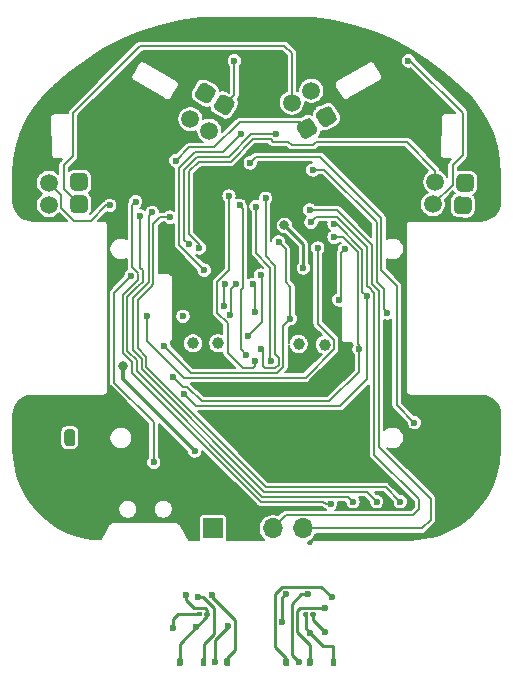
<source format=gbl>
G04 #@! TF.GenerationSoftware,KiCad,Pcbnew,(5.1.7)-1*
G04 #@! TF.CreationDate,2021-06-03T00:57:12+09:00*
G04 #@! TF.ProjectId,lapis,6c617069-732e-46b6-9963-61645f706362,rev?*
G04 #@! TF.SameCoordinates,Original*
G04 #@! TF.FileFunction,Copper,L2,Bot*
G04 #@! TF.FilePolarity,Positive*
%FSLAX46Y46*%
G04 Gerber Fmt 4.6, Leading zero omitted, Abs format (unit mm)*
G04 Created by KiCad (PCBNEW (5.1.7)-1) date 2021-06-03 00:57:12*
%MOMM*%
%LPD*%
G01*
G04 APERTURE LIST*
G04 #@! TA.AperFunction,ComponentPad*
%ADD10C,1.500000*%
G04 #@! TD*
G04 #@! TA.AperFunction,ComponentPad*
%ADD11C,1.000000*%
G04 #@! TD*
G04 #@! TA.AperFunction,ComponentPad*
%ADD12O,1.700000X1.700000*%
G04 #@! TD*
G04 #@! TA.AperFunction,ComponentPad*
%ADD13R,1.700000X1.700000*%
G04 #@! TD*
G04 #@! TA.AperFunction,ComponentPad*
%ADD14O,0.900000X1.400000*%
G04 #@! TD*
G04 #@! TA.AperFunction,ViaPad*
%ADD15C,0.600000*%
G04 #@! TD*
G04 #@! TA.AperFunction,ViaPad*
%ADD16C,0.800000*%
G04 #@! TD*
G04 #@! TA.AperFunction,Conductor*
%ADD17C,0.200000*%
G04 #@! TD*
G04 #@! TA.AperFunction,Conductor*
%ADD18C,0.300000*%
G04 #@! TD*
G04 #@! TA.AperFunction,Conductor*
%ADD19C,0.250000*%
G04 #@! TD*
G04 #@! TA.AperFunction,Conductor*
%ADD20C,0.100000*%
G04 #@! TD*
G04 APERTURE END LIST*
G04 #@! TA.AperFunction,SMDPad,CuDef*
G36*
G01*
X140810000Y-129710000D02*
X140810000Y-129510000D01*
G75*
G02*
X140910000Y-129410000I100000J0D01*
G01*
X141170000Y-129410000D01*
G75*
G02*
X141270000Y-129510000I0J-100000D01*
G01*
X141270000Y-129710000D01*
G75*
G02*
X141170000Y-129810000I-100000J0D01*
G01*
X140910000Y-129810000D01*
G75*
G02*
X140810000Y-129710000I0J100000D01*
G01*
G37*
G04 #@! TD.AperFunction*
G04 #@! TA.AperFunction,SMDPad,CuDef*
G36*
G01*
X140170000Y-129710000D02*
X140170000Y-129510000D01*
G75*
G02*
X140270000Y-129410000I100000J0D01*
G01*
X140530000Y-129410000D01*
G75*
G02*
X140630000Y-129510000I0J-100000D01*
G01*
X140630000Y-129710000D01*
G75*
G02*
X140530000Y-129810000I-100000J0D01*
G01*
X140270000Y-129810000D01*
G75*
G02*
X140170000Y-129710000I0J100000D01*
G01*
G37*
G04 #@! TD.AperFunction*
G04 #@! TA.AperFunction,SMDPad,CuDef*
G36*
G01*
X149800000Y-129730000D02*
X149800000Y-129530000D01*
G75*
G02*
X149900000Y-129430000I100000J0D01*
G01*
X150160000Y-129430000D01*
G75*
G02*
X150260000Y-129530000I0J-100000D01*
G01*
X150260000Y-129730000D01*
G75*
G02*
X150160000Y-129830000I-100000J0D01*
G01*
X149900000Y-129830000D01*
G75*
G02*
X149800000Y-129730000I0J100000D01*
G01*
G37*
G04 #@! TD.AperFunction*
G04 #@! TA.AperFunction,SMDPad,CuDef*
G36*
G01*
X149160000Y-129730000D02*
X149160000Y-129530000D01*
G75*
G02*
X149260000Y-129430000I100000J0D01*
G01*
X149520000Y-129430000D01*
G75*
G02*
X149620000Y-129530000I0J-100000D01*
G01*
X149620000Y-129730000D01*
G75*
G02*
X149520000Y-129830000I-100000J0D01*
G01*
X149260000Y-129830000D01*
G75*
G02*
X149160000Y-129730000I0J100000D01*
G01*
G37*
G04 #@! TD.AperFunction*
D10*
X160161547Y-94911355D03*
G04 #@! TA.AperFunction,ComponentPad*
G36*
G01*
X163462631Y-94651403D02*
X163436456Y-95400946D01*
G75*
G02*
X163048597Y-95762631I-374772J13087D01*
G01*
X162299054Y-95736456D01*
G75*
G02*
X161937369Y-95348597I13087J374772D01*
G01*
X161963544Y-94599054D01*
G75*
G02*
X162351403Y-94237369I374772J-13087D01*
G01*
X163100946Y-94263544D01*
G75*
G02*
X163462631Y-94651403I-13087J-374772D01*
G01*
G37*
G04 #@! TD.AperFunction*
G04 #@! TA.AperFunction,ComponentPad*
G36*
G01*
X150199760Y-88962020D02*
X149550240Y-89337020D01*
G75*
G02*
X149037980Y-89199760I-187500J324760D01*
G01*
X148662980Y-88550240D01*
G75*
G02*
X148800240Y-88037980I324760J187500D01*
G01*
X149449760Y-87662980D01*
G75*
G02*
X149962020Y-87800240I187500J-324760D01*
G01*
X150337020Y-88449760D01*
G75*
G02*
X150199760Y-88962020I-324760J-187500D01*
G01*
G37*
G04 #@! TD.AperFunction*
X148230000Y-86300295D03*
X141230000Y-88699705D03*
G04 #@! TA.AperFunction,ComponentPad*
G36*
G01*
X142550240Y-85662980D02*
X143199760Y-86037980D01*
G75*
G02*
X143337020Y-86550240I-187500J-324760D01*
G01*
X142962020Y-87199760D01*
G75*
G02*
X142449760Y-87337020I-324760J187500D01*
G01*
X141800240Y-86962020D01*
G75*
G02*
X141662980Y-86449760I187500J324760D01*
G01*
X142037980Y-85800240D01*
G75*
G02*
X142550240Y-85662980I324760J-187500D01*
G01*
G37*
G04 #@! TD.AperFunction*
X127661547Y-94988645D03*
G04 #@! TA.AperFunction,ComponentPad*
G36*
G01*
X130936456Y-94499054D02*
X130962631Y-95248597D01*
G75*
G02*
X130600946Y-95636456I-374772J-13087D01*
G01*
X129851403Y-95662631D01*
G75*
G02*
X129463544Y-95300946I-13087J374772D01*
G01*
X129437369Y-94551403D01*
G75*
G02*
X129799054Y-94163544I374772J13087D01*
G01*
X130548597Y-94137369D01*
G75*
G02*
X130936456Y-94499054I13087J-374772D01*
G01*
G37*
G04 #@! TD.AperFunction*
G04 #@! TA.AperFunction,ComponentPad*
G36*
G01*
X130936456Y-92599054D02*
X130962631Y-93348597D01*
G75*
G02*
X130600946Y-93736456I-374772J-13087D01*
G01*
X129851403Y-93762631D01*
G75*
G02*
X129463544Y-93400946I-13087J374772D01*
G01*
X129437369Y-92651403D01*
G75*
G02*
X129799054Y-92263544I374772J13087D01*
G01*
X130548597Y-92237369D01*
G75*
G02*
X130936456Y-92599054I13087J-374772D01*
G01*
G37*
G04 #@! TD.AperFunction*
X127661547Y-93088645D03*
G04 #@! TA.AperFunction,ComponentPad*
G36*
G01*
X151844760Y-87957020D02*
X151195240Y-88332020D01*
G75*
G02*
X150682980Y-88194760I-187500J324760D01*
G01*
X150307980Y-87545240D01*
G75*
G02*
X150445240Y-87032980I324760J187500D01*
G01*
X151094760Y-86657980D01*
G75*
G02*
X151607020Y-86795240I187500J-324760D01*
G01*
X151982020Y-87444760D01*
G75*
G02*
X151844760Y-87957020I-324760J-187500D01*
G01*
G37*
G04 #@! TD.AperFunction*
X149875000Y-85295295D03*
X139630000Y-87699705D03*
G04 #@! TA.AperFunction,ComponentPad*
G36*
G01*
X140950240Y-84662980D02*
X141599760Y-85037980D01*
G75*
G02*
X141737020Y-85550240I-187500J-324760D01*
G01*
X141362020Y-86199760D01*
G75*
G02*
X140849760Y-86337020I-324760J187500D01*
G01*
X140200240Y-85962020D01*
G75*
G02*
X140062980Y-85449760I187500J324760D01*
G01*
X140437980Y-84800240D01*
G75*
G02*
X140950240Y-84662980I324760J-187500D01*
G01*
G37*
G04 #@! TD.AperFunction*
X160361547Y-93011355D03*
G04 #@! TA.AperFunction,ComponentPad*
G36*
G01*
X163662631Y-92751403D02*
X163636456Y-93500946D01*
G75*
G02*
X163248597Y-93862631I-374772J13087D01*
G01*
X162499054Y-93836456D01*
G75*
G02*
X162137369Y-93448597I13087J374772D01*
G01*
X162163544Y-92699054D01*
G75*
G02*
X162551403Y-92337369I374772J-13087D01*
G01*
X163300946Y-92363544D01*
G75*
G02*
X163662631Y-92751403I-13087J-374772D01*
G01*
G37*
G04 #@! TD.AperFunction*
D11*
X148800000Y-106735000D03*
X151000000Y-106800000D03*
X141990000Y-106670000D03*
X139850000Y-106690000D03*
D12*
X149160000Y-122360000D03*
X146620000Y-122360000D03*
X144080000Y-122360000D03*
D13*
X141540000Y-122360000D03*
G04 #@! TA.AperFunction,SMDPad,CuDef*
G36*
G01*
X142995000Y-133465000D02*
X142995000Y-133915000D01*
G75*
G02*
X142870000Y-134040000I-125000J0D01*
G01*
X142620000Y-134040000D01*
G75*
G02*
X142495000Y-133915000I0J125000D01*
G01*
X142495000Y-133465000D01*
G75*
G02*
X142620000Y-133340000I125000J0D01*
G01*
X142870000Y-133340000D01*
G75*
G02*
X142995000Y-133465000I0J-125000D01*
G01*
G37*
G04 #@! TD.AperFunction*
G04 #@! TA.AperFunction,SMDPad,CuDef*
G36*
G01*
X140995000Y-133465000D02*
X140995000Y-133915000D01*
G75*
G02*
X140870000Y-134040000I-125000J0D01*
G01*
X140620000Y-134040000D01*
G75*
G02*
X140495000Y-133915000I0J125000D01*
G01*
X140495000Y-133465000D01*
G75*
G02*
X140620000Y-133340000I125000J0D01*
G01*
X140870000Y-133340000D01*
G75*
G02*
X140995000Y-133465000I0J-125000D01*
G01*
G37*
G04 #@! TD.AperFunction*
G04 #@! TA.AperFunction,SMDPad,CuDef*
G36*
G01*
X138995000Y-133465000D02*
X138995000Y-133915000D01*
G75*
G02*
X138870000Y-134040000I-125000J0D01*
G01*
X138620000Y-134040000D01*
G75*
G02*
X138495000Y-133915000I0J125000D01*
G01*
X138495000Y-133465000D01*
G75*
G02*
X138620000Y-133340000I125000J0D01*
G01*
X138870000Y-133340000D01*
G75*
G02*
X138995000Y-133465000I0J-125000D01*
G01*
G37*
G04 #@! TD.AperFunction*
D14*
X128175000Y-114675000D03*
G04 #@! TA.AperFunction,ComponentPad*
G36*
G01*
X129875000Y-114200000D02*
X129875000Y-115150000D01*
G75*
G02*
X129650000Y-115375000I-225000J0D01*
G01*
X129200000Y-115375000D01*
G75*
G02*
X128975000Y-115150000I0J225000D01*
G01*
X128975000Y-114200000D01*
G75*
G02*
X129200000Y-113975000I225000J0D01*
G01*
X129650000Y-113975000D01*
G75*
G02*
X129875000Y-114200000I0J-225000D01*
G01*
G37*
G04 #@! TD.AperFunction*
G04 #@! TA.AperFunction,SMDPad,CuDef*
G36*
G01*
X152000000Y-133465000D02*
X152000000Y-133915000D01*
G75*
G02*
X151875000Y-134040000I-125000J0D01*
G01*
X151625000Y-134040000D01*
G75*
G02*
X151500000Y-133915000I0J125000D01*
G01*
X151500000Y-133465000D01*
G75*
G02*
X151625000Y-133340000I125000J0D01*
G01*
X151875000Y-133340000D01*
G75*
G02*
X152000000Y-133465000I0J-125000D01*
G01*
G37*
G04 #@! TD.AperFunction*
G04 #@! TA.AperFunction,SMDPad,CuDef*
G36*
G01*
X150000000Y-133465000D02*
X150000000Y-133915000D01*
G75*
G02*
X149875000Y-134040000I-125000J0D01*
G01*
X149625000Y-134040000D01*
G75*
G02*
X149500000Y-133915000I0J125000D01*
G01*
X149500000Y-133465000D01*
G75*
G02*
X149625000Y-133340000I125000J0D01*
G01*
X149875000Y-133340000D01*
G75*
G02*
X150000000Y-133465000I0J-125000D01*
G01*
G37*
G04 #@! TD.AperFunction*
G04 #@! TA.AperFunction,SMDPad,CuDef*
G36*
G01*
X148000000Y-133465000D02*
X148000000Y-133915000D01*
G75*
G02*
X147875000Y-134040000I-125000J0D01*
G01*
X147625000Y-134040000D01*
G75*
G02*
X147500000Y-133915000I0J125000D01*
G01*
X147500000Y-133465000D01*
G75*
G02*
X147625000Y-133340000I125000J0D01*
G01*
X147875000Y-133340000D01*
G75*
G02*
X148000000Y-133465000I0J-125000D01*
G01*
G37*
G04 #@! TD.AperFunction*
D15*
X152700000Y-98700000D03*
X152200000Y-103000000D03*
X150419999Y-98619999D03*
X136000000Y-104400000D03*
X133700000Y-93500000D03*
X163600000Y-117700000D03*
X145700000Y-85700000D03*
X161100000Y-121400000D03*
X126400000Y-118400000D03*
X132500000Y-113100000D03*
X145400000Y-120900000D03*
X146900000Y-117500000D03*
X140100000Y-80400000D03*
X140800000Y-105000000D03*
X138900000Y-102600000D03*
X149300000Y-103900000D03*
X151200000Y-103800000D03*
X150600000Y-94400000D03*
X147000000Y-95100000D03*
X155600000Y-94000000D03*
X137900000Y-92700000D03*
X143700000Y-91700000D03*
X154300000Y-116300000D03*
X132300000Y-116600000D03*
X132800000Y-120500000D03*
X139600000Y-121500000D03*
X159100000Y-92000000D03*
X150600000Y-80700000D03*
X164900000Y-91700000D03*
X130700000Y-84000000D03*
X125400000Y-92000000D03*
X131400000Y-91800000D03*
X149300000Y-105300000D03*
X139500000Y-82900000D03*
X133800000Y-86500000D03*
X157100000Y-86500000D03*
X145100000Y-113100000D03*
X147200000Y-110300000D03*
X148600000Y-108500000D03*
X152600000Y-108100000D03*
X144700000Y-116100000D03*
X142800000Y-119000000D03*
X135100000Y-119100000D03*
X140600000Y-108200000D03*
X150400000Y-114100000D03*
X159900000Y-89800000D03*
X140600000Y-97200000D03*
X137400000Y-98300000D03*
X150600000Y-117800000D03*
X157300000Y-100400000D03*
X154400000Y-111200000D03*
X151300000Y-90500000D03*
X142800000Y-113000000D03*
X125800000Y-112500000D03*
X163600000Y-112600000D03*
X156600000Y-113200000D03*
X133100000Y-97400000D03*
X149000000Y-101500000D03*
D16*
X133900000Y-108600000D03*
X147600000Y-96700000D03*
D15*
X149200000Y-100300000D03*
X140000000Y-115800000D03*
X138390000Y-91210000D03*
X158097942Y-82768111D03*
X143352184Y-82768111D03*
X146907500Y-88992500D03*
X139500000Y-98300000D03*
X140400000Y-98600000D03*
X132807500Y-95007500D03*
X143892500Y-88992500D03*
X140799498Y-100487500D03*
X147400000Y-130300000D03*
X147700000Y-127900000D03*
X139270000Y-128020000D03*
X140110000Y-130700000D03*
X151050000Y-131090000D03*
X149800000Y-131200000D03*
X138200000Y-130800000D03*
X148810000Y-133690000D03*
X149600000Y-127900000D03*
X140300000Y-128200000D03*
X141500000Y-128000000D03*
X151600000Y-128200000D03*
X141690000Y-133690000D03*
X142800000Y-130600000D03*
X151004990Y-129104990D03*
X143800000Y-95000000D03*
X144350000Y-107650000D03*
X145100000Y-108200000D03*
X142900000Y-94200000D03*
X146000000Y-94400000D03*
X145600000Y-107200000D03*
X146500000Y-108200000D03*
X145200000Y-95100000D03*
X144700000Y-91400000D03*
X158600000Y-113400000D03*
X150000000Y-92000000D03*
X156300000Y-104100000D03*
X149737668Y-95400000D03*
X149850000Y-96450000D03*
X139000000Y-104400000D03*
X139100000Y-111000000D03*
X151800000Y-96600000D03*
X154600000Y-102700000D03*
X138150000Y-109550000D03*
X153900000Y-107200000D03*
X151800000Y-97700000D03*
X137400000Y-106900000D03*
X148100000Y-104600000D03*
X147100000Y-98100000D03*
X144500000Y-106100000D03*
X145600000Y-100900000D03*
X145100000Y-104000000D03*
X144900000Y-101700000D03*
X143000000Y-104300000D03*
X143500000Y-101700000D03*
X142500000Y-103500000D03*
X142600000Y-101700000D03*
X151500000Y-120256798D03*
X135000000Y-94700000D03*
X153400000Y-120100000D03*
X135400000Y-95900000D03*
X155400000Y-120100000D03*
X136400000Y-95600000D03*
X136530000Y-116770000D03*
X134600000Y-101000000D03*
X157400000Y-120100000D03*
X137900000Y-96000000D03*
D17*
X152300000Y-103000000D02*
X152400000Y-102900000D01*
X152200000Y-103000000D02*
X152300000Y-103000000D01*
X152399990Y-99000010D02*
X152700000Y-98700000D01*
X152399990Y-102899990D02*
X152399990Y-99000010D01*
X152400000Y-102900000D02*
X152399990Y-102899990D01*
X150419999Y-98619999D02*
X150419999Y-98619999D01*
X150419999Y-99480001D02*
X150419999Y-98619999D01*
X136000000Y-106511998D02*
X139088023Y-109600021D01*
X136000000Y-104400000D02*
X136000000Y-106511998D01*
X151800001Y-107184001D02*
X151800001Y-106400001D01*
X149383981Y-109600021D02*
X151800001Y-107184001D01*
X139088023Y-109600021D02*
X149383981Y-109600021D01*
X150419999Y-105019999D02*
X150419999Y-99480001D01*
X151800001Y-106400001D02*
X150419999Y-105019999D01*
D18*
X133900000Y-109400000D02*
X133900000Y-108800000D01*
D19*
X147600000Y-96700000D02*
X149200000Y-98300000D01*
X149200000Y-98300000D02*
X149200000Y-100300000D01*
D18*
X133900000Y-109700000D02*
X133900000Y-109400000D01*
X140000000Y-115800000D02*
X133900000Y-109700000D01*
D17*
X151145000Y-87495000D02*
X150595962Y-86945962D01*
X147600000Y-81500000D02*
X148230000Y-82130000D01*
X129704186Y-90808598D02*
X129704186Y-87195814D01*
X148230000Y-82130000D02*
X148230000Y-86300295D01*
X128912784Y-91600000D02*
X129704186Y-90808598D01*
X135400000Y-81500000D02*
X147600000Y-81500000D01*
X128900000Y-91600000D02*
X128912784Y-91600000D01*
X129704186Y-87195814D02*
X135400000Y-81500000D01*
X128900000Y-93600000D02*
X128900000Y-91600000D01*
X130200000Y-94900000D02*
X128900000Y-93600000D01*
X143669405Y-88100000D02*
X141669405Y-90100000D01*
X139500000Y-90100000D02*
X138390000Y-91210000D01*
X141669405Y-90100000D02*
X139500000Y-90100000D01*
X143818443Y-87950962D02*
X141669405Y-90100000D01*
X148950962Y-87950962D02*
X143818443Y-87950962D01*
X149500000Y-88500000D02*
X148950962Y-87950962D01*
D18*
X158097942Y-82768111D02*
X158097942Y-82768111D01*
D17*
X143352184Y-85647816D02*
X142500000Y-86500000D01*
X143352184Y-82768111D02*
X143352184Y-85647816D01*
X162713044Y-90738798D02*
X162713044Y-87213044D01*
X161837359Y-91614483D02*
X162713044Y-90738798D01*
X161837359Y-93235543D02*
X161837359Y-91614483D01*
X160161547Y-94911355D02*
X161837359Y-93235543D01*
X158268111Y-82768111D02*
X158097942Y-82768111D01*
X162713044Y-87213044D02*
X158268111Y-82768111D01*
X139500000Y-98300000D02*
X139500000Y-98300000D01*
X139100010Y-97900010D02*
X139500000Y-98300000D01*
X139100010Y-91965688D02*
X139100010Y-97900010D01*
X140165678Y-90900020D02*
X139100010Y-91965688D01*
X142550679Y-90900020D02*
X140165678Y-90900020D01*
X142550699Y-90900000D02*
X142550679Y-90900020D01*
X142873002Y-90900000D02*
X142550699Y-90900000D01*
X144780502Y-88992500D02*
X142873002Y-90900000D01*
X146907500Y-88992500D02*
X144780502Y-88992500D01*
X140400000Y-98600000D02*
X140400000Y-98600000D01*
X140400000Y-98600000D02*
X140400000Y-98311998D01*
X146419508Y-89392510D02*
X146663465Y-89636467D01*
X139500020Y-97412018D02*
X139500020Y-92131376D01*
X140331366Y-91300030D02*
X143038670Y-91300030D01*
X140400000Y-98311998D02*
X139500020Y-97412018D01*
X143038670Y-91300030D02*
X144946190Y-89392510D01*
X139500020Y-92131376D02*
X140331366Y-91300030D01*
X144946190Y-89392510D02*
X146419508Y-89392510D01*
X146663465Y-89636467D02*
X147936467Y-89636467D01*
X147936467Y-89636467D02*
X148200000Y-89900000D01*
X150000000Y-89900000D02*
X150263533Y-89636467D01*
X148200000Y-89900000D02*
X150000000Y-89900000D01*
X150263533Y-89636467D02*
X157947319Y-89636467D01*
X160361547Y-92050695D02*
X157947319Y-89636467D01*
X160361547Y-93011355D02*
X160361547Y-92050695D01*
X132500000Y-95000000D02*
X132500000Y-95000000D01*
X132800000Y-95000000D02*
X132807500Y-95007500D01*
X132500000Y-95000000D02*
X132800000Y-95000000D01*
X131200000Y-96300000D02*
X132500000Y-95000000D01*
X129800000Y-96300000D02*
X131200000Y-96300000D01*
X128711548Y-95211548D02*
X129800000Y-96300000D01*
X128711548Y-94138646D02*
X128711548Y-95211548D01*
X127661547Y-93088645D02*
X128711548Y-94138646D01*
X143892500Y-88992500D02*
X142384990Y-90500010D01*
X142384990Y-90500010D02*
X139999990Y-90500010D01*
X139999990Y-90500010D02*
X138700000Y-91800000D01*
X138700000Y-98388002D02*
X138700000Y-98200000D01*
X140799498Y-100487500D02*
X140799498Y-100487500D01*
X138700000Y-91800000D02*
X138700000Y-98200000D01*
X140799498Y-100487500D02*
X138700000Y-98388002D01*
D19*
X147400000Y-130300000D02*
X147400000Y-128200000D01*
X147400000Y-128200000D02*
X147700000Y-127900000D01*
X147700000Y-127900000D02*
X147700000Y-127900000D01*
X141127500Y-129713558D02*
X141127500Y-129610000D01*
X141040000Y-129240352D02*
X141040000Y-129610000D01*
X140884638Y-129084990D02*
X141040000Y-129240352D01*
X139270000Y-128444264D02*
X139910726Y-129084990D01*
X139910726Y-129084990D02*
X140884638Y-129084990D01*
X139270000Y-128020000D02*
X139270000Y-128444264D01*
X138745000Y-132105000D02*
X138745000Y-132505000D01*
X141040000Y-129610000D02*
X141040000Y-129810000D01*
X141040000Y-129810000D02*
X138745000Y-132105000D01*
X138745000Y-133690000D02*
X138745000Y-132505000D01*
X150030000Y-130070000D02*
X151050000Y-131090000D01*
X150030000Y-129630000D02*
X150030000Y-130070000D01*
X151750000Y-132277500D02*
X151750000Y-133690000D01*
X138590000Y-129610000D02*
X138200000Y-130000000D01*
X138200000Y-130000000D02*
X138200000Y-130800000D01*
X138200000Y-130800000D02*
X138200000Y-130800000D01*
X138590000Y-129610000D02*
X140400000Y-129610000D01*
X149390000Y-130790000D02*
X149800000Y-131200000D01*
X149390000Y-129630000D02*
X149390000Y-130790000D01*
X150877500Y-132277500D02*
X149800000Y-131200000D01*
X151750000Y-132277500D02*
X150877500Y-132277500D01*
X148810000Y-133690000D02*
X148736412Y-133690000D01*
X149600000Y-127900000D02*
X149600000Y-127900000D01*
X148209980Y-133089980D02*
X148810000Y-133690000D01*
X148209980Y-128724335D02*
X148209980Y-133089980D01*
X149034315Y-127900000D02*
X148209980Y-128724335D01*
X149600000Y-127900000D02*
X149034315Y-127900000D01*
X140300000Y-128200000D02*
X140300000Y-128200000D01*
X140745000Y-132118590D02*
X140745000Y-133690000D01*
X141595010Y-131268580D02*
X140745000Y-132118590D01*
X141595010Y-129070746D02*
X141595010Y-131268580D01*
X140724264Y-128200000D02*
X141595010Y-129070746D01*
X140300000Y-128200000D02*
X140724264Y-128200000D01*
X142500000Y-129200000D02*
X141500000Y-128200000D01*
X141500000Y-128200000D02*
X141500000Y-128000000D01*
X141500000Y-128000000D02*
X141500000Y-128000000D01*
X142745000Y-133340000D02*
X142745000Y-133690000D01*
X143425001Y-132659999D02*
X142745000Y-133340000D01*
X143425001Y-130125001D02*
X143425001Y-132659999D01*
X142500000Y-129200000D02*
X143425001Y-130125001D01*
X151600000Y-128200000D02*
X151600000Y-128200000D01*
X147750000Y-133690000D02*
X147690000Y-133690000D01*
X147750000Y-133340000D02*
X147750000Y-133690000D01*
X146774999Y-127899999D02*
X146774999Y-132364999D01*
X147399999Y-127274999D02*
X146774999Y-127899999D01*
X150674999Y-127274999D02*
X147399999Y-127274999D01*
X146774999Y-132364999D02*
X147750000Y-133340000D01*
X151600000Y-128200000D02*
X150674999Y-127274999D01*
X148659990Y-129353952D02*
X148908952Y-129104990D01*
X149750000Y-132223002D02*
X148659990Y-131132992D01*
X148659990Y-131132992D02*
X148659990Y-129353952D01*
X149750000Y-133690000D02*
X149750000Y-132223002D01*
X148908952Y-129104990D02*
X151004990Y-129104990D01*
X141690000Y-133690000D02*
X141690000Y-131810000D01*
X141690000Y-131810000D02*
X142800000Y-130700000D01*
X142800000Y-130700000D02*
X142800000Y-130600000D01*
X142800000Y-130600000D02*
X142800000Y-130600000D01*
X151004990Y-129104990D02*
X151004990Y-129104990D01*
D17*
X143899999Y-102188003D02*
X144100001Y-101988001D01*
X144100001Y-95200001D02*
X144000001Y-95200001D01*
X144100001Y-101988001D02*
X144100001Y-95200001D01*
X144000001Y-95200001D02*
X143800000Y-95000000D01*
X143800000Y-95000000D02*
X143800000Y-95000000D01*
X143899999Y-107199999D02*
X144350000Y-107650000D01*
X143899999Y-106900001D02*
X143899999Y-107199999D01*
X143899999Y-106900001D02*
X143899999Y-102188003D01*
X141899999Y-101511999D02*
X142900000Y-100511998D01*
X141899999Y-104088001D02*
X141899999Y-101511999D01*
X142790001Y-104978003D02*
X141899999Y-104088001D01*
X142790001Y-107478003D02*
X142790001Y-104978003D01*
X144111999Y-108800001D02*
X142790001Y-107478003D01*
X144924263Y-108800001D02*
X144111999Y-108800001D01*
X145100000Y-108624264D02*
X144924263Y-108800001D01*
X145100000Y-108200000D02*
X145100000Y-108624264D01*
X142900000Y-100511998D02*
X142900000Y-94200000D01*
X146000000Y-94400000D02*
X146000000Y-94400000D01*
X145800000Y-107400000D02*
X145600000Y-107200000D01*
X145800000Y-108624264D02*
X145800000Y-107400000D01*
X145975737Y-108800001D02*
X145800000Y-108624264D01*
X146788001Y-108800001D02*
X145975737Y-108800001D01*
X147100001Y-108488001D02*
X146788001Y-108800001D01*
X146800010Y-107600010D02*
X147100001Y-107900001D01*
X146800010Y-100100010D02*
X146800010Y-107600010D01*
X146000000Y-99300000D02*
X146800010Y-100100010D01*
X147100001Y-107900001D02*
X147100001Y-108488001D01*
X146000000Y-94400000D02*
X146000000Y-99300000D01*
X145200000Y-95100000D02*
X145200000Y-95100000D01*
X145200000Y-99065698D02*
X145200000Y-98700000D01*
X146400000Y-108100000D02*
X146400000Y-100265698D01*
X146400000Y-100265698D02*
X145200000Y-99065698D01*
X146500000Y-108200000D02*
X146400000Y-108100000D01*
X145200000Y-95100000D02*
X145200000Y-98700000D01*
X144700000Y-91400000D02*
X144700000Y-91400000D01*
X150600000Y-90900000D02*
X145200000Y-90900000D01*
X155800060Y-96100060D02*
X150600000Y-90900000D01*
X157100000Y-101800000D02*
X155800060Y-100500060D01*
X157100000Y-111900000D02*
X157100000Y-101800000D01*
X145200000Y-90900000D02*
X144700000Y-91400000D01*
X155800060Y-100500060D02*
X155800060Y-96100060D01*
X158600000Y-113400000D02*
X157100000Y-111900000D01*
X150000000Y-92000000D02*
X150000000Y-92000000D01*
X156300000Y-104100000D02*
X156300000Y-104100000D01*
X155400050Y-96412048D02*
X150988002Y-92000000D01*
X150988002Y-92000000D02*
X150000000Y-92000000D01*
X155400050Y-101468653D02*
X155400050Y-96412048D01*
X156000021Y-102068623D02*
X155400050Y-101468653D01*
X156000021Y-103800021D02*
X156000021Y-102068623D01*
X156300000Y-104100000D02*
X156000021Y-103800021D01*
X149700000Y-122900000D02*
X149160000Y-122360000D01*
X149160000Y-122360000D02*
X149398008Y-122598008D01*
X159999999Y-119899999D02*
X159999999Y-121600001D01*
X155600000Y-115500000D02*
X159999999Y-119899999D01*
X155600000Y-114824243D02*
X155600000Y-115500000D01*
X155600011Y-114824232D02*
X155600000Y-114824243D01*
X159240000Y-122360000D02*
X149160000Y-122360000D01*
X159999999Y-121600001D02*
X159240000Y-122360000D01*
X155000040Y-101634342D02*
X155600011Y-102234312D01*
X155600011Y-102234312D02*
X155600011Y-114824232D01*
X155000040Y-98346339D02*
X155000040Y-101634342D01*
X152053701Y-95400000D02*
X155000040Y-98346339D01*
X149737668Y-95400000D02*
X152053701Y-95400000D01*
X152088001Y-95999999D02*
X154600030Y-98512028D01*
X150300001Y-95999999D02*
X152088001Y-95999999D01*
X149850000Y-96450000D02*
X150300001Y-95999999D01*
X154600030Y-101800030D02*
X154750000Y-101950000D01*
X154600030Y-98512028D02*
X154600030Y-101800030D01*
X154700000Y-101900000D02*
X154750000Y-101950000D01*
X155200001Y-102400001D02*
X154750000Y-101950000D01*
X155200001Y-110099999D02*
X155200001Y-102400001D01*
X155199990Y-110100010D02*
X155200001Y-110099999D01*
X155199990Y-116099990D02*
X155199990Y-110100010D01*
X159000000Y-119900000D02*
X155199990Y-116099990D01*
X159000000Y-120700000D02*
X159000000Y-119900000D01*
X158490001Y-121209999D02*
X159000000Y-120700000D01*
X147770001Y-121209999D02*
X158490001Y-121209999D01*
X146620000Y-122360000D02*
X147770001Y-121209999D01*
X140100000Y-112000000D02*
X152300000Y-112000000D01*
X139100000Y-111000000D02*
X140100000Y-112000000D01*
X154600000Y-109700000D02*
X154250000Y-110050000D01*
X154600000Y-102700000D02*
X154600000Y-109700000D01*
X152300000Y-112000000D02*
X154250000Y-110050000D01*
X152053701Y-96600000D02*
X151800000Y-96600000D01*
X154200020Y-98746319D02*
X152053701Y-96600000D01*
X154200020Y-102300020D02*
X154200020Y-98746319D01*
X154600000Y-102700000D02*
X154200020Y-102300020D01*
X151800000Y-97700000D02*
X151800000Y-97700000D01*
X153900000Y-109100000D02*
X153900000Y-107200000D01*
X151400010Y-111599990D02*
X153900000Y-109100000D01*
X139388001Y-110399999D02*
X140587992Y-111599990D01*
X140587992Y-111599990D02*
X151400010Y-111599990D01*
X138999999Y-110399999D02*
X139388001Y-110399999D01*
X138150000Y-109550000D02*
X138999999Y-110399999D01*
X153800010Y-98912008D02*
X153800010Y-106699990D01*
X152588002Y-97700000D02*
X153800010Y-98912008D01*
X151800000Y-97700000D02*
X152588002Y-97700000D01*
X153900000Y-106799980D02*
X153900000Y-107200000D01*
X153800010Y-106699990D02*
X153900000Y-106799980D01*
X139700011Y-109200011D02*
X146953690Y-109200011D01*
X137400000Y-106900000D02*
X139700011Y-109200011D01*
X147500009Y-108653691D02*
X147500009Y-108599991D01*
X146953690Y-109200011D02*
X147500009Y-108653691D01*
X147500009Y-107600009D02*
X147500000Y-107600000D01*
X147500009Y-108653691D02*
X147500009Y-107600009D01*
X147500000Y-105200000D02*
X148100000Y-104600000D01*
X147500000Y-107600000D02*
X147500000Y-105200000D01*
X148100000Y-104600000D02*
X148100000Y-101900000D01*
X148100000Y-101900000D02*
X147700000Y-101500000D01*
X147700000Y-101500000D02*
X147700000Y-98700000D01*
X147700000Y-98700000D02*
X147100000Y-98100000D01*
X147100000Y-98100000D02*
X147100000Y-98100000D01*
X145700001Y-101000001D02*
X145600000Y-100900000D01*
X145700001Y-104899999D02*
X145700001Y-101000001D01*
X144500000Y-106100000D02*
X145700001Y-104899999D01*
X144900000Y-101700000D02*
X144900000Y-101700000D01*
X145100000Y-101900000D02*
X144900000Y-101700000D01*
X145100000Y-104000000D02*
X145100000Y-101900000D01*
X143100001Y-104199999D02*
X143100001Y-102099999D01*
X143000000Y-104300000D02*
X143100001Y-104199999D01*
X143100001Y-102099999D02*
X143500000Y-101700000D01*
X143500000Y-101700000D02*
X143500000Y-101700000D01*
X142500000Y-103500000D02*
X142500000Y-101800000D01*
X142500000Y-101800000D02*
X142600000Y-101700000D01*
X142600000Y-101700000D02*
X142600000Y-101700000D01*
X135200001Y-101288001D02*
X135200001Y-100800001D01*
X134700000Y-108300000D02*
X133900000Y-107500000D01*
X145581061Y-120081061D02*
X134700000Y-109200000D01*
X133900000Y-102588002D02*
X134744001Y-101744001D01*
X150900000Y-120081062D02*
X145581061Y-120081061D01*
X134700000Y-109200000D02*
X134700000Y-108300000D01*
X151075736Y-120256798D02*
X150900000Y-120081062D01*
X151500000Y-120256798D02*
X151075736Y-120256798D01*
X134744001Y-101744001D02*
X135200001Y-101288001D01*
X133900000Y-107500000D02*
X133900000Y-102588002D01*
X134700000Y-101788002D02*
X134744001Y-101744001D01*
X134900000Y-100411998D02*
X135200001Y-100711999D01*
X134900000Y-100400000D02*
X134900000Y-100411998D01*
X134700000Y-100200000D02*
X134900000Y-100400000D01*
X134700001Y-94999999D02*
X134700000Y-100200000D01*
X135000000Y-94700000D02*
X134700001Y-94999999D01*
X135400000Y-95900000D02*
X135400000Y-100300000D01*
X135400000Y-100300000D02*
X135600000Y-100500000D01*
X135600011Y-100546311D02*
X135600011Y-101453690D01*
X135600000Y-100546300D02*
X135600011Y-100546311D01*
X135600000Y-100500000D02*
X135600000Y-100546300D01*
X134300010Y-102753690D02*
X135226850Y-101826850D01*
X134300010Y-107334312D02*
X134300010Y-102753690D01*
X135100010Y-108134311D02*
X134300010Y-107334312D01*
X135100010Y-109034312D02*
X135100010Y-108134311D01*
X145722495Y-119656797D02*
X135100010Y-109034312D01*
X152956797Y-119656797D02*
X145722495Y-119656797D01*
X153400000Y-120100000D02*
X152956797Y-119656797D01*
X135226850Y-101826850D02*
X135600011Y-101453690D01*
X135100010Y-101953690D02*
X135226850Y-101826850D01*
X136100000Y-101519399D02*
X136100000Y-95900000D01*
X136100000Y-95900000D02*
X136300000Y-95700000D01*
X136300000Y-95700000D02*
X136400000Y-95600000D01*
X135500020Y-107968622D02*
X134800000Y-107268604D01*
X134800000Y-107268604D02*
X134800000Y-102819398D01*
X135500020Y-108868624D02*
X135500020Y-107968622D01*
X134800000Y-102819398D02*
X135559699Y-102059699D01*
X145888183Y-119256787D02*
X135500020Y-108868624D01*
X154556787Y-119256787D02*
X145888183Y-119256787D01*
X155400000Y-120100000D02*
X154556787Y-119256787D01*
X135559699Y-102059699D02*
X136100000Y-101519399D01*
X135500020Y-102119379D02*
X135559699Y-102059699D01*
X134600000Y-101000000D02*
X134600000Y-101000000D01*
X133400000Y-102200000D02*
X134600000Y-101000000D01*
X133200000Y-102400000D02*
X133400000Y-102200000D01*
X133200000Y-110000000D02*
X133200000Y-102400000D01*
X136530000Y-113330000D02*
X133200000Y-110000000D01*
X136530000Y-116770000D02*
X136530000Y-113330000D01*
X136500010Y-101685086D02*
X136292548Y-101892548D01*
X136500010Y-96599990D02*
X136500010Y-101685086D01*
X137100000Y-96000000D02*
X136500010Y-96599990D01*
X137900000Y-96000000D02*
X137100000Y-96000000D01*
X136292548Y-101892548D02*
X136500010Y-101685088D01*
X135200010Y-102985088D02*
X136042549Y-102142549D01*
X135900030Y-108702936D02*
X135900030Y-107802933D01*
X135200010Y-107102913D02*
X135200010Y-102985088D01*
X135900030Y-107802933D02*
X135200010Y-107102913D01*
X156156777Y-118856777D02*
X146053871Y-118856777D01*
X157400000Y-120100000D02*
X156156777Y-118856777D01*
X136042549Y-102142549D02*
X136292548Y-101892548D01*
X146053871Y-118856777D02*
X135900030Y-108702936D01*
X135900030Y-102285067D02*
X136042549Y-102142549D01*
X150097000Y-79177991D02*
X151825498Y-79410158D01*
X153526511Y-79795058D01*
X155186585Y-80329648D01*
X156792550Y-81009686D01*
X158331715Y-81829799D01*
X159792203Y-82783696D01*
X161112533Y-83820554D01*
X162486014Y-84997158D01*
X163359476Y-85846125D01*
X164111790Y-86788034D01*
X164740124Y-87816815D01*
X165234560Y-88916226D01*
X165587305Y-90068942D01*
X165793090Y-91258479D01*
X165850001Y-92306556D01*
X165850000Y-94680436D01*
X165817646Y-95010404D01*
X165727500Y-95308983D01*
X165581076Y-95584365D01*
X165383950Y-95826065D01*
X165143637Y-96024870D01*
X164869279Y-96173215D01*
X164571343Y-96265441D01*
X164242531Y-96300001D01*
X158269646Y-96300001D01*
X158250000Y-96298066D01*
X158230353Y-96300001D01*
X158171586Y-96305789D01*
X158096186Y-96328661D01*
X158026697Y-96365804D01*
X157965789Y-96415790D01*
X157915803Y-96476698D01*
X157878660Y-96546187D01*
X157855788Y-96621587D01*
X157848065Y-96700001D01*
X157850000Y-96719648D01*
X157850001Y-110680343D01*
X157848065Y-110700000D01*
X157855788Y-110778414D01*
X157878660Y-110853814D01*
X157915803Y-110923303D01*
X157965789Y-110984211D01*
X158026697Y-111034197D01*
X158096186Y-111071340D01*
X158171586Y-111094212D01*
X158230353Y-111100000D01*
X158230354Y-111100000D01*
X158250000Y-111101935D01*
X158269647Y-111100000D01*
X164230437Y-111100000D01*
X164560402Y-111132354D01*
X164858983Y-111222500D01*
X165134367Y-111368925D01*
X165376063Y-111566047D01*
X165574870Y-111806363D01*
X165723215Y-112080723D01*
X165815441Y-112378657D01*
X165849999Y-112707450D01*
X165849299Y-115687655D01*
X165772233Y-116772474D01*
X165546069Y-117821766D01*
X165174313Y-118828726D01*
X164664387Y-119773253D01*
X164026462Y-120636511D01*
X163273265Y-121401274D01*
X162419824Y-122052282D01*
X161483174Y-122576541D01*
X160482007Y-122963593D01*
X159436273Y-123205723D01*
X158354292Y-123299176D01*
X158247755Y-123300000D01*
X150269647Y-123300000D01*
X150250000Y-123298065D01*
X150230354Y-123300000D01*
X150230353Y-123300000D01*
X150171586Y-123305788D01*
X150096186Y-123328660D01*
X150026697Y-123365803D01*
X149965789Y-123415789D01*
X149915803Y-123476697D01*
X149878660Y-123546186D01*
X149855788Y-123621586D01*
X149852010Y-123659943D01*
X149647949Y-123659533D01*
X149644212Y-123621586D01*
X149621340Y-123546186D01*
X149587026Y-123481990D01*
X149728413Y-123423426D01*
X149924955Y-123292101D01*
X149929452Y-123287604D01*
X149951216Y-123275971D01*
X150019737Y-123219737D01*
X150075971Y-123151216D01*
X150087604Y-123129452D01*
X150092101Y-123124955D01*
X150223426Y-122928413D01*
X150272474Y-122810000D01*
X159217906Y-122810000D01*
X159240000Y-122812176D01*
X159262094Y-122810000D01*
X159262105Y-122810000D01*
X159328215Y-122803489D01*
X159413041Y-122777757D01*
X159491216Y-122735971D01*
X159559737Y-122679737D01*
X159573829Y-122662567D01*
X160302571Y-121933825D01*
X160319736Y-121919738D01*
X160333823Y-121902573D01*
X160333827Y-121902569D01*
X160375970Y-121851218D01*
X160417756Y-121773042D01*
X160438332Y-121705212D01*
X160443488Y-121688216D01*
X160449999Y-121622106D01*
X160449999Y-121622096D01*
X160452175Y-121600001D01*
X160449999Y-121577907D01*
X160449999Y-119922090D01*
X160452175Y-119899998D01*
X160449999Y-119877906D01*
X160449999Y-119877894D01*
X160443488Y-119811784D01*
X160417756Y-119726958D01*
X160406067Y-119705090D01*
X160375970Y-119648782D01*
X160333827Y-119597431D01*
X160333823Y-119597427D01*
X160319736Y-119580262D01*
X160302572Y-119566176D01*
X156290075Y-115553680D01*
X156292745Y-115555464D01*
X156468424Y-115628232D01*
X156654923Y-115665329D01*
X156845077Y-115665329D01*
X157031576Y-115628232D01*
X157207255Y-115555464D01*
X157365361Y-115449820D01*
X157499820Y-115315361D01*
X157605464Y-115157255D01*
X157678232Y-114981576D01*
X157715329Y-114795077D01*
X157715329Y-114604923D01*
X157678232Y-114418424D01*
X157605464Y-114242745D01*
X157499820Y-114084639D01*
X157365361Y-113950180D01*
X157207255Y-113844536D01*
X157031576Y-113771768D01*
X156845077Y-113734671D01*
X156654923Y-113734671D01*
X156468424Y-113771768D01*
X156292745Y-113844536D01*
X156134639Y-113950180D01*
X156050011Y-114034808D01*
X156050011Y-104700006D01*
X156110402Y-104725021D01*
X156235981Y-104750000D01*
X156364019Y-104750000D01*
X156489598Y-104725021D01*
X156607890Y-104676022D01*
X156650001Y-104647885D01*
X156650000Y-111877906D01*
X156647824Y-111900000D01*
X156650000Y-111922094D01*
X156650000Y-111922104D01*
X156656511Y-111988214D01*
X156682243Y-112073040D01*
X156724029Y-112151216D01*
X156747602Y-112179939D01*
X156780263Y-112219737D01*
X156797434Y-112233829D01*
X157950000Y-113386396D01*
X157950000Y-113464019D01*
X157974979Y-113589598D01*
X158023978Y-113707890D01*
X158095112Y-113814351D01*
X158185649Y-113904888D01*
X158292110Y-113976022D01*
X158410402Y-114025021D01*
X158535981Y-114050000D01*
X158664019Y-114050000D01*
X158789598Y-114025021D01*
X158907890Y-113976022D01*
X159014351Y-113904888D01*
X159104888Y-113814351D01*
X159176022Y-113707890D01*
X159225021Y-113589598D01*
X159250000Y-113464019D01*
X159250000Y-113335981D01*
X159225021Y-113210402D01*
X159176022Y-113092110D01*
X159104888Y-112985649D01*
X159014351Y-112895112D01*
X158907890Y-112823978D01*
X158789598Y-112774979D01*
X158664019Y-112750000D01*
X158586396Y-112750000D01*
X157550000Y-111713605D01*
X157550000Y-101822094D01*
X157552176Y-101800000D01*
X157550000Y-101777906D01*
X157550000Y-101777895D01*
X157543489Y-101711785D01*
X157517757Y-101626959D01*
X157512012Y-101616211D01*
X157475971Y-101548783D01*
X157433828Y-101497432D01*
X157433824Y-101497428D01*
X157419737Y-101480263D01*
X157402572Y-101466176D01*
X156250060Y-100313665D01*
X156250060Y-99526944D01*
X156292745Y-99555465D01*
X156468424Y-99628233D01*
X156654923Y-99665330D01*
X156845077Y-99665330D01*
X157031576Y-99628233D01*
X157207255Y-99555465D01*
X157365361Y-99449821D01*
X157499820Y-99315362D01*
X157605464Y-99157256D01*
X157678232Y-98981577D01*
X157715329Y-98795078D01*
X157715329Y-98604924D01*
X157678232Y-98418425D01*
X157605464Y-98242746D01*
X157499820Y-98084640D01*
X157365361Y-97950181D01*
X157207255Y-97844537D01*
X157031576Y-97771769D01*
X156845077Y-97734672D01*
X156654923Y-97734672D01*
X156468424Y-97771769D01*
X156292745Y-97844537D01*
X156250060Y-97873058D01*
X156250060Y-96122151D01*
X156252236Y-96100059D01*
X156250060Y-96077967D01*
X156250060Y-96077955D01*
X156243549Y-96011845D01*
X156217817Y-95927019D01*
X156195978Y-95886162D01*
X156176031Y-95848843D01*
X156133888Y-95797492D01*
X156133884Y-95797488D01*
X156119797Y-95780323D01*
X156102632Y-95766236D01*
X150933828Y-90597433D01*
X150919737Y-90580263D01*
X150851216Y-90524029D01*
X150773041Y-90482243D01*
X150688215Y-90456511D01*
X150622105Y-90450000D01*
X150622094Y-90450000D01*
X150600000Y-90447824D01*
X150577906Y-90450000D01*
X145222094Y-90450000D01*
X145200000Y-90447824D01*
X145177906Y-90450000D01*
X145177895Y-90450000D01*
X145111785Y-90456511D01*
X145026959Y-90482243D01*
X144948783Y-90524029D01*
X144897432Y-90566172D01*
X144897428Y-90566176D01*
X144880263Y-90580263D01*
X144866176Y-90597428D01*
X144713604Y-90750000D01*
X144635981Y-90750000D01*
X144510402Y-90774979D01*
X144392110Y-90823978D01*
X144285649Y-90895112D01*
X144195112Y-90985649D01*
X144123978Y-91092110D01*
X144074979Y-91210402D01*
X144050000Y-91335981D01*
X144050000Y-91464019D01*
X144074979Y-91589598D01*
X144123978Y-91707890D01*
X144195112Y-91814351D01*
X144285649Y-91904888D01*
X144392110Y-91976022D01*
X144510402Y-92025021D01*
X144635981Y-92050000D01*
X144764019Y-92050000D01*
X144889598Y-92025021D01*
X145007890Y-91976022D01*
X145114351Y-91904888D01*
X145204888Y-91814351D01*
X145276022Y-91707890D01*
X145325021Y-91589598D01*
X145350000Y-91464019D01*
X145350000Y-91386396D01*
X145386396Y-91350000D01*
X149935981Y-91350000D01*
X149810402Y-91374979D01*
X149692110Y-91423978D01*
X149585649Y-91495112D01*
X149495112Y-91585649D01*
X149423978Y-91692110D01*
X149374979Y-91810402D01*
X149350000Y-91935981D01*
X149350000Y-92064019D01*
X149374979Y-92189598D01*
X149423978Y-92307890D01*
X149495112Y-92414351D01*
X149585649Y-92504888D01*
X149692110Y-92576022D01*
X149810402Y-92625021D01*
X149935981Y-92650000D01*
X150064019Y-92650000D01*
X150189598Y-92625021D01*
X150307890Y-92576022D01*
X150414351Y-92504888D01*
X150469239Y-92450000D01*
X150801607Y-92450000D01*
X154950051Y-96598445D01*
X154950051Y-97659954D01*
X152387530Y-95097434D01*
X152373438Y-95080263D01*
X152304917Y-95024029D01*
X152226742Y-94982243D01*
X152141916Y-94956511D01*
X152075806Y-94950000D01*
X152075795Y-94950000D01*
X152053701Y-94947824D01*
X152031607Y-94950000D01*
X150206907Y-94950000D01*
X150152019Y-94895112D01*
X150045558Y-94823978D01*
X149927266Y-94774979D01*
X149801687Y-94750000D01*
X149673649Y-94750000D01*
X149548070Y-94774979D01*
X149429778Y-94823978D01*
X149323317Y-94895112D01*
X149232780Y-94985649D01*
X149161646Y-95092110D01*
X149112647Y-95210402D01*
X149087668Y-95335981D01*
X149087668Y-95464019D01*
X149112647Y-95589598D01*
X149161646Y-95707890D01*
X149232780Y-95814351D01*
X149323317Y-95904888D01*
X149414768Y-95965993D01*
X149345112Y-96035649D01*
X149273978Y-96142110D01*
X149224979Y-96260402D01*
X149200000Y-96385981D01*
X149200000Y-96514019D01*
X149224979Y-96639598D01*
X149273978Y-96757890D01*
X149345112Y-96864351D01*
X149435649Y-96954888D01*
X149542110Y-97026022D01*
X149660402Y-97075021D01*
X149785981Y-97100000D01*
X149914019Y-97100000D01*
X150039598Y-97075021D01*
X150157890Y-97026022D01*
X150264351Y-96954888D01*
X150354888Y-96864351D01*
X150426022Y-96757890D01*
X150475021Y-96639598D01*
X150500000Y-96514019D01*
X150500000Y-96449999D01*
X151167103Y-96449999D01*
X151150000Y-96535981D01*
X151150000Y-96664019D01*
X151174979Y-96789598D01*
X151223978Y-96907890D01*
X151295112Y-97014351D01*
X151385649Y-97104888D01*
X151453165Y-97150000D01*
X151385649Y-97195112D01*
X151295112Y-97285649D01*
X151223978Y-97392110D01*
X151174979Y-97510402D01*
X151150000Y-97635981D01*
X151150000Y-97764019D01*
X151174979Y-97889598D01*
X151223978Y-98007890D01*
X151295112Y-98114351D01*
X151385649Y-98204888D01*
X151492110Y-98276022D01*
X151610402Y-98325021D01*
X151735981Y-98350000D01*
X151864019Y-98350000D01*
X151989598Y-98325021D01*
X152107890Y-98276022D01*
X152214351Y-98204888D01*
X152269239Y-98150000D01*
X152353165Y-98150000D01*
X152285649Y-98195112D01*
X152195112Y-98285649D01*
X152123978Y-98392110D01*
X152074979Y-98510402D01*
X152050000Y-98635981D01*
X152050000Y-98717136D01*
X152024019Y-98748794D01*
X151982233Y-98826970D01*
X151962307Y-98892658D01*
X151956502Y-98911795D01*
X151950182Y-98975971D01*
X151947814Y-99000010D01*
X151949991Y-99022114D01*
X151949990Y-102400003D01*
X151892110Y-102423978D01*
X151785649Y-102495112D01*
X151695112Y-102585649D01*
X151623978Y-102692110D01*
X151574979Y-102810402D01*
X151550000Y-102935981D01*
X151550000Y-103064019D01*
X151574979Y-103189598D01*
X151623978Y-103307890D01*
X151695112Y-103414351D01*
X151785649Y-103504888D01*
X151892110Y-103576022D01*
X152010402Y-103625021D01*
X152135981Y-103650000D01*
X152264019Y-103650000D01*
X152350001Y-103632897D01*
X152350000Y-106230353D01*
X152348065Y-106250000D01*
X152355788Y-106328414D01*
X152378660Y-106403814D01*
X152415803Y-106473303D01*
X152452286Y-106517757D01*
X152465789Y-106534211D01*
X152526697Y-106584197D01*
X152596186Y-106621340D01*
X152671586Y-106644212D01*
X152750000Y-106651935D01*
X152769646Y-106650000D01*
X153350011Y-106650000D01*
X153350011Y-106677886D01*
X153347834Y-106699990D01*
X153356522Y-106788205D01*
X153368038Y-106826169D01*
X153323978Y-106892110D01*
X153274979Y-107010402D01*
X153250000Y-107135981D01*
X153250000Y-107264019D01*
X153274979Y-107389598D01*
X153323978Y-107507890D01*
X153395112Y-107614351D01*
X153450001Y-107669240D01*
X153450000Y-108913604D01*
X151213615Y-111149990D01*
X140774388Y-111149990D01*
X139721828Y-110097431D01*
X139707738Y-110080262D01*
X139670889Y-110050021D01*
X149361887Y-110050021D01*
X149383981Y-110052197D01*
X149406075Y-110050021D01*
X149406086Y-110050021D01*
X149472196Y-110043510D01*
X149557022Y-110017778D01*
X149635197Y-109975992D01*
X149703718Y-109919758D01*
X149717810Y-109902587D01*
X152102574Y-107517824D01*
X152119738Y-107503738D01*
X152133825Y-107486573D01*
X152133829Y-107486569D01*
X152175972Y-107435218D01*
X152217758Y-107357042D01*
X152226883Y-107326960D01*
X152243490Y-107272216D01*
X152250001Y-107206106D01*
X152250001Y-107206096D01*
X152252177Y-107184002D01*
X152250001Y-107161908D01*
X152250001Y-106422095D01*
X152252177Y-106400001D01*
X152250001Y-106377907D01*
X152250001Y-106377896D01*
X152243490Y-106311786D01*
X152217758Y-106226960D01*
X152184115Y-106164019D01*
X152175972Y-106148784D01*
X152133829Y-106097433D01*
X152133825Y-106097429D01*
X152119738Y-106080264D01*
X152102573Y-106066177D01*
X150869999Y-104833604D01*
X150869999Y-99089238D01*
X150924887Y-99034350D01*
X150996021Y-98927889D01*
X151045020Y-98809597D01*
X151069999Y-98684018D01*
X151069999Y-98555980D01*
X151045020Y-98430401D01*
X150996021Y-98312109D01*
X150924887Y-98205648D01*
X150834350Y-98115111D01*
X150727889Y-98043977D01*
X150609597Y-97994978D01*
X150484018Y-97969999D01*
X150355980Y-97969999D01*
X150230401Y-97994978D01*
X150112109Y-98043977D01*
X150005648Y-98115111D01*
X149915111Y-98205648D01*
X149843977Y-98312109D01*
X149794978Y-98430401D01*
X149769999Y-98555980D01*
X149769999Y-98684018D01*
X149794978Y-98809597D01*
X149843977Y-98927889D01*
X149915111Y-99034350D01*
X149969999Y-99089238D01*
X149969999Y-99502105D01*
X149970000Y-99502115D01*
X149969999Y-104997905D01*
X149967823Y-105019999D01*
X149969999Y-105042093D01*
X149969999Y-105042103D01*
X149976510Y-105108213D01*
X149989555Y-105151215D01*
X150002242Y-105193039D01*
X150044028Y-105271215D01*
X150057980Y-105288215D01*
X150100262Y-105339736D01*
X150117433Y-105353828D01*
X150747967Y-105984362D01*
X150597374Y-106046740D01*
X150458156Y-106139762D01*
X150339762Y-106258156D01*
X150246740Y-106397374D01*
X150182665Y-106552064D01*
X150150000Y-106716282D01*
X150150000Y-106883718D01*
X150182665Y-107047936D01*
X150246740Y-107202626D01*
X150339762Y-107341844D01*
X150458156Y-107460238D01*
X150597374Y-107553260D01*
X150736654Y-107610952D01*
X149197586Y-109150021D01*
X147640075Y-109150021D01*
X147802582Y-108987514D01*
X147819746Y-108973428D01*
X147833833Y-108956263D01*
X147833837Y-108956259D01*
X147875980Y-108904908D01*
X147917766Y-108826732D01*
X147920182Y-108818767D01*
X147943498Y-108741906D01*
X147950009Y-108675796D01*
X147950009Y-108675783D01*
X147952185Y-108653691D01*
X147950009Y-108631599D01*
X147950009Y-107622103D01*
X147952185Y-107600009D01*
X147950009Y-107577915D01*
X147950009Y-107577904D01*
X147950000Y-107577813D01*
X147950000Y-106818718D01*
X147982665Y-106982936D01*
X148046740Y-107137626D01*
X148139762Y-107276844D01*
X148258156Y-107395238D01*
X148397374Y-107488260D01*
X148552064Y-107552335D01*
X148716282Y-107585000D01*
X148883718Y-107585000D01*
X149047936Y-107552335D01*
X149202626Y-107488260D01*
X149341844Y-107395238D01*
X149460238Y-107276844D01*
X149553260Y-107137626D01*
X149617335Y-106982936D01*
X149650000Y-106818718D01*
X149650000Y-106651282D01*
X149617335Y-106487064D01*
X149553260Y-106332374D01*
X149460238Y-106193156D01*
X149341844Y-106074762D01*
X149202626Y-105981740D01*
X149047936Y-105917665D01*
X148883718Y-105885000D01*
X148716282Y-105885000D01*
X148552064Y-105917665D01*
X148397374Y-105981740D01*
X148258156Y-106074762D01*
X148139762Y-106193156D01*
X148046740Y-106332374D01*
X147982665Y-106487064D01*
X147950000Y-106651282D01*
X147950000Y-105386395D01*
X148086395Y-105250000D01*
X148164019Y-105250000D01*
X148289598Y-105225021D01*
X148407890Y-105176022D01*
X148514351Y-105104888D01*
X148604888Y-105014351D01*
X148676022Y-104907890D01*
X148725021Y-104789598D01*
X148750000Y-104664019D01*
X148750000Y-104535981D01*
X148725021Y-104410402D01*
X148676022Y-104292110D01*
X148604888Y-104185649D01*
X148550000Y-104130761D01*
X148550000Y-101922091D01*
X148552176Y-101899999D01*
X148550000Y-101877907D01*
X148550000Y-101877895D01*
X148543489Y-101811785D01*
X148517757Y-101726959D01*
X148488936Y-101673040D01*
X148475971Y-101648783D01*
X148433828Y-101597432D01*
X148433824Y-101597428D01*
X148419737Y-101580263D01*
X148402571Y-101566176D01*
X148150000Y-101313605D01*
X148150000Y-98722094D01*
X148152176Y-98699999D01*
X148150000Y-98677905D01*
X148150000Y-98677895D01*
X148143489Y-98611785D01*
X148117757Y-98526959D01*
X148108907Y-98510402D01*
X148075971Y-98448783D01*
X148033828Y-98397432D01*
X148033824Y-98397428D01*
X148019737Y-98380263D01*
X148002572Y-98366176D01*
X147750000Y-98113604D01*
X147750000Y-98035981D01*
X147725021Y-97910402D01*
X147676022Y-97792110D01*
X147604888Y-97685649D01*
X147514351Y-97595112D01*
X147407890Y-97523978D01*
X147289598Y-97474979D01*
X147164019Y-97450000D01*
X147035981Y-97450000D01*
X146910402Y-97474979D01*
X146792110Y-97523978D01*
X146685649Y-97595112D01*
X146595112Y-97685649D01*
X146523978Y-97792110D01*
X146474979Y-97910402D01*
X146450000Y-98035981D01*
X146450000Y-96626131D01*
X146850000Y-96626131D01*
X146850000Y-96773869D01*
X146878822Y-96918767D01*
X146935359Y-97055258D01*
X147017437Y-97178097D01*
X147121903Y-97282563D01*
X147244742Y-97364641D01*
X147381233Y-97421178D01*
X147526131Y-97450000D01*
X147673869Y-97450000D01*
X147677523Y-97449273D01*
X148725000Y-98496752D01*
X148725001Y-99855760D01*
X148695112Y-99885649D01*
X148623978Y-99992110D01*
X148574979Y-100110402D01*
X148550000Y-100235981D01*
X148550000Y-100364019D01*
X148574979Y-100489598D01*
X148623978Y-100607890D01*
X148695112Y-100714351D01*
X148785649Y-100804888D01*
X148892110Y-100876022D01*
X149010402Y-100925021D01*
X149135981Y-100950000D01*
X149264019Y-100950000D01*
X149389598Y-100925021D01*
X149507890Y-100876022D01*
X149614351Y-100804888D01*
X149704888Y-100714351D01*
X149776022Y-100607890D01*
X149825021Y-100489598D01*
X149850000Y-100364019D01*
X149850000Y-100235981D01*
X149825021Y-100110402D01*
X149776022Y-99992110D01*
X149704888Y-99885649D01*
X149675000Y-99855761D01*
X149675000Y-98323332D01*
X149677298Y-98300000D01*
X149668127Y-98206884D01*
X149640966Y-98117346D01*
X149629088Y-98095124D01*
X149596859Y-98034827D01*
X149537501Y-97962499D01*
X149519377Y-97947625D01*
X148349273Y-96777523D01*
X148350000Y-96773869D01*
X148350000Y-96626131D01*
X148321178Y-96481233D01*
X148264641Y-96344742D01*
X148182563Y-96221903D01*
X148078097Y-96117437D01*
X147955258Y-96035359D01*
X147818767Y-95978822D01*
X147673869Y-95950000D01*
X147526131Y-95950000D01*
X147381233Y-95978822D01*
X147244742Y-96035359D01*
X147121903Y-96117437D01*
X147017437Y-96221903D01*
X146935359Y-96344742D01*
X146878822Y-96481233D01*
X146850000Y-96626131D01*
X146450000Y-96626131D01*
X146450000Y-94869239D01*
X146504888Y-94814351D01*
X146576022Y-94707890D01*
X146625021Y-94589598D01*
X146650000Y-94464019D01*
X146650000Y-94335981D01*
X146625021Y-94210402D01*
X146576022Y-94092110D01*
X146504888Y-93985649D01*
X146414351Y-93895112D01*
X146307890Y-93823978D01*
X146189598Y-93774979D01*
X146064019Y-93750000D01*
X145935981Y-93750000D01*
X145810402Y-93774979D01*
X145692110Y-93823978D01*
X145585649Y-93895112D01*
X145495112Y-93985649D01*
X145423978Y-94092110D01*
X145374979Y-94210402D01*
X145350000Y-94335981D01*
X145350000Y-94464019D01*
X145350639Y-94467230D01*
X145264019Y-94450000D01*
X145135981Y-94450000D01*
X145010402Y-94474979D01*
X144892110Y-94523978D01*
X144785649Y-94595112D01*
X144695112Y-94685649D01*
X144623978Y-94792110D01*
X144574979Y-94910402D01*
X144550000Y-95035981D01*
X144550000Y-95164019D01*
X144574979Y-95289598D01*
X144623978Y-95407890D01*
X144695112Y-95514351D01*
X144750000Y-95569239D01*
X144750001Y-98677885D01*
X144750000Y-98677895D01*
X144750000Y-99043604D01*
X144747824Y-99065698D01*
X144750000Y-99087792D01*
X144750000Y-99087802D01*
X144756511Y-99153912D01*
X144771975Y-99204888D01*
X144782243Y-99238738D01*
X144824029Y-99316914D01*
X144855693Y-99355496D01*
X144880263Y-99385435D01*
X144897434Y-99399527D01*
X145768735Y-100270829D01*
X145664019Y-100250000D01*
X145535981Y-100250000D01*
X145410402Y-100274979D01*
X145292110Y-100323978D01*
X145185649Y-100395112D01*
X145095112Y-100485649D01*
X145023978Y-100592110D01*
X144974979Y-100710402D01*
X144950000Y-100835981D01*
X144950000Y-100964019D01*
X144967230Y-101050639D01*
X144964019Y-101050000D01*
X144835981Y-101050000D01*
X144710402Y-101074979D01*
X144592110Y-101123978D01*
X144550001Y-101152114D01*
X144550001Y-95222106D01*
X144552178Y-95200001D01*
X144546660Y-95143968D01*
X144543490Y-95111786D01*
X144517758Y-95026960D01*
X144475972Y-94948785D01*
X144445053Y-94911110D01*
X144425021Y-94810402D01*
X144376022Y-94692110D01*
X144304888Y-94585649D01*
X144214351Y-94495112D01*
X144107890Y-94423978D01*
X143989598Y-94374979D01*
X143864019Y-94350000D01*
X143735981Y-94350000D01*
X143610402Y-94374979D01*
X143514647Y-94414643D01*
X143525021Y-94389598D01*
X143550000Y-94264019D01*
X143550000Y-94135981D01*
X143525021Y-94010402D01*
X143476022Y-93892110D01*
X143404888Y-93785649D01*
X143314351Y-93695112D01*
X143207890Y-93623978D01*
X143089598Y-93574979D01*
X142964019Y-93550000D01*
X142835981Y-93550000D01*
X142710402Y-93574979D01*
X142592110Y-93623978D01*
X142485649Y-93695112D01*
X142395112Y-93785649D01*
X142323978Y-93892110D01*
X142274979Y-94010402D01*
X142250000Y-94135981D01*
X142250000Y-94264019D01*
X142274979Y-94389598D01*
X142323978Y-94507890D01*
X142395112Y-94614351D01*
X142450001Y-94669240D01*
X142450000Y-100325602D01*
X141597428Y-101178175D01*
X141580263Y-101192262D01*
X141566176Y-101209427D01*
X141566171Y-101209432D01*
X141524028Y-101260783D01*
X141482242Y-101338959D01*
X141458339Y-101417757D01*
X141456511Y-101423784D01*
X141453843Y-101450879D01*
X141447823Y-101511999D01*
X141450000Y-101534103D01*
X141449999Y-104065906D01*
X141447823Y-104088001D01*
X141449999Y-104110095D01*
X141449999Y-104110105D01*
X141456510Y-104176215D01*
X141482242Y-104261041D01*
X141524028Y-104339217D01*
X141564240Y-104388215D01*
X141580262Y-104407738D01*
X141597432Y-104421830D01*
X142340002Y-105164400D01*
X142340002Y-105894942D01*
X142237936Y-105852665D01*
X142073718Y-105820000D01*
X141906282Y-105820000D01*
X141742064Y-105852665D01*
X141587374Y-105916740D01*
X141448156Y-106009762D01*
X141329762Y-106128156D01*
X141236740Y-106267374D01*
X141172665Y-106422064D01*
X141140000Y-106586282D01*
X141140000Y-106753718D01*
X141172665Y-106917936D01*
X141236740Y-107072626D01*
X141329762Y-107211844D01*
X141448156Y-107330238D01*
X141587374Y-107423260D01*
X141742064Y-107487335D01*
X141906282Y-107520000D01*
X142073718Y-107520000D01*
X142237936Y-107487335D01*
X142340001Y-107445058D01*
X142340001Y-107455908D01*
X142337825Y-107478003D01*
X142340001Y-107500097D01*
X142340001Y-107500107D01*
X142346512Y-107566217D01*
X142370282Y-107644575D01*
X142372244Y-107651043D01*
X142414030Y-107729219D01*
X142450002Y-107773051D01*
X142470264Y-107797740D01*
X142487435Y-107811832D01*
X143425613Y-108750011D01*
X139886407Y-108750011D01*
X138050000Y-106913605D01*
X138050000Y-106835981D01*
X138025021Y-106710402D01*
X137981893Y-106606282D01*
X139000000Y-106606282D01*
X139000000Y-106773718D01*
X139032665Y-106937936D01*
X139096740Y-107092626D01*
X139189762Y-107231844D01*
X139308156Y-107350238D01*
X139447374Y-107443260D01*
X139602064Y-107507335D01*
X139766282Y-107540000D01*
X139933718Y-107540000D01*
X140097936Y-107507335D01*
X140252626Y-107443260D01*
X140391844Y-107350238D01*
X140510238Y-107231844D01*
X140603260Y-107092626D01*
X140667335Y-106937936D01*
X140700000Y-106773718D01*
X140700000Y-106606282D01*
X140667335Y-106442064D01*
X140603260Y-106287374D01*
X140510238Y-106148156D01*
X140391844Y-106029762D01*
X140252626Y-105936740D01*
X140097936Y-105872665D01*
X139933718Y-105840000D01*
X139766282Y-105840000D01*
X139602064Y-105872665D01*
X139447374Y-105936740D01*
X139308156Y-106029762D01*
X139189762Y-106148156D01*
X139096740Y-106287374D01*
X139032665Y-106442064D01*
X139000000Y-106606282D01*
X137981893Y-106606282D01*
X137976022Y-106592110D01*
X137971411Y-106585209D01*
X137973303Y-106584197D01*
X138034211Y-106534211D01*
X138084197Y-106473303D01*
X138121340Y-106403814D01*
X138144212Y-106328414D01*
X138151935Y-106250000D01*
X138150000Y-106230353D01*
X138150000Y-104335981D01*
X138350000Y-104335981D01*
X138350000Y-104464019D01*
X138374979Y-104589598D01*
X138423978Y-104707890D01*
X138495112Y-104814351D01*
X138585649Y-104904888D01*
X138692110Y-104976022D01*
X138810402Y-105025021D01*
X138935981Y-105050000D01*
X139064019Y-105050000D01*
X139189598Y-105025021D01*
X139307890Y-104976022D01*
X139414351Y-104904888D01*
X139504888Y-104814351D01*
X139576022Y-104707890D01*
X139625021Y-104589598D01*
X139650000Y-104464019D01*
X139650000Y-104335981D01*
X139625021Y-104210402D01*
X139576022Y-104092110D01*
X139504888Y-103985649D01*
X139414351Y-103895112D01*
X139307890Y-103823978D01*
X139189598Y-103774979D01*
X139064019Y-103750000D01*
X138935981Y-103750000D01*
X138810402Y-103774979D01*
X138692110Y-103823978D01*
X138585649Y-103895112D01*
X138495112Y-103985649D01*
X138423978Y-104092110D01*
X138374979Y-104210402D01*
X138350000Y-104335981D01*
X138150000Y-104335981D01*
X138150000Y-101169647D01*
X138151935Y-101150000D01*
X138144212Y-101071586D01*
X138121340Y-100996186D01*
X138084197Y-100926697D01*
X138034211Y-100865789D01*
X137973303Y-100815803D01*
X137903814Y-100778660D01*
X137828414Y-100755788D01*
X137769647Y-100750000D01*
X137750000Y-100748065D01*
X137730354Y-100750000D01*
X137069646Y-100750000D01*
X137050000Y-100748065D01*
X137030353Y-100750000D01*
X136971586Y-100755788D01*
X136950010Y-100762333D01*
X136950010Y-96786385D01*
X137286396Y-96450000D01*
X137430761Y-96450000D01*
X137485649Y-96504888D01*
X137592110Y-96576022D01*
X137710402Y-96625021D01*
X137835981Y-96650000D01*
X137964019Y-96650000D01*
X138089598Y-96625021D01*
X138207890Y-96576022D01*
X138250001Y-96547885D01*
X138250001Y-98177885D01*
X138250000Y-98177895D01*
X138250000Y-98365908D01*
X138247824Y-98388002D01*
X138250000Y-98410096D01*
X138250000Y-98410106D01*
X138256511Y-98476216D01*
X138269605Y-98519379D01*
X138282243Y-98561042D01*
X138324029Y-98639218D01*
X138361846Y-98685298D01*
X138380263Y-98707739D01*
X138397434Y-98721831D01*
X140149498Y-100473896D01*
X140149498Y-100551519D01*
X140174477Y-100677098D01*
X140223476Y-100795390D01*
X140294610Y-100901851D01*
X140385147Y-100992388D01*
X140491608Y-101063522D01*
X140609900Y-101112521D01*
X140735479Y-101137500D01*
X140863517Y-101137500D01*
X140989096Y-101112521D01*
X141107388Y-101063522D01*
X141213849Y-100992388D01*
X141304386Y-100901851D01*
X141375520Y-100795390D01*
X141424519Y-100677098D01*
X141449498Y-100551519D01*
X141449498Y-100423481D01*
X141424519Y-100297902D01*
X141375520Y-100179610D01*
X141304386Y-100073149D01*
X141213849Y-99982612D01*
X141107388Y-99911478D01*
X140989096Y-99862479D01*
X140863517Y-99837500D01*
X140785894Y-99837500D01*
X140147260Y-99198866D01*
X140210402Y-99225021D01*
X140335981Y-99250000D01*
X140464019Y-99250000D01*
X140589598Y-99225021D01*
X140707890Y-99176022D01*
X140814351Y-99104888D01*
X140904888Y-99014351D01*
X140976022Y-98907890D01*
X141025021Y-98789598D01*
X141050000Y-98664019D01*
X141050000Y-98535981D01*
X141025021Y-98410402D01*
X140976022Y-98292110D01*
X140904888Y-98185649D01*
X140814351Y-98095112D01*
X140783194Y-98074294D01*
X140775971Y-98060781D01*
X140733828Y-98009430D01*
X140733824Y-98009426D01*
X140719737Y-97992261D01*
X140702572Y-97978174D01*
X139950020Y-97225623D01*
X139950020Y-92317771D01*
X140517762Y-91750030D01*
X143016576Y-91750030D01*
X143038670Y-91752206D01*
X143060764Y-91750030D01*
X143060775Y-91750030D01*
X143126885Y-91743519D01*
X143211711Y-91717787D01*
X143289886Y-91676001D01*
X143358407Y-91619767D01*
X143372499Y-91602596D01*
X145132586Y-89842510D01*
X146233113Y-89842510D01*
X146329636Y-89939033D01*
X146343728Y-89956204D01*
X146412249Y-90012438D01*
X146490424Y-90054224D01*
X146575250Y-90079956D01*
X146641360Y-90086467D01*
X146641372Y-90086467D01*
X146663464Y-90088643D01*
X146685556Y-90086467D01*
X147750072Y-90086467D01*
X147866171Y-90202566D01*
X147880263Y-90219737D01*
X147897433Y-90233828D01*
X147948783Y-90275971D01*
X148010138Y-90308766D01*
X148026959Y-90317757D01*
X148111785Y-90343489D01*
X148177895Y-90350000D01*
X148177905Y-90350000D01*
X148200000Y-90352176D01*
X148222094Y-90350000D01*
X149977906Y-90350000D01*
X150000000Y-90352176D01*
X150022094Y-90350000D01*
X150022105Y-90350000D01*
X150088215Y-90343489D01*
X150173041Y-90317757D01*
X150251216Y-90275971D01*
X150319737Y-90219737D01*
X150333829Y-90202566D01*
X150449928Y-90086467D01*
X157760924Y-90086467D01*
X159762874Y-92088418D01*
X159660338Y-92156930D01*
X159507122Y-92310146D01*
X159386740Y-92490310D01*
X159303820Y-92690497D01*
X159261547Y-92903014D01*
X159261547Y-93119696D01*
X159303820Y-93332213D01*
X159386740Y-93532400D01*
X159507122Y-93712564D01*
X159660338Y-93865780D01*
X159718128Y-93904394D01*
X159640502Y-93936548D01*
X159460338Y-94056930D01*
X159307122Y-94210146D01*
X159186740Y-94390310D01*
X159103820Y-94590497D01*
X159061547Y-94803014D01*
X159061547Y-95019696D01*
X159103820Y-95232213D01*
X159186740Y-95432400D01*
X159307122Y-95612564D01*
X159460338Y-95765780D01*
X159640502Y-95886162D01*
X159840689Y-95969082D01*
X160053206Y-96011355D01*
X160269888Y-96011355D01*
X160482405Y-95969082D01*
X160682592Y-95886162D01*
X160862756Y-95765780D01*
X161015972Y-95612564D01*
X161136354Y-95432400D01*
X161219274Y-95232213D01*
X161261547Y-95019696D01*
X161261547Y-94803014D01*
X161219274Y-94590497D01*
X161189846Y-94519451D01*
X161884661Y-93824637D01*
X161894196Y-93844080D01*
X161980671Y-93957287D01*
X161998735Y-93973198D01*
X161955920Y-93994196D01*
X161842713Y-94080671D01*
X161748551Y-94187571D01*
X161677054Y-94310786D01*
X161630968Y-94445582D01*
X161612066Y-94586779D01*
X161585891Y-95336322D01*
X161594898Y-95478494D01*
X161631468Y-95616177D01*
X161694196Y-95744080D01*
X161780671Y-95857287D01*
X161887571Y-95951449D01*
X162010786Y-96022946D01*
X162145582Y-96069032D01*
X162286779Y-96087934D01*
X163036322Y-96114109D01*
X163178494Y-96105102D01*
X163316177Y-96068532D01*
X163444080Y-96005804D01*
X163557287Y-95919329D01*
X163651449Y-95812429D01*
X163722946Y-95689214D01*
X163769032Y-95554418D01*
X163787934Y-95413221D01*
X163814109Y-94663678D01*
X163805102Y-94521506D01*
X163768532Y-94383823D01*
X163705804Y-94255920D01*
X163619329Y-94142713D01*
X163601265Y-94126802D01*
X163644080Y-94105804D01*
X163757287Y-94019329D01*
X163851449Y-93912429D01*
X163922946Y-93789214D01*
X163969032Y-93654418D01*
X163987934Y-93513221D01*
X164014109Y-92763678D01*
X164005102Y-92621506D01*
X163968532Y-92483823D01*
X163905804Y-92355920D01*
X163819329Y-92242713D01*
X163712429Y-92148551D01*
X163589214Y-92077054D01*
X163454418Y-92030968D01*
X163313221Y-92012066D01*
X162563678Y-91985891D01*
X162421506Y-91994898D01*
X162287359Y-92030529D01*
X162287359Y-91800878D01*
X163015617Y-91072621D01*
X163032781Y-91058535D01*
X163046868Y-91041370D01*
X163046872Y-91041366D01*
X163089015Y-90990015D01*
X163130801Y-90911839D01*
X163139770Y-90882273D01*
X163156533Y-90827013D01*
X163163044Y-90760903D01*
X163163044Y-90760892D01*
X163165220Y-90738798D01*
X163163044Y-90716704D01*
X163163044Y-87235138D01*
X163165220Y-87213044D01*
X163163044Y-87190950D01*
X163163044Y-87190939D01*
X163156533Y-87124829D01*
X163130801Y-87040003D01*
X163108615Y-86998496D01*
X163089015Y-86961827D01*
X163046872Y-86910476D01*
X163046868Y-86910472D01*
X163032781Y-86893307D01*
X163015616Y-86879220D01*
X158724963Y-82588568D01*
X158722963Y-82578513D01*
X158673964Y-82460221D01*
X158602830Y-82353760D01*
X158512293Y-82263223D01*
X158405832Y-82192089D01*
X158287540Y-82143090D01*
X158161961Y-82118111D01*
X158033923Y-82118111D01*
X157908344Y-82143090D01*
X157790052Y-82192089D01*
X157683591Y-82263223D01*
X157593054Y-82353760D01*
X157521920Y-82460221D01*
X157472921Y-82578513D01*
X157447942Y-82704092D01*
X157447942Y-82832130D01*
X157472921Y-82957709D01*
X157521920Y-83076001D01*
X157593054Y-83182462D01*
X157683591Y-83272999D01*
X157790052Y-83344133D01*
X157908344Y-83393132D01*
X158033923Y-83418111D01*
X158161961Y-83418111D01*
X158261847Y-83398243D01*
X162054651Y-87191047D01*
X161292442Y-87164429D01*
X161272886Y-87161811D01*
X161253194Y-87163058D01*
X161253184Y-87163058D01*
X161197851Y-87166564D01*
X161194250Y-87166792D01*
X161118099Y-87187019D01*
X161047356Y-87221714D01*
X160984740Y-87269544D01*
X160967267Y-87289381D01*
X160932659Y-87328670D01*
X160893114Y-87396820D01*
X160867624Y-87471376D01*
X160857169Y-87549473D01*
X160858418Y-87569179D01*
X160751599Y-90628020D01*
X160748980Y-90647585D01*
X160750228Y-90667285D01*
X160750228Y-90667287D01*
X160751783Y-90691829D01*
X160753962Y-90726220D01*
X160774189Y-90802372D01*
X160808884Y-90873115D01*
X160856714Y-90935731D01*
X160891307Y-90966202D01*
X160915840Y-90987812D01*
X160983991Y-91027357D01*
X161058546Y-91052847D01*
X161136643Y-91063302D01*
X161156350Y-91062053D01*
X161733248Y-91082199D01*
X161534788Y-91280659D01*
X161517623Y-91294746D01*
X161503536Y-91311911D01*
X161503531Y-91311916D01*
X161461388Y-91363267D01*
X161419602Y-91441443D01*
X161393871Y-91526268D01*
X161385183Y-91614483D01*
X161387360Y-91636587D01*
X161387359Y-92613448D01*
X161336354Y-92490310D01*
X161215972Y-92310146D01*
X161062756Y-92156930D01*
X160882592Y-92036548D01*
X160809343Y-92006207D01*
X160805036Y-91962480D01*
X160779304Y-91877654D01*
X160765686Y-91852176D01*
X160737518Y-91799478D01*
X160695375Y-91748127D01*
X160695371Y-91748123D01*
X160681284Y-91730958D01*
X160664119Y-91716871D01*
X158281147Y-89333900D01*
X158267056Y-89316730D01*
X158198535Y-89260496D01*
X158120360Y-89218710D01*
X158035534Y-89192978D01*
X157969424Y-89186467D01*
X157969413Y-89186467D01*
X157947319Y-89184291D01*
X157925225Y-89186467D01*
X150487425Y-89186467D01*
X150491402Y-89183617D01*
X150588784Y-89079643D01*
X150664011Y-88958669D01*
X150714191Y-88825342D01*
X150737397Y-88684788D01*
X150737180Y-88678149D01*
X150819658Y-88709191D01*
X150960212Y-88732397D01*
X151102592Y-88727736D01*
X151241327Y-88695388D01*
X151371086Y-88636595D01*
X152020606Y-88261595D01*
X152136402Y-88178617D01*
X152233784Y-88074643D01*
X152309011Y-87953669D01*
X152359191Y-87820342D01*
X152382397Y-87679788D01*
X152377736Y-87537408D01*
X152345388Y-87398673D01*
X152286595Y-87268914D01*
X151911595Y-86619394D01*
X151828617Y-86503598D01*
X151724643Y-86406216D01*
X151603669Y-86330989D01*
X151470342Y-86280809D01*
X151329788Y-86257603D01*
X151187408Y-86262264D01*
X151048673Y-86294612D01*
X150918914Y-86353405D01*
X150664137Y-86500500D01*
X150595962Y-86493786D01*
X150507747Y-86502474D01*
X150422922Y-86528205D01*
X150344746Y-86569991D01*
X150276225Y-86626225D01*
X150219991Y-86694746D01*
X150178205Y-86772922D01*
X150170132Y-86799535D01*
X150153598Y-86811383D01*
X150056216Y-86915357D01*
X149980989Y-87036331D01*
X149930809Y-87169658D01*
X149907603Y-87310212D01*
X149907820Y-87316851D01*
X149825342Y-87285809D01*
X149684788Y-87262603D01*
X149542408Y-87267264D01*
X149403673Y-87299612D01*
X149273914Y-87358405D01*
X149019139Y-87505499D01*
X148973067Y-87500962D01*
X148973056Y-87500962D01*
X148950962Y-87498786D01*
X148928868Y-87500962D01*
X143840537Y-87500962D01*
X143818443Y-87498786D01*
X143796349Y-87500962D01*
X143796338Y-87500962D01*
X143730228Y-87507473D01*
X143646800Y-87532781D01*
X143645402Y-87533205D01*
X143567226Y-87574991D01*
X143515875Y-87617134D01*
X143515871Y-87617138D01*
X143498706Y-87631225D01*
X143484619Y-87648390D01*
X143366837Y-87766172D01*
X142348258Y-88784752D01*
X142330000Y-88803010D01*
X142330000Y-88591364D01*
X142287727Y-88378847D01*
X142204807Y-88178660D01*
X142084425Y-87998496D01*
X141931209Y-87845280D01*
X141751045Y-87724898D01*
X141550858Y-87641978D01*
X141338341Y-87599705D01*
X141121659Y-87599705D01*
X140909142Y-87641978D01*
X140730000Y-87716181D01*
X140730000Y-87591364D01*
X140687727Y-87378847D01*
X140604807Y-87178660D01*
X140484425Y-86998496D01*
X140331209Y-86845280D01*
X140151045Y-86724898D01*
X139950858Y-86641978D01*
X139738341Y-86599705D01*
X139521659Y-86599705D01*
X139309142Y-86641978D01*
X139108955Y-86724898D01*
X138928791Y-86845280D01*
X138775575Y-86998496D01*
X138655193Y-87178660D01*
X138572273Y-87378847D01*
X138530000Y-87591364D01*
X138530000Y-87808046D01*
X138572273Y-88020563D01*
X138655193Y-88220750D01*
X138775575Y-88400914D01*
X138928791Y-88554130D01*
X139108955Y-88674512D01*
X139309142Y-88757432D01*
X139521659Y-88799705D01*
X139738341Y-88799705D01*
X139950858Y-88757432D01*
X140130000Y-88683229D01*
X140130000Y-88808046D01*
X140172273Y-89020563D01*
X140255193Y-89220750D01*
X140375575Y-89400914D01*
X140528791Y-89554130D01*
X140672270Y-89650000D01*
X139522094Y-89650000D01*
X139499999Y-89647824D01*
X139477905Y-89650000D01*
X139477895Y-89650000D01*
X139411785Y-89656511D01*
X139335322Y-89679706D01*
X139326959Y-89682243D01*
X139248783Y-89724029D01*
X139197432Y-89766172D01*
X139197428Y-89766176D01*
X139180263Y-89780263D01*
X139166176Y-89797428D01*
X138403605Y-90560000D01*
X138325981Y-90560000D01*
X138200402Y-90584979D01*
X138082110Y-90633978D01*
X137975649Y-90705112D01*
X137885112Y-90795649D01*
X137813978Y-90902110D01*
X137764979Y-91020402D01*
X137740000Y-91145981D01*
X137740000Y-91274019D01*
X137764979Y-91399598D01*
X137813978Y-91517890D01*
X137885112Y-91624351D01*
X137975649Y-91714888D01*
X138082110Y-91786022D01*
X138200402Y-91835021D01*
X138250000Y-91844887D01*
X138250001Y-95452115D01*
X138207890Y-95423978D01*
X138089598Y-95374979D01*
X137964019Y-95350000D01*
X137835981Y-95350000D01*
X137710402Y-95374979D01*
X137592110Y-95423978D01*
X137485649Y-95495112D01*
X137430761Y-95550000D01*
X137122094Y-95550000D01*
X137100000Y-95547824D01*
X137077905Y-95550000D01*
X137077895Y-95550000D01*
X137050000Y-95552747D01*
X137050000Y-95535981D01*
X137025021Y-95410402D01*
X136976022Y-95292110D01*
X136904888Y-95185649D01*
X136814351Y-95095112D01*
X136707890Y-95023978D01*
X136589598Y-94974979D01*
X136464019Y-94950000D01*
X136335981Y-94950000D01*
X136210402Y-94974979D01*
X136092110Y-95023978D01*
X135985649Y-95095112D01*
X135895112Y-95185649D01*
X135823978Y-95292110D01*
X135788474Y-95377822D01*
X135707890Y-95323978D01*
X135589598Y-95274979D01*
X135464019Y-95250000D01*
X135346835Y-95250000D01*
X135414351Y-95204888D01*
X135504888Y-95114351D01*
X135576022Y-95007890D01*
X135625021Y-94889598D01*
X135650000Y-94764019D01*
X135650000Y-94635981D01*
X135625021Y-94510402D01*
X135576022Y-94392110D01*
X135504888Y-94285649D01*
X135414351Y-94195112D01*
X135307890Y-94123978D01*
X135189598Y-94074979D01*
X135064019Y-94050000D01*
X134935981Y-94050000D01*
X134810402Y-94074979D01*
X134692110Y-94123978D01*
X134585649Y-94195112D01*
X134495112Y-94285649D01*
X134423978Y-94392110D01*
X134374979Y-94510402D01*
X134350000Y-94635981D01*
X134350000Y-94717139D01*
X134324030Y-94748783D01*
X134282244Y-94826959D01*
X134256513Y-94911784D01*
X134247825Y-94999999D01*
X134250002Y-95022103D01*
X134250001Y-97873099D01*
X134207255Y-97844537D01*
X134031576Y-97771769D01*
X133845077Y-97734672D01*
X133654923Y-97734672D01*
X133468424Y-97771769D01*
X133292745Y-97844537D01*
X133134639Y-97950181D01*
X133000180Y-98084640D01*
X132894536Y-98242746D01*
X132821768Y-98418425D01*
X132784671Y-98604924D01*
X132784671Y-98795078D01*
X132821768Y-98981577D01*
X132894536Y-99157256D01*
X133000180Y-99315362D01*
X133134639Y-99449821D01*
X133292745Y-99555465D01*
X133468424Y-99628233D01*
X133654923Y-99665330D01*
X133845077Y-99665330D01*
X134031576Y-99628233D01*
X134207255Y-99555465D01*
X134250000Y-99526903D01*
X134250000Y-100177905D01*
X134247824Y-100200000D01*
X134250000Y-100222094D01*
X134250000Y-100222104D01*
X134256511Y-100288214D01*
X134282243Y-100373040D01*
X134306323Y-100418091D01*
X134292110Y-100423978D01*
X134185649Y-100495112D01*
X134095112Y-100585649D01*
X134023978Y-100692110D01*
X133974979Y-100810402D01*
X133950000Y-100935981D01*
X133950000Y-101013604D01*
X133097433Y-101866172D01*
X132897429Y-102066176D01*
X132880264Y-102080263D01*
X132866177Y-102097428D01*
X132866172Y-102097433D01*
X132824029Y-102148784D01*
X132782243Y-102226960D01*
X132756961Y-102310304D01*
X132756512Y-102311785D01*
X132751000Y-102367757D01*
X132747824Y-102400000D01*
X132750001Y-102422104D01*
X132750000Y-109977906D01*
X132747824Y-110000000D01*
X132750000Y-110022094D01*
X132750000Y-110022104D01*
X132756511Y-110088214D01*
X132774885Y-110148783D01*
X132782243Y-110173040D01*
X132824029Y-110251216D01*
X132865063Y-110301216D01*
X132880263Y-110319737D01*
X132897434Y-110333829D01*
X136080001Y-113516397D01*
X136080000Y-116300761D01*
X136025112Y-116355649D01*
X135953978Y-116462110D01*
X135904979Y-116580402D01*
X135880000Y-116705981D01*
X135880000Y-116834019D01*
X135904979Y-116959598D01*
X135953978Y-117077890D01*
X136025112Y-117184351D01*
X136115649Y-117274888D01*
X136222110Y-117346022D01*
X136340402Y-117395021D01*
X136465981Y-117420000D01*
X136594019Y-117420000D01*
X136719598Y-117395021D01*
X136837890Y-117346022D01*
X136944351Y-117274888D01*
X137034888Y-117184351D01*
X137106022Y-117077890D01*
X137155021Y-116959598D01*
X137180000Y-116834019D01*
X137180000Y-116705981D01*
X137155021Y-116580402D01*
X137106022Y-116462110D01*
X137034888Y-116355649D01*
X136980000Y-116300761D01*
X136980000Y-113487106D01*
X139350000Y-115857107D01*
X139350000Y-115864019D01*
X139374979Y-115989598D01*
X139423978Y-116107890D01*
X139495112Y-116214351D01*
X139585649Y-116304888D01*
X139692110Y-116376022D01*
X139810402Y-116425021D01*
X139935981Y-116450000D01*
X140064019Y-116450000D01*
X140189598Y-116425021D01*
X140307890Y-116376022D01*
X140414351Y-116304888D01*
X140504888Y-116214351D01*
X140576022Y-116107890D01*
X140625021Y-115989598D01*
X140650000Y-115864019D01*
X140650000Y-115786396D01*
X145247241Y-120383637D01*
X145261324Y-120400797D01*
X145278484Y-120414880D01*
X145278493Y-120414889D01*
X145329844Y-120457032D01*
X145408020Y-120498818D01*
X145492845Y-120524549D01*
X145581060Y-120533237D01*
X145603165Y-120531060D01*
X150713605Y-120531062D01*
X150741907Y-120559364D01*
X150755999Y-120576535D01*
X150824520Y-120632769D01*
X150902695Y-120674555D01*
X150987521Y-120700287D01*
X151028263Y-120704300D01*
X151083962Y-120759999D01*
X147792095Y-120759999D01*
X147770000Y-120757823D01*
X147747906Y-120759999D01*
X147747896Y-120759999D01*
X147681786Y-120766510D01*
X147610235Y-120788215D01*
X147596960Y-120792242D01*
X147518784Y-120834028D01*
X147467433Y-120876171D01*
X147467429Y-120876175D01*
X147450264Y-120890262D01*
X147436177Y-120907427D01*
X147088440Y-121255164D01*
X146970027Y-121206116D01*
X146738190Y-121160000D01*
X146501810Y-121160000D01*
X146269973Y-121206116D01*
X146051587Y-121296574D01*
X145855045Y-121427899D01*
X145687899Y-121595045D01*
X145556574Y-121791587D01*
X145466116Y-122009973D01*
X145420000Y-122241810D01*
X145420000Y-122478190D01*
X145466116Y-122710027D01*
X145556574Y-122928413D01*
X145687899Y-123124955D01*
X145855045Y-123292101D01*
X145866867Y-123300000D01*
X142728447Y-123300000D01*
X142734935Y-123278612D01*
X142741693Y-123210000D01*
X142741693Y-121510000D01*
X142734935Y-121441388D01*
X142714922Y-121375413D01*
X142682422Y-121314610D01*
X142638685Y-121261315D01*
X142585390Y-121217578D01*
X142524587Y-121185078D01*
X142458612Y-121165065D01*
X142390000Y-121158307D01*
X140690000Y-121158307D01*
X140621388Y-121165065D01*
X140555413Y-121185078D01*
X140494610Y-121217578D01*
X140441315Y-121261315D01*
X140397578Y-121314610D01*
X140365078Y-121375413D01*
X140345065Y-121441388D01*
X140338307Y-121510000D01*
X140338307Y-123210000D01*
X140345065Y-123278612D01*
X140355831Y-123314105D01*
X140328414Y-123305788D01*
X140269647Y-123300000D01*
X140250000Y-123298065D01*
X140230354Y-123300000D01*
X139480939Y-123300000D01*
X138733670Y-122005692D01*
X138718172Y-121976697D01*
X138701477Y-121956355D01*
X138686165Y-121934986D01*
X138676550Y-121925981D01*
X138668186Y-121915789D01*
X138647845Y-121899096D01*
X138628657Y-121881124D01*
X138617470Y-121874168D01*
X138607278Y-121865803D01*
X138584070Y-121853398D01*
X138561746Y-121839516D01*
X138549419Y-121834876D01*
X138537789Y-121828660D01*
X138512606Y-121821021D01*
X138488003Y-121811761D01*
X138475006Y-121809615D01*
X138462389Y-121805788D01*
X138436204Y-121803209D01*
X138410262Y-121798926D01*
X138377455Y-121800000D01*
X133122559Y-121800000D01*
X133089738Y-121798926D01*
X133063794Y-121803209D01*
X133037612Y-121805788D01*
X133024997Y-121809615D01*
X133011997Y-121811761D01*
X132987390Y-121821022D01*
X132962212Y-121828660D01*
X132950584Y-121834875D01*
X132938254Y-121839516D01*
X132915920Y-121853404D01*
X132892723Y-121865803D01*
X132882538Y-121874162D01*
X132871343Y-121881123D01*
X132852142Y-121899107D01*
X132831815Y-121915789D01*
X132823455Y-121925976D01*
X132813835Y-121934986D01*
X132798513Y-121956367D01*
X132781829Y-121976697D01*
X132766350Y-122005655D01*
X132028687Y-123283329D01*
X131179294Y-123223188D01*
X130129944Y-122997269D01*
X129122897Y-122625749D01*
X128178257Y-122116048D01*
X127314849Y-121478326D01*
X126549909Y-120725309D01*
X126493357Y-120651207D01*
X133540000Y-120651207D01*
X133540000Y-120808793D01*
X133570743Y-120963351D01*
X133631049Y-121108942D01*
X133718599Y-121239970D01*
X133830030Y-121351401D01*
X133961058Y-121438951D01*
X134106649Y-121499257D01*
X134261207Y-121530000D01*
X134418793Y-121530000D01*
X134573351Y-121499257D01*
X134718942Y-121438951D01*
X134849970Y-121351401D01*
X134961401Y-121239970D01*
X135048951Y-121108942D01*
X135109257Y-120963351D01*
X135140000Y-120808793D01*
X135140000Y-120651207D01*
X136540000Y-120651207D01*
X136540000Y-120808793D01*
X136570743Y-120963351D01*
X136631049Y-121108942D01*
X136718599Y-121239970D01*
X136830030Y-121351401D01*
X136961058Y-121438951D01*
X137106649Y-121499257D01*
X137261207Y-121530000D01*
X137418793Y-121530000D01*
X137573351Y-121499257D01*
X137718942Y-121438951D01*
X137849970Y-121351401D01*
X137961401Y-121239970D01*
X138048951Y-121108942D01*
X138109257Y-120963351D01*
X138140000Y-120808793D01*
X138140000Y-120651207D01*
X138109257Y-120496649D01*
X138048951Y-120351058D01*
X137961401Y-120220030D01*
X137849970Y-120108599D01*
X137718942Y-120021049D01*
X137573351Y-119960743D01*
X137418793Y-119930000D01*
X137261207Y-119930000D01*
X137106649Y-119960743D01*
X136961058Y-120021049D01*
X136830030Y-120108599D01*
X136718599Y-120220030D01*
X136631049Y-120351058D01*
X136570743Y-120496649D01*
X136540000Y-120651207D01*
X135140000Y-120651207D01*
X135109257Y-120496649D01*
X135048951Y-120351058D01*
X134961401Y-120220030D01*
X134849970Y-120108599D01*
X134718942Y-120021049D01*
X134573351Y-119960743D01*
X134418793Y-119930000D01*
X134261207Y-119930000D01*
X134106649Y-119960743D01*
X133961058Y-120021049D01*
X133830030Y-120108599D01*
X133718599Y-120220030D01*
X133631049Y-120351058D01*
X133570743Y-120496649D01*
X133540000Y-120651207D01*
X126493357Y-120651207D01*
X125898699Y-119872019D01*
X125374220Y-118935492D01*
X124986930Y-117934407D01*
X124744558Y-116888746D01*
X124650853Y-115806809D01*
X124650001Y-115698386D01*
X124650001Y-114200000D01*
X128623307Y-114200000D01*
X128623307Y-115150000D01*
X128634388Y-115262507D01*
X128667205Y-115370691D01*
X128720497Y-115470393D01*
X128792216Y-115557784D01*
X128879607Y-115629503D01*
X128979309Y-115682795D01*
X129087493Y-115715612D01*
X129200000Y-115726693D01*
X129650000Y-115726693D01*
X129762507Y-115715612D01*
X129870691Y-115682795D01*
X129970393Y-115629503D01*
X130057784Y-115557784D01*
X130129503Y-115470393D01*
X130182795Y-115370691D01*
X130215612Y-115262507D01*
X130226693Y-115150000D01*
X130226693Y-114604923D01*
X132784671Y-114604923D01*
X132784671Y-114795077D01*
X132821768Y-114981576D01*
X132894536Y-115157255D01*
X133000180Y-115315361D01*
X133134639Y-115449820D01*
X133292745Y-115555464D01*
X133468424Y-115628232D01*
X133654923Y-115665329D01*
X133845077Y-115665329D01*
X134031576Y-115628232D01*
X134207255Y-115555464D01*
X134365361Y-115449820D01*
X134499820Y-115315361D01*
X134605464Y-115157255D01*
X134678232Y-114981576D01*
X134715329Y-114795077D01*
X134715329Y-114604923D01*
X134678232Y-114418424D01*
X134605464Y-114242745D01*
X134499820Y-114084639D01*
X134365361Y-113950180D01*
X134207255Y-113844536D01*
X134031576Y-113771768D01*
X133845077Y-113734671D01*
X133654923Y-113734671D01*
X133468424Y-113771768D01*
X133292745Y-113844536D01*
X133134639Y-113950180D01*
X133000180Y-114084639D01*
X132894536Y-114242745D01*
X132821768Y-114418424D01*
X132784671Y-114604923D01*
X130226693Y-114604923D01*
X130226693Y-114200000D01*
X130215612Y-114087493D01*
X130182795Y-113979309D01*
X130129503Y-113879607D01*
X130057784Y-113792216D01*
X129970393Y-113720497D01*
X129870691Y-113667205D01*
X129762507Y-113634388D01*
X129650000Y-113623307D01*
X129200000Y-113623307D01*
X129087493Y-113634388D01*
X128979309Y-113667205D01*
X128879607Y-113720497D01*
X128792216Y-113792216D01*
X128720497Y-113879607D01*
X128667205Y-113979309D01*
X128634388Y-114087493D01*
X128623307Y-114200000D01*
X124650001Y-114200000D01*
X124650001Y-112721232D01*
X124682066Y-112391053D01*
X124771936Y-112092388D01*
X124918105Y-111816870D01*
X125115003Y-111574990D01*
X125355136Y-111375960D01*
X125629353Y-111227362D01*
X125927210Y-111134857D01*
X126255926Y-111100000D01*
X132230355Y-111100000D01*
X132250001Y-111101935D01*
X132289031Y-111098091D01*
X132328415Y-111094212D01*
X132403815Y-111071340D01*
X132473304Y-111034197D01*
X132534212Y-110984211D01*
X132584198Y-110923303D01*
X132621341Y-110853814D01*
X132644213Y-110778414D01*
X132651936Y-110700000D01*
X132650001Y-110680353D01*
X132650001Y-96719648D01*
X132651936Y-96700001D01*
X132644213Y-96621587D01*
X132621341Y-96546187D01*
X132584198Y-96476698D01*
X132534212Y-96415790D01*
X132473304Y-96365804D01*
X132403815Y-96328661D01*
X132328415Y-96305789D01*
X132269648Y-96300001D01*
X132269647Y-96300001D01*
X132250001Y-96298066D01*
X132230354Y-96300001D01*
X131836394Y-96300001D01*
X132537273Y-95599123D01*
X132617902Y-95632521D01*
X132743481Y-95657500D01*
X132871519Y-95657500D01*
X132997098Y-95632521D01*
X133115390Y-95583522D01*
X133221851Y-95512388D01*
X133312388Y-95421851D01*
X133383522Y-95315390D01*
X133432521Y-95197098D01*
X133457500Y-95071519D01*
X133457500Y-94943481D01*
X133432521Y-94817902D01*
X133383522Y-94699610D01*
X133312388Y-94593149D01*
X133221851Y-94502612D01*
X133115390Y-94431478D01*
X132997098Y-94382479D01*
X132871519Y-94357500D01*
X132743481Y-94357500D01*
X132617902Y-94382479D01*
X132499610Y-94431478D01*
X132393149Y-94502612D01*
X132302612Y-94593149D01*
X132300421Y-94596428D01*
X132248783Y-94624029D01*
X132197432Y-94666172D01*
X132197428Y-94666176D01*
X132180263Y-94680263D01*
X132166176Y-94697428D01*
X131161419Y-95702186D01*
X131205804Y-95644080D01*
X131268532Y-95516177D01*
X131305102Y-95378494D01*
X131314109Y-95236322D01*
X131287934Y-94486779D01*
X131269032Y-94345582D01*
X131222946Y-94210786D01*
X131151449Y-94087571D01*
X131057287Y-93980671D01*
X131015496Y-93948748D01*
X131119329Y-93857287D01*
X131205804Y-93744080D01*
X131268532Y-93616177D01*
X131305102Y-93478494D01*
X131314109Y-93336322D01*
X131287934Y-92586779D01*
X131269032Y-92445582D01*
X131222946Y-92310786D01*
X131151449Y-92187571D01*
X131057287Y-92080671D01*
X130944080Y-91994196D01*
X130816177Y-91931468D01*
X130678494Y-91894898D01*
X130536322Y-91885891D01*
X129786779Y-91912066D01*
X129645582Y-91930968D01*
X129510786Y-91977054D01*
X129387571Y-92048551D01*
X129350000Y-92081645D01*
X129350000Y-91799179D01*
X130006759Y-91142421D01*
X130023923Y-91128335D01*
X130038010Y-91111170D01*
X130038014Y-91111166D01*
X130080157Y-91059815D01*
X130101223Y-91020402D01*
X130121943Y-90981639D01*
X130147675Y-90896813D01*
X130154186Y-90830703D01*
X130154186Y-90830691D01*
X130156362Y-90808599D01*
X130154186Y-90786507D01*
X130154186Y-87382209D01*
X133360107Y-84176288D01*
X134614248Y-84176288D01*
X134627083Y-84254029D01*
X134654838Y-84327772D01*
X134696446Y-84394683D01*
X134750308Y-84452191D01*
X134773594Y-84468877D01*
X134814355Y-84498086D01*
X134832337Y-84506234D01*
X137482993Y-86036592D01*
X137499033Y-86048086D01*
X137517008Y-86056230D01*
X137517014Y-86056234D01*
X137570802Y-86080605D01*
X137647536Y-86098497D01*
X137726287Y-86101075D01*
X137804028Y-86088240D01*
X137877771Y-86060485D01*
X137944682Y-86018877D01*
X138002190Y-85965015D01*
X138048085Y-85900968D01*
X138056233Y-85882986D01*
X138170662Y-85684788D01*
X139662603Y-85684788D01*
X139685809Y-85825342D01*
X139735989Y-85958669D01*
X139811216Y-86079643D01*
X139908598Y-86183617D01*
X140024394Y-86266595D01*
X140673914Y-86641595D01*
X140803673Y-86700388D01*
X140942408Y-86732736D01*
X141084788Y-86737397D01*
X141225342Y-86714191D01*
X141264994Y-86699267D01*
X141285809Y-86825342D01*
X141335989Y-86958669D01*
X141411216Y-87079643D01*
X141508598Y-87183617D01*
X141624394Y-87266595D01*
X142273914Y-87641595D01*
X142403673Y-87700388D01*
X142542408Y-87732736D01*
X142684788Y-87737397D01*
X142825342Y-87714191D01*
X142958669Y-87664011D01*
X143079643Y-87588784D01*
X143183617Y-87491402D01*
X143266595Y-87375606D01*
X143641595Y-86726086D01*
X143700388Y-86596327D01*
X143732736Y-86457592D01*
X143737397Y-86315212D01*
X143714191Y-86174658D01*
X143664011Y-86041331D01*
X143637576Y-85998820D01*
X143654756Y-85981640D01*
X143671921Y-85967553D01*
X143686008Y-85950388D01*
X143686012Y-85950384D01*
X143728155Y-85899033D01*
X143769941Y-85820857D01*
X143782562Y-85779250D01*
X143795673Y-85736031D01*
X143802184Y-85669921D01*
X143802184Y-85669911D01*
X143804360Y-85647817D01*
X143802184Y-85625723D01*
X143802184Y-83237350D01*
X143857072Y-83182462D01*
X143928206Y-83076001D01*
X143977205Y-82957709D01*
X144002184Y-82832130D01*
X144002184Y-82704092D01*
X143977205Y-82578513D01*
X143928206Y-82460221D01*
X143857072Y-82353760D01*
X143766535Y-82263223D01*
X143660074Y-82192089D01*
X143541782Y-82143090D01*
X143416203Y-82118111D01*
X143288165Y-82118111D01*
X143162586Y-82143090D01*
X143044294Y-82192089D01*
X142937833Y-82263223D01*
X142847296Y-82353760D01*
X142776162Y-82460221D01*
X142727163Y-82578513D01*
X142702184Y-82704092D01*
X142702184Y-82832130D01*
X142727163Y-82957709D01*
X142776162Y-83076001D01*
X142847296Y-83182462D01*
X142902184Y-83237350D01*
X142902185Y-85460076D01*
X142726086Y-85358405D01*
X142596327Y-85299612D01*
X142457592Y-85267264D01*
X142315212Y-85262603D01*
X142174658Y-85285809D01*
X142135006Y-85300733D01*
X142114191Y-85174658D01*
X142064011Y-85041331D01*
X141988784Y-84920357D01*
X141891402Y-84816383D01*
X141775606Y-84733405D01*
X141126086Y-84358405D01*
X140996327Y-84299612D01*
X140857592Y-84267264D01*
X140715212Y-84262603D01*
X140574658Y-84285809D01*
X140441331Y-84335989D01*
X140320357Y-84411216D01*
X140216383Y-84508598D01*
X140133405Y-84624394D01*
X139758405Y-85273914D01*
X139699612Y-85403673D01*
X139667264Y-85542408D01*
X139662603Y-85684788D01*
X138170662Y-85684788D01*
X138586591Y-84964381D01*
X138598085Y-84948340D01*
X138606229Y-84930365D01*
X138606233Y-84930359D01*
X138630604Y-84876571D01*
X138648496Y-84799837D01*
X138651074Y-84721086D01*
X138638239Y-84643345D01*
X138638239Y-84643344D01*
X138610484Y-84569601D01*
X138568876Y-84502689D01*
X138515014Y-84445182D01*
X138467014Y-84410786D01*
X138467007Y-84410782D01*
X138450967Y-84399288D01*
X138432993Y-84391144D01*
X135782333Y-82860785D01*
X135766289Y-82849288D01*
X135748310Y-82841142D01*
X135748307Y-82841140D01*
X135694519Y-82816769D01*
X135617785Y-82798877D01*
X135539035Y-82796299D01*
X135539034Y-82796299D01*
X135461293Y-82809134D01*
X135387550Y-82836889D01*
X135320639Y-82878497D01*
X135263131Y-82932359D01*
X135228735Y-82980359D01*
X135228731Y-82980366D01*
X135217237Y-82996406D01*
X135209093Y-83014380D01*
X134678734Y-83932990D01*
X134667237Y-83949034D01*
X134634718Y-84020804D01*
X134616826Y-84097538D01*
X134614248Y-84176288D01*
X133360107Y-84176288D01*
X135586396Y-81950000D01*
X147413605Y-81950000D01*
X147780000Y-82316396D01*
X147780001Y-85296060D01*
X147708955Y-85325488D01*
X147528791Y-85445870D01*
X147375575Y-85599086D01*
X147255193Y-85779250D01*
X147172273Y-85979437D01*
X147130000Y-86191954D01*
X147130000Y-86408636D01*
X147172273Y-86621153D01*
X147255193Y-86821340D01*
X147375575Y-87001504D01*
X147528791Y-87154720D01*
X147708955Y-87275102D01*
X147909142Y-87358022D01*
X148121659Y-87400295D01*
X148338341Y-87400295D01*
X148550858Y-87358022D01*
X148751045Y-87275102D01*
X148931209Y-87154720D01*
X149084425Y-87001504D01*
X149204807Y-86821340D01*
X149287727Y-86621153D01*
X149330000Y-86408636D01*
X149330000Y-86254096D01*
X149353955Y-86270102D01*
X149554142Y-86353022D01*
X149766659Y-86395295D01*
X149983341Y-86395295D01*
X150195858Y-86353022D01*
X150396045Y-86270102D01*
X150576209Y-86149720D01*
X150729425Y-85996504D01*
X150849807Y-85816340D01*
X150932727Y-85616153D01*
X150975000Y-85403636D01*
X150975000Y-85186954D01*
X150932727Y-84974437D01*
X150849807Y-84774250D01*
X150814284Y-84721086D01*
X151848926Y-84721086D01*
X151851504Y-84799836D01*
X151869396Y-84876570D01*
X151901915Y-84948340D01*
X151913412Y-84964384D01*
X152443771Y-85882994D01*
X152451915Y-85900968D01*
X152463409Y-85917008D01*
X152463413Y-85917015D01*
X152497809Y-85965015D01*
X152555317Y-86018877D01*
X152622228Y-86060485D01*
X152695971Y-86088240D01*
X152773712Y-86101075D01*
X152773713Y-86101075D01*
X152852463Y-86098497D01*
X152929197Y-86080605D01*
X152982985Y-86056234D01*
X152982988Y-86056232D01*
X153000967Y-86048086D01*
X153017011Y-86036589D01*
X155667672Y-84506230D01*
X155685646Y-84498086D01*
X155701686Y-84486592D01*
X155701693Y-84486588D01*
X155749693Y-84452192D01*
X155803555Y-84394684D01*
X155845163Y-84327773D01*
X155872918Y-84254030D01*
X155885753Y-84176289D01*
X155883175Y-84097538D01*
X155865283Y-84020804D01*
X155840912Y-83967016D01*
X155840912Y-83967015D01*
X155840908Y-83967009D01*
X155832764Y-83949034D01*
X155821270Y-83932993D01*
X155290912Y-83014388D01*
X155282764Y-82996406D01*
X155236869Y-82932359D01*
X155179361Y-82878497D01*
X155112450Y-82836889D01*
X155038707Y-82809134D01*
X154960966Y-82796299D01*
X154882215Y-82798877D01*
X154805481Y-82816769D01*
X154751693Y-82841140D01*
X154751687Y-82841144D01*
X154733712Y-82849288D01*
X154717672Y-82860782D01*
X152067015Y-84391140D01*
X152049033Y-84399288D01*
X152032986Y-84410787D01*
X151984986Y-84445183D01*
X151931124Y-84502691D01*
X151889516Y-84569602D01*
X151861761Y-84643345D01*
X151848926Y-84721086D01*
X150814284Y-84721086D01*
X150729425Y-84594086D01*
X150576209Y-84440870D01*
X150396045Y-84320488D01*
X150195858Y-84237568D01*
X149983341Y-84195295D01*
X149766659Y-84195295D01*
X149554142Y-84237568D01*
X149353955Y-84320488D01*
X149173791Y-84440870D01*
X149020575Y-84594086D01*
X148900193Y-84774250D01*
X148817273Y-84974437D01*
X148775000Y-85186954D01*
X148775000Y-85341494D01*
X148751045Y-85325488D01*
X148680000Y-85296060D01*
X148680000Y-82152094D01*
X148682176Y-82130000D01*
X148680000Y-82107906D01*
X148680000Y-82107895D01*
X148673489Y-82041785D01*
X148647757Y-81956959D01*
X148607477Y-81881601D01*
X148605971Y-81878783D01*
X148563828Y-81827432D01*
X148563824Y-81827428D01*
X148549737Y-81810263D01*
X148532573Y-81796177D01*
X147933828Y-81197433D01*
X147919737Y-81180263D01*
X147851216Y-81124029D01*
X147773041Y-81082243D01*
X147688215Y-81056511D01*
X147622105Y-81050000D01*
X147622094Y-81050000D01*
X147600000Y-81047824D01*
X147577906Y-81050000D01*
X135422091Y-81050000D01*
X135399999Y-81047824D01*
X135377907Y-81050000D01*
X135377895Y-81050000D01*
X135311785Y-81056511D01*
X135226959Y-81082243D01*
X135185477Y-81104416D01*
X135148783Y-81124029D01*
X135097432Y-81166172D01*
X135097428Y-81166176D01*
X135080263Y-81180263D01*
X135066176Y-81197428D01*
X129401615Y-86861990D01*
X129384450Y-86876077D01*
X129370363Y-86893242D01*
X129370358Y-86893247D01*
X129328215Y-86944598D01*
X129286429Y-87022774D01*
X129260698Y-87107599D01*
X129255184Y-87163588D01*
X129246817Y-87163058D01*
X129246815Y-87163058D01*
X129227116Y-87161810D01*
X129207551Y-87164429D01*
X128147492Y-87201448D01*
X128127786Y-87200200D01*
X128065569Y-87208529D01*
X128049689Y-87210655D01*
X127975133Y-87236145D01*
X127917575Y-87269544D01*
X127906983Y-87275690D01*
X127847857Y-87327771D01*
X127800027Y-87390387D01*
X127765332Y-87461130D01*
X127745105Y-87537282D01*
X127741679Y-87591364D01*
X127740123Y-87615917D01*
X127742742Y-87635482D01*
X127849560Y-90694321D01*
X127848311Y-90714028D01*
X127858766Y-90792124D01*
X127884256Y-90866680D01*
X127923801Y-90934831D01*
X127952494Y-90967405D01*
X127975882Y-90993957D01*
X128038498Y-91041787D01*
X128109241Y-91076482D01*
X128185392Y-91096709D01*
X128264028Y-91101690D01*
X128283593Y-91099071D01*
X128795183Y-91081206D01*
X128656466Y-91219923D01*
X128648784Y-91224029D01*
X128580263Y-91280263D01*
X128524029Y-91348784D01*
X128482243Y-91426959D01*
X128456511Y-91511785D01*
X128447823Y-91600000D01*
X128450001Y-91622114D01*
X128450001Y-92321465D01*
X128362756Y-92234220D01*
X128182592Y-92113838D01*
X127982405Y-92030918D01*
X127769888Y-91988645D01*
X127553206Y-91988645D01*
X127340689Y-92030918D01*
X127140502Y-92113838D01*
X126960338Y-92234220D01*
X126807122Y-92387436D01*
X126686740Y-92567600D01*
X126603820Y-92767787D01*
X126561547Y-92980304D01*
X126561547Y-93196986D01*
X126603820Y-93409503D01*
X126686740Y-93609690D01*
X126807122Y-93789854D01*
X126960338Y-93943070D01*
X127103376Y-94038645D01*
X126960338Y-94134220D01*
X126807122Y-94287436D01*
X126686740Y-94467600D01*
X126603820Y-94667787D01*
X126561547Y-94880304D01*
X126561547Y-95096986D01*
X126603820Y-95309503D01*
X126686740Y-95509690D01*
X126807122Y-95689854D01*
X126960338Y-95843070D01*
X127140502Y-95963452D01*
X127340689Y-96046372D01*
X127553206Y-96088645D01*
X127769888Y-96088645D01*
X127982405Y-96046372D01*
X128182592Y-95963452D01*
X128362756Y-95843070D01*
X128515972Y-95689854D01*
X128530987Y-95667382D01*
X129163605Y-96300001D01*
X126269566Y-96300001D01*
X125939598Y-96267647D01*
X125641019Y-96177501D01*
X125365637Y-96031077D01*
X125123937Y-95833951D01*
X124925132Y-95593638D01*
X124776787Y-95319280D01*
X124684561Y-95021344D01*
X124650001Y-94692532D01*
X124650001Y-92308253D01*
X124726516Y-91092591D01*
X124952433Y-89908467D01*
X125324975Y-88762004D01*
X125838273Y-87671267D01*
X126484225Y-86653468D01*
X127253759Y-85723312D01*
X128012696Y-84998262D01*
X129387200Y-83820785D01*
X130767863Y-82740725D01*
X132231585Y-81792523D01*
X133773823Y-80978181D01*
X135382328Y-80304166D01*
X137044389Y-79775804D01*
X138746831Y-79397284D01*
X140476560Y-79171550D01*
X142153833Y-79100001D01*
X148345801Y-79100001D01*
X150097000Y-79177991D01*
G04 #@! TA.AperFunction,Conductor*
D20*
G36*
X150097000Y-79177991D02*
G01*
X151825498Y-79410158D01*
X153526511Y-79795058D01*
X155186585Y-80329648D01*
X156792550Y-81009686D01*
X158331715Y-81829799D01*
X159792203Y-82783696D01*
X161112533Y-83820554D01*
X162486014Y-84997158D01*
X163359476Y-85846125D01*
X164111790Y-86788034D01*
X164740124Y-87816815D01*
X165234560Y-88916226D01*
X165587305Y-90068942D01*
X165793090Y-91258479D01*
X165850001Y-92306556D01*
X165850000Y-94680436D01*
X165817646Y-95010404D01*
X165727500Y-95308983D01*
X165581076Y-95584365D01*
X165383950Y-95826065D01*
X165143637Y-96024870D01*
X164869279Y-96173215D01*
X164571343Y-96265441D01*
X164242531Y-96300001D01*
X158269646Y-96300001D01*
X158250000Y-96298066D01*
X158230353Y-96300001D01*
X158171586Y-96305789D01*
X158096186Y-96328661D01*
X158026697Y-96365804D01*
X157965789Y-96415790D01*
X157915803Y-96476698D01*
X157878660Y-96546187D01*
X157855788Y-96621587D01*
X157848065Y-96700001D01*
X157850000Y-96719648D01*
X157850001Y-110680343D01*
X157848065Y-110700000D01*
X157855788Y-110778414D01*
X157878660Y-110853814D01*
X157915803Y-110923303D01*
X157965789Y-110984211D01*
X158026697Y-111034197D01*
X158096186Y-111071340D01*
X158171586Y-111094212D01*
X158230353Y-111100000D01*
X158230354Y-111100000D01*
X158250000Y-111101935D01*
X158269647Y-111100000D01*
X164230437Y-111100000D01*
X164560402Y-111132354D01*
X164858983Y-111222500D01*
X165134367Y-111368925D01*
X165376063Y-111566047D01*
X165574870Y-111806363D01*
X165723215Y-112080723D01*
X165815441Y-112378657D01*
X165849999Y-112707450D01*
X165849299Y-115687655D01*
X165772233Y-116772474D01*
X165546069Y-117821766D01*
X165174313Y-118828726D01*
X164664387Y-119773253D01*
X164026462Y-120636511D01*
X163273265Y-121401274D01*
X162419824Y-122052282D01*
X161483174Y-122576541D01*
X160482007Y-122963593D01*
X159436273Y-123205723D01*
X158354292Y-123299176D01*
X158247755Y-123300000D01*
X150269647Y-123300000D01*
X150250000Y-123298065D01*
X150230354Y-123300000D01*
X150230353Y-123300000D01*
X150171586Y-123305788D01*
X150096186Y-123328660D01*
X150026697Y-123365803D01*
X149965789Y-123415789D01*
X149915803Y-123476697D01*
X149878660Y-123546186D01*
X149855788Y-123621586D01*
X149852010Y-123659943D01*
X149647949Y-123659533D01*
X149644212Y-123621586D01*
X149621340Y-123546186D01*
X149587026Y-123481990D01*
X149728413Y-123423426D01*
X149924955Y-123292101D01*
X149929452Y-123287604D01*
X149951216Y-123275971D01*
X150019737Y-123219737D01*
X150075971Y-123151216D01*
X150087604Y-123129452D01*
X150092101Y-123124955D01*
X150223426Y-122928413D01*
X150272474Y-122810000D01*
X159217906Y-122810000D01*
X159240000Y-122812176D01*
X159262094Y-122810000D01*
X159262105Y-122810000D01*
X159328215Y-122803489D01*
X159413041Y-122777757D01*
X159491216Y-122735971D01*
X159559737Y-122679737D01*
X159573829Y-122662567D01*
X160302571Y-121933825D01*
X160319736Y-121919738D01*
X160333823Y-121902573D01*
X160333827Y-121902569D01*
X160375970Y-121851218D01*
X160417756Y-121773042D01*
X160438332Y-121705212D01*
X160443488Y-121688216D01*
X160449999Y-121622106D01*
X160449999Y-121622096D01*
X160452175Y-121600001D01*
X160449999Y-121577907D01*
X160449999Y-119922090D01*
X160452175Y-119899998D01*
X160449999Y-119877906D01*
X160449999Y-119877894D01*
X160443488Y-119811784D01*
X160417756Y-119726958D01*
X160406067Y-119705090D01*
X160375970Y-119648782D01*
X160333827Y-119597431D01*
X160333823Y-119597427D01*
X160319736Y-119580262D01*
X160302572Y-119566176D01*
X156290075Y-115553680D01*
X156292745Y-115555464D01*
X156468424Y-115628232D01*
X156654923Y-115665329D01*
X156845077Y-115665329D01*
X157031576Y-115628232D01*
X157207255Y-115555464D01*
X157365361Y-115449820D01*
X157499820Y-115315361D01*
X157605464Y-115157255D01*
X157678232Y-114981576D01*
X157715329Y-114795077D01*
X157715329Y-114604923D01*
X157678232Y-114418424D01*
X157605464Y-114242745D01*
X157499820Y-114084639D01*
X157365361Y-113950180D01*
X157207255Y-113844536D01*
X157031576Y-113771768D01*
X156845077Y-113734671D01*
X156654923Y-113734671D01*
X156468424Y-113771768D01*
X156292745Y-113844536D01*
X156134639Y-113950180D01*
X156050011Y-114034808D01*
X156050011Y-104700006D01*
X156110402Y-104725021D01*
X156235981Y-104750000D01*
X156364019Y-104750000D01*
X156489598Y-104725021D01*
X156607890Y-104676022D01*
X156650001Y-104647885D01*
X156650000Y-111877906D01*
X156647824Y-111900000D01*
X156650000Y-111922094D01*
X156650000Y-111922104D01*
X156656511Y-111988214D01*
X156682243Y-112073040D01*
X156724029Y-112151216D01*
X156747602Y-112179939D01*
X156780263Y-112219737D01*
X156797434Y-112233829D01*
X157950000Y-113386396D01*
X157950000Y-113464019D01*
X157974979Y-113589598D01*
X158023978Y-113707890D01*
X158095112Y-113814351D01*
X158185649Y-113904888D01*
X158292110Y-113976022D01*
X158410402Y-114025021D01*
X158535981Y-114050000D01*
X158664019Y-114050000D01*
X158789598Y-114025021D01*
X158907890Y-113976022D01*
X159014351Y-113904888D01*
X159104888Y-113814351D01*
X159176022Y-113707890D01*
X159225021Y-113589598D01*
X159250000Y-113464019D01*
X159250000Y-113335981D01*
X159225021Y-113210402D01*
X159176022Y-113092110D01*
X159104888Y-112985649D01*
X159014351Y-112895112D01*
X158907890Y-112823978D01*
X158789598Y-112774979D01*
X158664019Y-112750000D01*
X158586396Y-112750000D01*
X157550000Y-111713605D01*
X157550000Y-101822094D01*
X157552176Y-101800000D01*
X157550000Y-101777906D01*
X157550000Y-101777895D01*
X157543489Y-101711785D01*
X157517757Y-101626959D01*
X157512012Y-101616211D01*
X157475971Y-101548783D01*
X157433828Y-101497432D01*
X157433824Y-101497428D01*
X157419737Y-101480263D01*
X157402572Y-101466176D01*
X156250060Y-100313665D01*
X156250060Y-99526944D01*
X156292745Y-99555465D01*
X156468424Y-99628233D01*
X156654923Y-99665330D01*
X156845077Y-99665330D01*
X157031576Y-99628233D01*
X157207255Y-99555465D01*
X157365361Y-99449821D01*
X157499820Y-99315362D01*
X157605464Y-99157256D01*
X157678232Y-98981577D01*
X157715329Y-98795078D01*
X157715329Y-98604924D01*
X157678232Y-98418425D01*
X157605464Y-98242746D01*
X157499820Y-98084640D01*
X157365361Y-97950181D01*
X157207255Y-97844537D01*
X157031576Y-97771769D01*
X156845077Y-97734672D01*
X156654923Y-97734672D01*
X156468424Y-97771769D01*
X156292745Y-97844537D01*
X156250060Y-97873058D01*
X156250060Y-96122151D01*
X156252236Y-96100059D01*
X156250060Y-96077967D01*
X156250060Y-96077955D01*
X156243549Y-96011845D01*
X156217817Y-95927019D01*
X156195978Y-95886162D01*
X156176031Y-95848843D01*
X156133888Y-95797492D01*
X156133884Y-95797488D01*
X156119797Y-95780323D01*
X156102632Y-95766236D01*
X150933828Y-90597433D01*
X150919737Y-90580263D01*
X150851216Y-90524029D01*
X150773041Y-90482243D01*
X150688215Y-90456511D01*
X150622105Y-90450000D01*
X150622094Y-90450000D01*
X150600000Y-90447824D01*
X150577906Y-90450000D01*
X145222094Y-90450000D01*
X145200000Y-90447824D01*
X145177906Y-90450000D01*
X145177895Y-90450000D01*
X145111785Y-90456511D01*
X145026959Y-90482243D01*
X144948783Y-90524029D01*
X144897432Y-90566172D01*
X144897428Y-90566176D01*
X144880263Y-90580263D01*
X144866176Y-90597428D01*
X144713604Y-90750000D01*
X144635981Y-90750000D01*
X144510402Y-90774979D01*
X144392110Y-90823978D01*
X144285649Y-90895112D01*
X144195112Y-90985649D01*
X144123978Y-91092110D01*
X144074979Y-91210402D01*
X144050000Y-91335981D01*
X144050000Y-91464019D01*
X144074979Y-91589598D01*
X144123978Y-91707890D01*
X144195112Y-91814351D01*
X144285649Y-91904888D01*
X144392110Y-91976022D01*
X144510402Y-92025021D01*
X144635981Y-92050000D01*
X144764019Y-92050000D01*
X144889598Y-92025021D01*
X145007890Y-91976022D01*
X145114351Y-91904888D01*
X145204888Y-91814351D01*
X145276022Y-91707890D01*
X145325021Y-91589598D01*
X145350000Y-91464019D01*
X145350000Y-91386396D01*
X145386396Y-91350000D01*
X149935981Y-91350000D01*
X149810402Y-91374979D01*
X149692110Y-91423978D01*
X149585649Y-91495112D01*
X149495112Y-91585649D01*
X149423978Y-91692110D01*
X149374979Y-91810402D01*
X149350000Y-91935981D01*
X149350000Y-92064019D01*
X149374979Y-92189598D01*
X149423978Y-92307890D01*
X149495112Y-92414351D01*
X149585649Y-92504888D01*
X149692110Y-92576022D01*
X149810402Y-92625021D01*
X149935981Y-92650000D01*
X150064019Y-92650000D01*
X150189598Y-92625021D01*
X150307890Y-92576022D01*
X150414351Y-92504888D01*
X150469239Y-92450000D01*
X150801607Y-92450000D01*
X154950051Y-96598445D01*
X154950051Y-97659954D01*
X152387530Y-95097434D01*
X152373438Y-95080263D01*
X152304917Y-95024029D01*
X152226742Y-94982243D01*
X152141916Y-94956511D01*
X152075806Y-94950000D01*
X152075795Y-94950000D01*
X152053701Y-94947824D01*
X152031607Y-94950000D01*
X150206907Y-94950000D01*
X150152019Y-94895112D01*
X150045558Y-94823978D01*
X149927266Y-94774979D01*
X149801687Y-94750000D01*
X149673649Y-94750000D01*
X149548070Y-94774979D01*
X149429778Y-94823978D01*
X149323317Y-94895112D01*
X149232780Y-94985649D01*
X149161646Y-95092110D01*
X149112647Y-95210402D01*
X149087668Y-95335981D01*
X149087668Y-95464019D01*
X149112647Y-95589598D01*
X149161646Y-95707890D01*
X149232780Y-95814351D01*
X149323317Y-95904888D01*
X149414768Y-95965993D01*
X149345112Y-96035649D01*
X149273978Y-96142110D01*
X149224979Y-96260402D01*
X149200000Y-96385981D01*
X149200000Y-96514019D01*
X149224979Y-96639598D01*
X149273978Y-96757890D01*
X149345112Y-96864351D01*
X149435649Y-96954888D01*
X149542110Y-97026022D01*
X149660402Y-97075021D01*
X149785981Y-97100000D01*
X149914019Y-97100000D01*
X150039598Y-97075021D01*
X150157890Y-97026022D01*
X150264351Y-96954888D01*
X150354888Y-96864351D01*
X150426022Y-96757890D01*
X150475021Y-96639598D01*
X150500000Y-96514019D01*
X150500000Y-96449999D01*
X151167103Y-96449999D01*
X151150000Y-96535981D01*
X151150000Y-96664019D01*
X151174979Y-96789598D01*
X151223978Y-96907890D01*
X151295112Y-97014351D01*
X151385649Y-97104888D01*
X151453165Y-97150000D01*
X151385649Y-97195112D01*
X151295112Y-97285649D01*
X151223978Y-97392110D01*
X151174979Y-97510402D01*
X151150000Y-97635981D01*
X151150000Y-97764019D01*
X151174979Y-97889598D01*
X151223978Y-98007890D01*
X151295112Y-98114351D01*
X151385649Y-98204888D01*
X151492110Y-98276022D01*
X151610402Y-98325021D01*
X151735981Y-98350000D01*
X151864019Y-98350000D01*
X151989598Y-98325021D01*
X152107890Y-98276022D01*
X152214351Y-98204888D01*
X152269239Y-98150000D01*
X152353165Y-98150000D01*
X152285649Y-98195112D01*
X152195112Y-98285649D01*
X152123978Y-98392110D01*
X152074979Y-98510402D01*
X152050000Y-98635981D01*
X152050000Y-98717136D01*
X152024019Y-98748794D01*
X151982233Y-98826970D01*
X151962307Y-98892658D01*
X151956502Y-98911795D01*
X151950182Y-98975971D01*
X151947814Y-99000010D01*
X151949991Y-99022114D01*
X151949990Y-102400003D01*
X151892110Y-102423978D01*
X151785649Y-102495112D01*
X151695112Y-102585649D01*
X151623978Y-102692110D01*
X151574979Y-102810402D01*
X151550000Y-102935981D01*
X151550000Y-103064019D01*
X151574979Y-103189598D01*
X151623978Y-103307890D01*
X151695112Y-103414351D01*
X151785649Y-103504888D01*
X151892110Y-103576022D01*
X152010402Y-103625021D01*
X152135981Y-103650000D01*
X152264019Y-103650000D01*
X152350001Y-103632897D01*
X152350000Y-106230353D01*
X152348065Y-106250000D01*
X152355788Y-106328414D01*
X152378660Y-106403814D01*
X152415803Y-106473303D01*
X152452286Y-106517757D01*
X152465789Y-106534211D01*
X152526697Y-106584197D01*
X152596186Y-106621340D01*
X152671586Y-106644212D01*
X152750000Y-106651935D01*
X152769646Y-106650000D01*
X153350011Y-106650000D01*
X153350011Y-106677886D01*
X153347834Y-106699990D01*
X153356522Y-106788205D01*
X153368038Y-106826169D01*
X153323978Y-106892110D01*
X153274979Y-107010402D01*
X153250000Y-107135981D01*
X153250000Y-107264019D01*
X153274979Y-107389598D01*
X153323978Y-107507890D01*
X153395112Y-107614351D01*
X153450001Y-107669240D01*
X153450000Y-108913604D01*
X151213615Y-111149990D01*
X140774388Y-111149990D01*
X139721828Y-110097431D01*
X139707738Y-110080262D01*
X139670889Y-110050021D01*
X149361887Y-110050021D01*
X149383981Y-110052197D01*
X149406075Y-110050021D01*
X149406086Y-110050021D01*
X149472196Y-110043510D01*
X149557022Y-110017778D01*
X149635197Y-109975992D01*
X149703718Y-109919758D01*
X149717810Y-109902587D01*
X152102574Y-107517824D01*
X152119738Y-107503738D01*
X152133825Y-107486573D01*
X152133829Y-107486569D01*
X152175972Y-107435218D01*
X152217758Y-107357042D01*
X152226883Y-107326960D01*
X152243490Y-107272216D01*
X152250001Y-107206106D01*
X152250001Y-107206096D01*
X152252177Y-107184002D01*
X152250001Y-107161908D01*
X152250001Y-106422095D01*
X152252177Y-106400001D01*
X152250001Y-106377907D01*
X152250001Y-106377896D01*
X152243490Y-106311786D01*
X152217758Y-106226960D01*
X152184115Y-106164019D01*
X152175972Y-106148784D01*
X152133829Y-106097433D01*
X152133825Y-106097429D01*
X152119738Y-106080264D01*
X152102573Y-106066177D01*
X150869999Y-104833604D01*
X150869999Y-99089238D01*
X150924887Y-99034350D01*
X150996021Y-98927889D01*
X151045020Y-98809597D01*
X151069999Y-98684018D01*
X151069999Y-98555980D01*
X151045020Y-98430401D01*
X150996021Y-98312109D01*
X150924887Y-98205648D01*
X150834350Y-98115111D01*
X150727889Y-98043977D01*
X150609597Y-97994978D01*
X150484018Y-97969999D01*
X150355980Y-97969999D01*
X150230401Y-97994978D01*
X150112109Y-98043977D01*
X150005648Y-98115111D01*
X149915111Y-98205648D01*
X149843977Y-98312109D01*
X149794978Y-98430401D01*
X149769999Y-98555980D01*
X149769999Y-98684018D01*
X149794978Y-98809597D01*
X149843977Y-98927889D01*
X149915111Y-99034350D01*
X149969999Y-99089238D01*
X149969999Y-99502105D01*
X149970000Y-99502115D01*
X149969999Y-104997905D01*
X149967823Y-105019999D01*
X149969999Y-105042093D01*
X149969999Y-105042103D01*
X149976510Y-105108213D01*
X149989555Y-105151215D01*
X150002242Y-105193039D01*
X150044028Y-105271215D01*
X150057980Y-105288215D01*
X150100262Y-105339736D01*
X150117433Y-105353828D01*
X150747967Y-105984362D01*
X150597374Y-106046740D01*
X150458156Y-106139762D01*
X150339762Y-106258156D01*
X150246740Y-106397374D01*
X150182665Y-106552064D01*
X150150000Y-106716282D01*
X150150000Y-106883718D01*
X150182665Y-107047936D01*
X150246740Y-107202626D01*
X150339762Y-107341844D01*
X150458156Y-107460238D01*
X150597374Y-107553260D01*
X150736654Y-107610952D01*
X149197586Y-109150021D01*
X147640075Y-109150021D01*
X147802582Y-108987514D01*
X147819746Y-108973428D01*
X147833833Y-108956263D01*
X147833837Y-108956259D01*
X147875980Y-108904908D01*
X147917766Y-108826732D01*
X147920182Y-108818767D01*
X147943498Y-108741906D01*
X147950009Y-108675796D01*
X147950009Y-108675783D01*
X147952185Y-108653691D01*
X147950009Y-108631599D01*
X147950009Y-107622103D01*
X147952185Y-107600009D01*
X147950009Y-107577915D01*
X147950009Y-107577904D01*
X147950000Y-107577813D01*
X147950000Y-106818718D01*
X147982665Y-106982936D01*
X148046740Y-107137626D01*
X148139762Y-107276844D01*
X148258156Y-107395238D01*
X148397374Y-107488260D01*
X148552064Y-107552335D01*
X148716282Y-107585000D01*
X148883718Y-107585000D01*
X149047936Y-107552335D01*
X149202626Y-107488260D01*
X149341844Y-107395238D01*
X149460238Y-107276844D01*
X149553260Y-107137626D01*
X149617335Y-106982936D01*
X149650000Y-106818718D01*
X149650000Y-106651282D01*
X149617335Y-106487064D01*
X149553260Y-106332374D01*
X149460238Y-106193156D01*
X149341844Y-106074762D01*
X149202626Y-105981740D01*
X149047936Y-105917665D01*
X148883718Y-105885000D01*
X148716282Y-105885000D01*
X148552064Y-105917665D01*
X148397374Y-105981740D01*
X148258156Y-106074762D01*
X148139762Y-106193156D01*
X148046740Y-106332374D01*
X147982665Y-106487064D01*
X147950000Y-106651282D01*
X147950000Y-105386395D01*
X148086395Y-105250000D01*
X148164019Y-105250000D01*
X148289598Y-105225021D01*
X148407890Y-105176022D01*
X148514351Y-105104888D01*
X148604888Y-105014351D01*
X148676022Y-104907890D01*
X148725021Y-104789598D01*
X148750000Y-104664019D01*
X148750000Y-104535981D01*
X148725021Y-104410402D01*
X148676022Y-104292110D01*
X148604888Y-104185649D01*
X148550000Y-104130761D01*
X148550000Y-101922091D01*
X148552176Y-101899999D01*
X148550000Y-101877907D01*
X148550000Y-101877895D01*
X148543489Y-101811785D01*
X148517757Y-101726959D01*
X148488936Y-101673040D01*
X148475971Y-101648783D01*
X148433828Y-101597432D01*
X148433824Y-101597428D01*
X148419737Y-101580263D01*
X148402571Y-101566176D01*
X148150000Y-101313605D01*
X148150000Y-98722094D01*
X148152176Y-98699999D01*
X148150000Y-98677905D01*
X148150000Y-98677895D01*
X148143489Y-98611785D01*
X148117757Y-98526959D01*
X148108907Y-98510402D01*
X148075971Y-98448783D01*
X148033828Y-98397432D01*
X148033824Y-98397428D01*
X148019737Y-98380263D01*
X148002572Y-98366176D01*
X147750000Y-98113604D01*
X147750000Y-98035981D01*
X147725021Y-97910402D01*
X147676022Y-97792110D01*
X147604888Y-97685649D01*
X147514351Y-97595112D01*
X147407890Y-97523978D01*
X147289598Y-97474979D01*
X147164019Y-97450000D01*
X147035981Y-97450000D01*
X146910402Y-97474979D01*
X146792110Y-97523978D01*
X146685649Y-97595112D01*
X146595112Y-97685649D01*
X146523978Y-97792110D01*
X146474979Y-97910402D01*
X146450000Y-98035981D01*
X146450000Y-96626131D01*
X146850000Y-96626131D01*
X146850000Y-96773869D01*
X146878822Y-96918767D01*
X146935359Y-97055258D01*
X147017437Y-97178097D01*
X147121903Y-97282563D01*
X147244742Y-97364641D01*
X147381233Y-97421178D01*
X147526131Y-97450000D01*
X147673869Y-97450000D01*
X147677523Y-97449273D01*
X148725000Y-98496752D01*
X148725001Y-99855760D01*
X148695112Y-99885649D01*
X148623978Y-99992110D01*
X148574979Y-100110402D01*
X148550000Y-100235981D01*
X148550000Y-100364019D01*
X148574979Y-100489598D01*
X148623978Y-100607890D01*
X148695112Y-100714351D01*
X148785649Y-100804888D01*
X148892110Y-100876022D01*
X149010402Y-100925021D01*
X149135981Y-100950000D01*
X149264019Y-100950000D01*
X149389598Y-100925021D01*
X149507890Y-100876022D01*
X149614351Y-100804888D01*
X149704888Y-100714351D01*
X149776022Y-100607890D01*
X149825021Y-100489598D01*
X149850000Y-100364019D01*
X149850000Y-100235981D01*
X149825021Y-100110402D01*
X149776022Y-99992110D01*
X149704888Y-99885649D01*
X149675000Y-99855761D01*
X149675000Y-98323332D01*
X149677298Y-98300000D01*
X149668127Y-98206884D01*
X149640966Y-98117346D01*
X149629088Y-98095124D01*
X149596859Y-98034827D01*
X149537501Y-97962499D01*
X149519377Y-97947625D01*
X148349273Y-96777523D01*
X148350000Y-96773869D01*
X148350000Y-96626131D01*
X148321178Y-96481233D01*
X148264641Y-96344742D01*
X148182563Y-96221903D01*
X148078097Y-96117437D01*
X147955258Y-96035359D01*
X147818767Y-95978822D01*
X147673869Y-95950000D01*
X147526131Y-95950000D01*
X147381233Y-95978822D01*
X147244742Y-96035359D01*
X147121903Y-96117437D01*
X147017437Y-96221903D01*
X146935359Y-96344742D01*
X146878822Y-96481233D01*
X146850000Y-96626131D01*
X146450000Y-96626131D01*
X146450000Y-94869239D01*
X146504888Y-94814351D01*
X146576022Y-94707890D01*
X146625021Y-94589598D01*
X146650000Y-94464019D01*
X146650000Y-94335981D01*
X146625021Y-94210402D01*
X146576022Y-94092110D01*
X146504888Y-93985649D01*
X146414351Y-93895112D01*
X146307890Y-93823978D01*
X146189598Y-93774979D01*
X146064019Y-93750000D01*
X145935981Y-93750000D01*
X145810402Y-93774979D01*
X145692110Y-93823978D01*
X145585649Y-93895112D01*
X145495112Y-93985649D01*
X145423978Y-94092110D01*
X145374979Y-94210402D01*
X145350000Y-94335981D01*
X145350000Y-94464019D01*
X145350639Y-94467230D01*
X145264019Y-94450000D01*
X145135981Y-94450000D01*
X145010402Y-94474979D01*
X144892110Y-94523978D01*
X144785649Y-94595112D01*
X144695112Y-94685649D01*
X144623978Y-94792110D01*
X144574979Y-94910402D01*
X144550000Y-95035981D01*
X144550000Y-95164019D01*
X144574979Y-95289598D01*
X144623978Y-95407890D01*
X144695112Y-95514351D01*
X144750000Y-95569239D01*
X144750001Y-98677885D01*
X144750000Y-98677895D01*
X144750000Y-99043604D01*
X144747824Y-99065698D01*
X144750000Y-99087792D01*
X144750000Y-99087802D01*
X144756511Y-99153912D01*
X144771975Y-99204888D01*
X144782243Y-99238738D01*
X144824029Y-99316914D01*
X144855693Y-99355496D01*
X144880263Y-99385435D01*
X144897434Y-99399527D01*
X145768735Y-100270829D01*
X145664019Y-100250000D01*
X145535981Y-100250000D01*
X145410402Y-100274979D01*
X145292110Y-100323978D01*
X145185649Y-100395112D01*
X145095112Y-100485649D01*
X145023978Y-100592110D01*
X144974979Y-100710402D01*
X144950000Y-100835981D01*
X144950000Y-100964019D01*
X144967230Y-101050639D01*
X144964019Y-101050000D01*
X144835981Y-101050000D01*
X144710402Y-101074979D01*
X144592110Y-101123978D01*
X144550001Y-101152114D01*
X144550001Y-95222106D01*
X144552178Y-95200001D01*
X144546660Y-95143968D01*
X144543490Y-95111786D01*
X144517758Y-95026960D01*
X144475972Y-94948785D01*
X144445053Y-94911110D01*
X144425021Y-94810402D01*
X144376022Y-94692110D01*
X144304888Y-94585649D01*
X144214351Y-94495112D01*
X144107890Y-94423978D01*
X143989598Y-94374979D01*
X143864019Y-94350000D01*
X143735981Y-94350000D01*
X143610402Y-94374979D01*
X143514647Y-94414643D01*
X143525021Y-94389598D01*
X143550000Y-94264019D01*
X143550000Y-94135981D01*
X143525021Y-94010402D01*
X143476022Y-93892110D01*
X143404888Y-93785649D01*
X143314351Y-93695112D01*
X143207890Y-93623978D01*
X143089598Y-93574979D01*
X142964019Y-93550000D01*
X142835981Y-93550000D01*
X142710402Y-93574979D01*
X142592110Y-93623978D01*
X142485649Y-93695112D01*
X142395112Y-93785649D01*
X142323978Y-93892110D01*
X142274979Y-94010402D01*
X142250000Y-94135981D01*
X142250000Y-94264019D01*
X142274979Y-94389598D01*
X142323978Y-94507890D01*
X142395112Y-94614351D01*
X142450001Y-94669240D01*
X142450000Y-100325602D01*
X141597428Y-101178175D01*
X141580263Y-101192262D01*
X141566176Y-101209427D01*
X141566171Y-101209432D01*
X141524028Y-101260783D01*
X141482242Y-101338959D01*
X141458339Y-101417757D01*
X141456511Y-101423784D01*
X141453843Y-101450879D01*
X141447823Y-101511999D01*
X141450000Y-101534103D01*
X141449999Y-104065906D01*
X141447823Y-104088001D01*
X141449999Y-104110095D01*
X141449999Y-104110105D01*
X141456510Y-104176215D01*
X141482242Y-104261041D01*
X141524028Y-104339217D01*
X141564240Y-104388215D01*
X141580262Y-104407738D01*
X141597432Y-104421830D01*
X142340002Y-105164400D01*
X142340002Y-105894942D01*
X142237936Y-105852665D01*
X142073718Y-105820000D01*
X141906282Y-105820000D01*
X141742064Y-105852665D01*
X141587374Y-105916740D01*
X141448156Y-106009762D01*
X141329762Y-106128156D01*
X141236740Y-106267374D01*
X141172665Y-106422064D01*
X141140000Y-106586282D01*
X141140000Y-106753718D01*
X141172665Y-106917936D01*
X141236740Y-107072626D01*
X141329762Y-107211844D01*
X141448156Y-107330238D01*
X141587374Y-107423260D01*
X141742064Y-107487335D01*
X141906282Y-107520000D01*
X142073718Y-107520000D01*
X142237936Y-107487335D01*
X142340001Y-107445058D01*
X142340001Y-107455908D01*
X142337825Y-107478003D01*
X142340001Y-107500097D01*
X142340001Y-107500107D01*
X142346512Y-107566217D01*
X142370282Y-107644575D01*
X142372244Y-107651043D01*
X142414030Y-107729219D01*
X142450002Y-107773051D01*
X142470264Y-107797740D01*
X142487435Y-107811832D01*
X143425613Y-108750011D01*
X139886407Y-108750011D01*
X138050000Y-106913605D01*
X138050000Y-106835981D01*
X138025021Y-106710402D01*
X137981893Y-106606282D01*
X139000000Y-106606282D01*
X139000000Y-106773718D01*
X139032665Y-106937936D01*
X139096740Y-107092626D01*
X139189762Y-107231844D01*
X139308156Y-107350238D01*
X139447374Y-107443260D01*
X139602064Y-107507335D01*
X139766282Y-107540000D01*
X139933718Y-107540000D01*
X140097936Y-107507335D01*
X140252626Y-107443260D01*
X140391844Y-107350238D01*
X140510238Y-107231844D01*
X140603260Y-107092626D01*
X140667335Y-106937936D01*
X140700000Y-106773718D01*
X140700000Y-106606282D01*
X140667335Y-106442064D01*
X140603260Y-106287374D01*
X140510238Y-106148156D01*
X140391844Y-106029762D01*
X140252626Y-105936740D01*
X140097936Y-105872665D01*
X139933718Y-105840000D01*
X139766282Y-105840000D01*
X139602064Y-105872665D01*
X139447374Y-105936740D01*
X139308156Y-106029762D01*
X139189762Y-106148156D01*
X139096740Y-106287374D01*
X139032665Y-106442064D01*
X139000000Y-106606282D01*
X137981893Y-106606282D01*
X137976022Y-106592110D01*
X137971411Y-106585209D01*
X137973303Y-106584197D01*
X138034211Y-106534211D01*
X138084197Y-106473303D01*
X138121340Y-106403814D01*
X138144212Y-106328414D01*
X138151935Y-106250000D01*
X138150000Y-106230353D01*
X138150000Y-104335981D01*
X138350000Y-104335981D01*
X138350000Y-104464019D01*
X138374979Y-104589598D01*
X138423978Y-104707890D01*
X138495112Y-104814351D01*
X138585649Y-104904888D01*
X138692110Y-104976022D01*
X138810402Y-105025021D01*
X138935981Y-105050000D01*
X139064019Y-105050000D01*
X139189598Y-105025021D01*
X139307890Y-104976022D01*
X139414351Y-104904888D01*
X139504888Y-104814351D01*
X139576022Y-104707890D01*
X139625021Y-104589598D01*
X139650000Y-104464019D01*
X139650000Y-104335981D01*
X139625021Y-104210402D01*
X139576022Y-104092110D01*
X139504888Y-103985649D01*
X139414351Y-103895112D01*
X139307890Y-103823978D01*
X139189598Y-103774979D01*
X139064019Y-103750000D01*
X138935981Y-103750000D01*
X138810402Y-103774979D01*
X138692110Y-103823978D01*
X138585649Y-103895112D01*
X138495112Y-103985649D01*
X138423978Y-104092110D01*
X138374979Y-104210402D01*
X138350000Y-104335981D01*
X138150000Y-104335981D01*
X138150000Y-101169647D01*
X138151935Y-101150000D01*
X138144212Y-101071586D01*
X138121340Y-100996186D01*
X138084197Y-100926697D01*
X138034211Y-100865789D01*
X137973303Y-100815803D01*
X137903814Y-100778660D01*
X137828414Y-100755788D01*
X137769647Y-100750000D01*
X137750000Y-100748065D01*
X137730354Y-100750000D01*
X137069646Y-100750000D01*
X137050000Y-100748065D01*
X137030353Y-100750000D01*
X136971586Y-100755788D01*
X136950010Y-100762333D01*
X136950010Y-96786385D01*
X137286396Y-96450000D01*
X137430761Y-96450000D01*
X137485649Y-96504888D01*
X137592110Y-96576022D01*
X137710402Y-96625021D01*
X137835981Y-96650000D01*
X137964019Y-96650000D01*
X138089598Y-96625021D01*
X138207890Y-96576022D01*
X138250001Y-96547885D01*
X138250001Y-98177885D01*
X138250000Y-98177895D01*
X138250000Y-98365908D01*
X138247824Y-98388002D01*
X138250000Y-98410096D01*
X138250000Y-98410106D01*
X138256511Y-98476216D01*
X138269605Y-98519379D01*
X138282243Y-98561042D01*
X138324029Y-98639218D01*
X138361846Y-98685298D01*
X138380263Y-98707739D01*
X138397434Y-98721831D01*
X140149498Y-100473896D01*
X140149498Y-100551519D01*
X140174477Y-100677098D01*
X140223476Y-100795390D01*
X140294610Y-100901851D01*
X140385147Y-100992388D01*
X140491608Y-101063522D01*
X140609900Y-101112521D01*
X140735479Y-101137500D01*
X140863517Y-101137500D01*
X140989096Y-101112521D01*
X141107388Y-101063522D01*
X141213849Y-100992388D01*
X141304386Y-100901851D01*
X141375520Y-100795390D01*
X141424519Y-100677098D01*
X141449498Y-100551519D01*
X141449498Y-100423481D01*
X141424519Y-100297902D01*
X141375520Y-100179610D01*
X141304386Y-100073149D01*
X141213849Y-99982612D01*
X141107388Y-99911478D01*
X140989096Y-99862479D01*
X140863517Y-99837500D01*
X140785894Y-99837500D01*
X140147260Y-99198866D01*
X140210402Y-99225021D01*
X140335981Y-99250000D01*
X140464019Y-99250000D01*
X140589598Y-99225021D01*
X140707890Y-99176022D01*
X140814351Y-99104888D01*
X140904888Y-99014351D01*
X140976022Y-98907890D01*
X141025021Y-98789598D01*
X141050000Y-98664019D01*
X141050000Y-98535981D01*
X141025021Y-98410402D01*
X140976022Y-98292110D01*
X140904888Y-98185649D01*
X140814351Y-98095112D01*
X140783194Y-98074294D01*
X140775971Y-98060781D01*
X140733828Y-98009430D01*
X140733824Y-98009426D01*
X140719737Y-97992261D01*
X140702572Y-97978174D01*
X139950020Y-97225623D01*
X139950020Y-92317771D01*
X140517762Y-91750030D01*
X143016576Y-91750030D01*
X143038670Y-91752206D01*
X143060764Y-91750030D01*
X143060775Y-91750030D01*
X143126885Y-91743519D01*
X143211711Y-91717787D01*
X143289886Y-91676001D01*
X143358407Y-91619767D01*
X143372499Y-91602596D01*
X145132586Y-89842510D01*
X146233113Y-89842510D01*
X146329636Y-89939033D01*
X146343728Y-89956204D01*
X146412249Y-90012438D01*
X146490424Y-90054224D01*
X146575250Y-90079956D01*
X146641360Y-90086467D01*
X146641372Y-90086467D01*
X146663464Y-90088643D01*
X146685556Y-90086467D01*
X147750072Y-90086467D01*
X147866171Y-90202566D01*
X147880263Y-90219737D01*
X147897433Y-90233828D01*
X147948783Y-90275971D01*
X148010138Y-90308766D01*
X148026959Y-90317757D01*
X148111785Y-90343489D01*
X148177895Y-90350000D01*
X148177905Y-90350000D01*
X148200000Y-90352176D01*
X148222094Y-90350000D01*
X149977906Y-90350000D01*
X150000000Y-90352176D01*
X150022094Y-90350000D01*
X150022105Y-90350000D01*
X150088215Y-90343489D01*
X150173041Y-90317757D01*
X150251216Y-90275971D01*
X150319737Y-90219737D01*
X150333829Y-90202566D01*
X150449928Y-90086467D01*
X157760924Y-90086467D01*
X159762874Y-92088418D01*
X159660338Y-92156930D01*
X159507122Y-92310146D01*
X159386740Y-92490310D01*
X159303820Y-92690497D01*
X159261547Y-92903014D01*
X159261547Y-93119696D01*
X159303820Y-93332213D01*
X159386740Y-93532400D01*
X159507122Y-93712564D01*
X159660338Y-93865780D01*
X159718128Y-93904394D01*
X159640502Y-93936548D01*
X159460338Y-94056930D01*
X159307122Y-94210146D01*
X159186740Y-94390310D01*
X159103820Y-94590497D01*
X159061547Y-94803014D01*
X159061547Y-95019696D01*
X159103820Y-95232213D01*
X159186740Y-95432400D01*
X159307122Y-95612564D01*
X159460338Y-95765780D01*
X159640502Y-95886162D01*
X159840689Y-95969082D01*
X160053206Y-96011355D01*
X160269888Y-96011355D01*
X160482405Y-95969082D01*
X160682592Y-95886162D01*
X160862756Y-95765780D01*
X161015972Y-95612564D01*
X161136354Y-95432400D01*
X161219274Y-95232213D01*
X161261547Y-95019696D01*
X161261547Y-94803014D01*
X161219274Y-94590497D01*
X161189846Y-94519451D01*
X161884661Y-93824637D01*
X161894196Y-93844080D01*
X161980671Y-93957287D01*
X161998735Y-93973198D01*
X161955920Y-93994196D01*
X161842713Y-94080671D01*
X161748551Y-94187571D01*
X161677054Y-94310786D01*
X161630968Y-94445582D01*
X161612066Y-94586779D01*
X161585891Y-95336322D01*
X161594898Y-95478494D01*
X161631468Y-95616177D01*
X161694196Y-95744080D01*
X161780671Y-95857287D01*
X161887571Y-95951449D01*
X162010786Y-96022946D01*
X162145582Y-96069032D01*
X162286779Y-96087934D01*
X163036322Y-96114109D01*
X163178494Y-96105102D01*
X163316177Y-96068532D01*
X163444080Y-96005804D01*
X163557287Y-95919329D01*
X163651449Y-95812429D01*
X163722946Y-95689214D01*
X163769032Y-95554418D01*
X163787934Y-95413221D01*
X163814109Y-94663678D01*
X163805102Y-94521506D01*
X163768532Y-94383823D01*
X163705804Y-94255920D01*
X163619329Y-94142713D01*
X163601265Y-94126802D01*
X163644080Y-94105804D01*
X163757287Y-94019329D01*
X163851449Y-93912429D01*
X163922946Y-93789214D01*
X163969032Y-93654418D01*
X163987934Y-93513221D01*
X164014109Y-92763678D01*
X164005102Y-92621506D01*
X163968532Y-92483823D01*
X163905804Y-92355920D01*
X163819329Y-92242713D01*
X163712429Y-92148551D01*
X163589214Y-92077054D01*
X163454418Y-92030968D01*
X163313221Y-92012066D01*
X162563678Y-91985891D01*
X162421506Y-91994898D01*
X162287359Y-92030529D01*
X162287359Y-91800878D01*
X163015617Y-91072621D01*
X163032781Y-91058535D01*
X163046868Y-91041370D01*
X163046872Y-91041366D01*
X163089015Y-90990015D01*
X163130801Y-90911839D01*
X163139770Y-90882273D01*
X163156533Y-90827013D01*
X163163044Y-90760903D01*
X163163044Y-90760892D01*
X163165220Y-90738798D01*
X163163044Y-90716704D01*
X163163044Y-87235138D01*
X163165220Y-87213044D01*
X163163044Y-87190950D01*
X163163044Y-87190939D01*
X163156533Y-87124829D01*
X163130801Y-87040003D01*
X163108615Y-86998496D01*
X163089015Y-86961827D01*
X163046872Y-86910476D01*
X163046868Y-86910472D01*
X163032781Y-86893307D01*
X163015616Y-86879220D01*
X158724963Y-82588568D01*
X158722963Y-82578513D01*
X158673964Y-82460221D01*
X158602830Y-82353760D01*
X158512293Y-82263223D01*
X158405832Y-82192089D01*
X158287540Y-82143090D01*
X158161961Y-82118111D01*
X158033923Y-82118111D01*
X157908344Y-82143090D01*
X157790052Y-82192089D01*
X157683591Y-82263223D01*
X157593054Y-82353760D01*
X157521920Y-82460221D01*
X157472921Y-82578513D01*
X157447942Y-82704092D01*
X157447942Y-82832130D01*
X157472921Y-82957709D01*
X157521920Y-83076001D01*
X157593054Y-83182462D01*
X157683591Y-83272999D01*
X157790052Y-83344133D01*
X157908344Y-83393132D01*
X158033923Y-83418111D01*
X158161961Y-83418111D01*
X158261847Y-83398243D01*
X162054651Y-87191047D01*
X161292442Y-87164429D01*
X161272886Y-87161811D01*
X161253194Y-87163058D01*
X161253184Y-87163058D01*
X161197851Y-87166564D01*
X161194250Y-87166792D01*
X161118099Y-87187019D01*
X161047356Y-87221714D01*
X160984740Y-87269544D01*
X160967267Y-87289381D01*
X160932659Y-87328670D01*
X160893114Y-87396820D01*
X160867624Y-87471376D01*
X160857169Y-87549473D01*
X160858418Y-87569179D01*
X160751599Y-90628020D01*
X160748980Y-90647585D01*
X160750228Y-90667285D01*
X160750228Y-90667287D01*
X160751783Y-90691829D01*
X160753962Y-90726220D01*
X160774189Y-90802372D01*
X160808884Y-90873115D01*
X160856714Y-90935731D01*
X160891307Y-90966202D01*
X160915840Y-90987812D01*
X160983991Y-91027357D01*
X161058546Y-91052847D01*
X161136643Y-91063302D01*
X161156350Y-91062053D01*
X161733248Y-91082199D01*
X161534788Y-91280659D01*
X161517623Y-91294746D01*
X161503536Y-91311911D01*
X161503531Y-91311916D01*
X161461388Y-91363267D01*
X161419602Y-91441443D01*
X161393871Y-91526268D01*
X161385183Y-91614483D01*
X161387360Y-91636587D01*
X161387359Y-92613448D01*
X161336354Y-92490310D01*
X161215972Y-92310146D01*
X161062756Y-92156930D01*
X160882592Y-92036548D01*
X160809343Y-92006207D01*
X160805036Y-91962480D01*
X160779304Y-91877654D01*
X160765686Y-91852176D01*
X160737518Y-91799478D01*
X160695375Y-91748127D01*
X160695371Y-91748123D01*
X160681284Y-91730958D01*
X160664119Y-91716871D01*
X158281147Y-89333900D01*
X158267056Y-89316730D01*
X158198535Y-89260496D01*
X158120360Y-89218710D01*
X158035534Y-89192978D01*
X157969424Y-89186467D01*
X157969413Y-89186467D01*
X157947319Y-89184291D01*
X157925225Y-89186467D01*
X150487425Y-89186467D01*
X150491402Y-89183617D01*
X150588784Y-89079643D01*
X150664011Y-88958669D01*
X150714191Y-88825342D01*
X150737397Y-88684788D01*
X150737180Y-88678149D01*
X150819658Y-88709191D01*
X150960212Y-88732397D01*
X151102592Y-88727736D01*
X151241327Y-88695388D01*
X151371086Y-88636595D01*
X152020606Y-88261595D01*
X152136402Y-88178617D01*
X152233784Y-88074643D01*
X152309011Y-87953669D01*
X152359191Y-87820342D01*
X152382397Y-87679788D01*
X152377736Y-87537408D01*
X152345388Y-87398673D01*
X152286595Y-87268914D01*
X151911595Y-86619394D01*
X151828617Y-86503598D01*
X151724643Y-86406216D01*
X151603669Y-86330989D01*
X151470342Y-86280809D01*
X151329788Y-86257603D01*
X151187408Y-86262264D01*
X151048673Y-86294612D01*
X150918914Y-86353405D01*
X150664137Y-86500500D01*
X150595962Y-86493786D01*
X150507747Y-86502474D01*
X150422922Y-86528205D01*
X150344746Y-86569991D01*
X150276225Y-86626225D01*
X150219991Y-86694746D01*
X150178205Y-86772922D01*
X150170132Y-86799535D01*
X150153598Y-86811383D01*
X150056216Y-86915357D01*
X149980989Y-87036331D01*
X149930809Y-87169658D01*
X149907603Y-87310212D01*
X149907820Y-87316851D01*
X149825342Y-87285809D01*
X149684788Y-87262603D01*
X149542408Y-87267264D01*
X149403673Y-87299612D01*
X149273914Y-87358405D01*
X149019139Y-87505499D01*
X148973067Y-87500962D01*
X148973056Y-87500962D01*
X148950962Y-87498786D01*
X148928868Y-87500962D01*
X143840537Y-87500962D01*
X143818443Y-87498786D01*
X143796349Y-87500962D01*
X143796338Y-87500962D01*
X143730228Y-87507473D01*
X143646800Y-87532781D01*
X143645402Y-87533205D01*
X143567226Y-87574991D01*
X143515875Y-87617134D01*
X143515871Y-87617138D01*
X143498706Y-87631225D01*
X143484619Y-87648390D01*
X143366837Y-87766172D01*
X142348258Y-88784752D01*
X142330000Y-88803010D01*
X142330000Y-88591364D01*
X142287727Y-88378847D01*
X142204807Y-88178660D01*
X142084425Y-87998496D01*
X141931209Y-87845280D01*
X141751045Y-87724898D01*
X141550858Y-87641978D01*
X141338341Y-87599705D01*
X141121659Y-87599705D01*
X140909142Y-87641978D01*
X140730000Y-87716181D01*
X140730000Y-87591364D01*
X140687727Y-87378847D01*
X140604807Y-87178660D01*
X140484425Y-86998496D01*
X140331209Y-86845280D01*
X140151045Y-86724898D01*
X139950858Y-86641978D01*
X139738341Y-86599705D01*
X139521659Y-86599705D01*
X139309142Y-86641978D01*
X139108955Y-86724898D01*
X138928791Y-86845280D01*
X138775575Y-86998496D01*
X138655193Y-87178660D01*
X138572273Y-87378847D01*
X138530000Y-87591364D01*
X138530000Y-87808046D01*
X138572273Y-88020563D01*
X138655193Y-88220750D01*
X138775575Y-88400914D01*
X138928791Y-88554130D01*
X139108955Y-88674512D01*
X139309142Y-88757432D01*
X139521659Y-88799705D01*
X139738341Y-88799705D01*
X139950858Y-88757432D01*
X140130000Y-88683229D01*
X140130000Y-88808046D01*
X140172273Y-89020563D01*
X140255193Y-89220750D01*
X140375575Y-89400914D01*
X140528791Y-89554130D01*
X140672270Y-89650000D01*
X139522094Y-89650000D01*
X139499999Y-89647824D01*
X139477905Y-89650000D01*
X139477895Y-89650000D01*
X139411785Y-89656511D01*
X139335322Y-89679706D01*
X139326959Y-89682243D01*
X139248783Y-89724029D01*
X139197432Y-89766172D01*
X139197428Y-89766176D01*
X139180263Y-89780263D01*
X139166176Y-89797428D01*
X138403605Y-90560000D01*
X138325981Y-90560000D01*
X138200402Y-90584979D01*
X138082110Y-90633978D01*
X137975649Y-90705112D01*
X137885112Y-90795649D01*
X137813978Y-90902110D01*
X137764979Y-91020402D01*
X137740000Y-91145981D01*
X137740000Y-91274019D01*
X137764979Y-91399598D01*
X137813978Y-91517890D01*
X137885112Y-91624351D01*
X137975649Y-91714888D01*
X138082110Y-91786022D01*
X138200402Y-91835021D01*
X138250000Y-91844887D01*
X138250001Y-95452115D01*
X138207890Y-95423978D01*
X138089598Y-95374979D01*
X137964019Y-95350000D01*
X137835981Y-95350000D01*
X137710402Y-95374979D01*
X137592110Y-95423978D01*
X137485649Y-95495112D01*
X137430761Y-95550000D01*
X137122094Y-95550000D01*
X137100000Y-95547824D01*
X137077905Y-95550000D01*
X137077895Y-95550000D01*
X137050000Y-95552747D01*
X137050000Y-95535981D01*
X137025021Y-95410402D01*
X136976022Y-95292110D01*
X136904888Y-95185649D01*
X136814351Y-95095112D01*
X136707890Y-95023978D01*
X136589598Y-94974979D01*
X136464019Y-94950000D01*
X136335981Y-94950000D01*
X136210402Y-94974979D01*
X136092110Y-95023978D01*
X135985649Y-95095112D01*
X135895112Y-95185649D01*
X135823978Y-95292110D01*
X135788474Y-95377822D01*
X135707890Y-95323978D01*
X135589598Y-95274979D01*
X135464019Y-95250000D01*
X135346835Y-95250000D01*
X135414351Y-95204888D01*
X135504888Y-95114351D01*
X135576022Y-95007890D01*
X135625021Y-94889598D01*
X135650000Y-94764019D01*
X135650000Y-94635981D01*
X135625021Y-94510402D01*
X135576022Y-94392110D01*
X135504888Y-94285649D01*
X135414351Y-94195112D01*
X135307890Y-94123978D01*
X135189598Y-94074979D01*
X135064019Y-94050000D01*
X134935981Y-94050000D01*
X134810402Y-94074979D01*
X134692110Y-94123978D01*
X134585649Y-94195112D01*
X134495112Y-94285649D01*
X134423978Y-94392110D01*
X134374979Y-94510402D01*
X134350000Y-94635981D01*
X134350000Y-94717139D01*
X134324030Y-94748783D01*
X134282244Y-94826959D01*
X134256513Y-94911784D01*
X134247825Y-94999999D01*
X134250002Y-95022103D01*
X134250001Y-97873099D01*
X134207255Y-97844537D01*
X134031576Y-97771769D01*
X133845077Y-97734672D01*
X133654923Y-97734672D01*
X133468424Y-97771769D01*
X133292745Y-97844537D01*
X133134639Y-97950181D01*
X133000180Y-98084640D01*
X132894536Y-98242746D01*
X132821768Y-98418425D01*
X132784671Y-98604924D01*
X132784671Y-98795078D01*
X132821768Y-98981577D01*
X132894536Y-99157256D01*
X133000180Y-99315362D01*
X133134639Y-99449821D01*
X133292745Y-99555465D01*
X133468424Y-99628233D01*
X133654923Y-99665330D01*
X133845077Y-99665330D01*
X134031576Y-99628233D01*
X134207255Y-99555465D01*
X134250000Y-99526903D01*
X134250000Y-100177905D01*
X134247824Y-100200000D01*
X134250000Y-100222094D01*
X134250000Y-100222104D01*
X134256511Y-100288214D01*
X134282243Y-100373040D01*
X134306323Y-100418091D01*
X134292110Y-100423978D01*
X134185649Y-100495112D01*
X134095112Y-100585649D01*
X134023978Y-100692110D01*
X133974979Y-100810402D01*
X133950000Y-100935981D01*
X133950000Y-101013604D01*
X133097433Y-101866172D01*
X132897429Y-102066176D01*
X132880264Y-102080263D01*
X132866177Y-102097428D01*
X132866172Y-102097433D01*
X132824029Y-102148784D01*
X132782243Y-102226960D01*
X132756961Y-102310304D01*
X132756512Y-102311785D01*
X132751000Y-102367757D01*
X132747824Y-102400000D01*
X132750001Y-102422104D01*
X132750000Y-109977906D01*
X132747824Y-110000000D01*
X132750000Y-110022094D01*
X132750000Y-110022104D01*
X132756511Y-110088214D01*
X132774885Y-110148783D01*
X132782243Y-110173040D01*
X132824029Y-110251216D01*
X132865063Y-110301216D01*
X132880263Y-110319737D01*
X132897434Y-110333829D01*
X136080001Y-113516397D01*
X136080000Y-116300761D01*
X136025112Y-116355649D01*
X135953978Y-116462110D01*
X135904979Y-116580402D01*
X135880000Y-116705981D01*
X135880000Y-116834019D01*
X135904979Y-116959598D01*
X135953978Y-117077890D01*
X136025112Y-117184351D01*
X136115649Y-117274888D01*
X136222110Y-117346022D01*
X136340402Y-117395021D01*
X136465981Y-117420000D01*
X136594019Y-117420000D01*
X136719598Y-117395021D01*
X136837890Y-117346022D01*
X136944351Y-117274888D01*
X137034888Y-117184351D01*
X137106022Y-117077890D01*
X137155021Y-116959598D01*
X137180000Y-116834019D01*
X137180000Y-116705981D01*
X137155021Y-116580402D01*
X137106022Y-116462110D01*
X137034888Y-116355649D01*
X136980000Y-116300761D01*
X136980000Y-113487106D01*
X139350000Y-115857107D01*
X139350000Y-115864019D01*
X139374979Y-115989598D01*
X139423978Y-116107890D01*
X139495112Y-116214351D01*
X139585649Y-116304888D01*
X139692110Y-116376022D01*
X139810402Y-116425021D01*
X139935981Y-116450000D01*
X140064019Y-116450000D01*
X140189598Y-116425021D01*
X140307890Y-116376022D01*
X140414351Y-116304888D01*
X140504888Y-116214351D01*
X140576022Y-116107890D01*
X140625021Y-115989598D01*
X140650000Y-115864019D01*
X140650000Y-115786396D01*
X145247241Y-120383637D01*
X145261324Y-120400797D01*
X145278484Y-120414880D01*
X145278493Y-120414889D01*
X145329844Y-120457032D01*
X145408020Y-120498818D01*
X145492845Y-120524549D01*
X145581060Y-120533237D01*
X145603165Y-120531060D01*
X150713605Y-120531062D01*
X150741907Y-120559364D01*
X150755999Y-120576535D01*
X150824520Y-120632769D01*
X150902695Y-120674555D01*
X150987521Y-120700287D01*
X151028263Y-120704300D01*
X151083962Y-120759999D01*
X147792095Y-120759999D01*
X147770000Y-120757823D01*
X147747906Y-120759999D01*
X147747896Y-120759999D01*
X147681786Y-120766510D01*
X147610235Y-120788215D01*
X147596960Y-120792242D01*
X147518784Y-120834028D01*
X147467433Y-120876171D01*
X147467429Y-120876175D01*
X147450264Y-120890262D01*
X147436177Y-120907427D01*
X147088440Y-121255164D01*
X146970027Y-121206116D01*
X146738190Y-121160000D01*
X146501810Y-121160000D01*
X146269973Y-121206116D01*
X146051587Y-121296574D01*
X145855045Y-121427899D01*
X145687899Y-121595045D01*
X145556574Y-121791587D01*
X145466116Y-122009973D01*
X145420000Y-122241810D01*
X145420000Y-122478190D01*
X145466116Y-122710027D01*
X145556574Y-122928413D01*
X145687899Y-123124955D01*
X145855045Y-123292101D01*
X145866867Y-123300000D01*
X142728447Y-123300000D01*
X142734935Y-123278612D01*
X142741693Y-123210000D01*
X142741693Y-121510000D01*
X142734935Y-121441388D01*
X142714922Y-121375413D01*
X142682422Y-121314610D01*
X142638685Y-121261315D01*
X142585390Y-121217578D01*
X142524587Y-121185078D01*
X142458612Y-121165065D01*
X142390000Y-121158307D01*
X140690000Y-121158307D01*
X140621388Y-121165065D01*
X140555413Y-121185078D01*
X140494610Y-121217578D01*
X140441315Y-121261315D01*
X140397578Y-121314610D01*
X140365078Y-121375413D01*
X140345065Y-121441388D01*
X140338307Y-121510000D01*
X140338307Y-123210000D01*
X140345065Y-123278612D01*
X140355831Y-123314105D01*
X140328414Y-123305788D01*
X140269647Y-123300000D01*
X140250000Y-123298065D01*
X140230354Y-123300000D01*
X139480939Y-123300000D01*
X138733670Y-122005692D01*
X138718172Y-121976697D01*
X138701477Y-121956355D01*
X138686165Y-121934986D01*
X138676550Y-121925981D01*
X138668186Y-121915789D01*
X138647845Y-121899096D01*
X138628657Y-121881124D01*
X138617470Y-121874168D01*
X138607278Y-121865803D01*
X138584070Y-121853398D01*
X138561746Y-121839516D01*
X138549419Y-121834876D01*
X138537789Y-121828660D01*
X138512606Y-121821021D01*
X138488003Y-121811761D01*
X138475006Y-121809615D01*
X138462389Y-121805788D01*
X138436204Y-121803209D01*
X138410262Y-121798926D01*
X138377455Y-121800000D01*
X133122559Y-121800000D01*
X133089738Y-121798926D01*
X133063794Y-121803209D01*
X133037612Y-121805788D01*
X133024997Y-121809615D01*
X133011997Y-121811761D01*
X132987390Y-121821022D01*
X132962212Y-121828660D01*
X132950584Y-121834875D01*
X132938254Y-121839516D01*
X132915920Y-121853404D01*
X132892723Y-121865803D01*
X132882538Y-121874162D01*
X132871343Y-121881123D01*
X132852142Y-121899107D01*
X132831815Y-121915789D01*
X132823455Y-121925976D01*
X132813835Y-121934986D01*
X132798513Y-121956367D01*
X132781829Y-121976697D01*
X132766350Y-122005655D01*
X132028687Y-123283329D01*
X131179294Y-123223188D01*
X130129944Y-122997269D01*
X129122897Y-122625749D01*
X128178257Y-122116048D01*
X127314849Y-121478326D01*
X126549909Y-120725309D01*
X126493357Y-120651207D01*
X133540000Y-120651207D01*
X133540000Y-120808793D01*
X133570743Y-120963351D01*
X133631049Y-121108942D01*
X133718599Y-121239970D01*
X133830030Y-121351401D01*
X133961058Y-121438951D01*
X134106649Y-121499257D01*
X134261207Y-121530000D01*
X134418793Y-121530000D01*
X134573351Y-121499257D01*
X134718942Y-121438951D01*
X134849970Y-121351401D01*
X134961401Y-121239970D01*
X135048951Y-121108942D01*
X135109257Y-120963351D01*
X135140000Y-120808793D01*
X135140000Y-120651207D01*
X136540000Y-120651207D01*
X136540000Y-120808793D01*
X136570743Y-120963351D01*
X136631049Y-121108942D01*
X136718599Y-121239970D01*
X136830030Y-121351401D01*
X136961058Y-121438951D01*
X137106649Y-121499257D01*
X137261207Y-121530000D01*
X137418793Y-121530000D01*
X137573351Y-121499257D01*
X137718942Y-121438951D01*
X137849970Y-121351401D01*
X137961401Y-121239970D01*
X138048951Y-121108942D01*
X138109257Y-120963351D01*
X138140000Y-120808793D01*
X138140000Y-120651207D01*
X138109257Y-120496649D01*
X138048951Y-120351058D01*
X137961401Y-120220030D01*
X137849970Y-120108599D01*
X137718942Y-120021049D01*
X137573351Y-119960743D01*
X137418793Y-119930000D01*
X137261207Y-119930000D01*
X137106649Y-119960743D01*
X136961058Y-120021049D01*
X136830030Y-120108599D01*
X136718599Y-120220030D01*
X136631049Y-120351058D01*
X136570743Y-120496649D01*
X136540000Y-120651207D01*
X135140000Y-120651207D01*
X135109257Y-120496649D01*
X135048951Y-120351058D01*
X134961401Y-120220030D01*
X134849970Y-120108599D01*
X134718942Y-120021049D01*
X134573351Y-119960743D01*
X134418793Y-119930000D01*
X134261207Y-119930000D01*
X134106649Y-119960743D01*
X133961058Y-120021049D01*
X133830030Y-120108599D01*
X133718599Y-120220030D01*
X133631049Y-120351058D01*
X133570743Y-120496649D01*
X133540000Y-120651207D01*
X126493357Y-120651207D01*
X125898699Y-119872019D01*
X125374220Y-118935492D01*
X124986930Y-117934407D01*
X124744558Y-116888746D01*
X124650853Y-115806809D01*
X124650001Y-115698386D01*
X124650001Y-114200000D01*
X128623307Y-114200000D01*
X128623307Y-115150000D01*
X128634388Y-115262507D01*
X128667205Y-115370691D01*
X128720497Y-115470393D01*
X128792216Y-115557784D01*
X128879607Y-115629503D01*
X128979309Y-115682795D01*
X129087493Y-115715612D01*
X129200000Y-115726693D01*
X129650000Y-115726693D01*
X129762507Y-115715612D01*
X129870691Y-115682795D01*
X129970393Y-115629503D01*
X130057784Y-115557784D01*
X130129503Y-115470393D01*
X130182795Y-115370691D01*
X130215612Y-115262507D01*
X130226693Y-115150000D01*
X130226693Y-114604923D01*
X132784671Y-114604923D01*
X132784671Y-114795077D01*
X132821768Y-114981576D01*
X132894536Y-115157255D01*
X133000180Y-115315361D01*
X133134639Y-115449820D01*
X133292745Y-115555464D01*
X133468424Y-115628232D01*
X133654923Y-115665329D01*
X133845077Y-115665329D01*
X134031576Y-115628232D01*
X134207255Y-115555464D01*
X134365361Y-115449820D01*
X134499820Y-115315361D01*
X134605464Y-115157255D01*
X134678232Y-114981576D01*
X134715329Y-114795077D01*
X134715329Y-114604923D01*
X134678232Y-114418424D01*
X134605464Y-114242745D01*
X134499820Y-114084639D01*
X134365361Y-113950180D01*
X134207255Y-113844536D01*
X134031576Y-113771768D01*
X133845077Y-113734671D01*
X133654923Y-113734671D01*
X133468424Y-113771768D01*
X133292745Y-113844536D01*
X133134639Y-113950180D01*
X133000180Y-114084639D01*
X132894536Y-114242745D01*
X132821768Y-114418424D01*
X132784671Y-114604923D01*
X130226693Y-114604923D01*
X130226693Y-114200000D01*
X130215612Y-114087493D01*
X130182795Y-113979309D01*
X130129503Y-113879607D01*
X130057784Y-113792216D01*
X129970393Y-113720497D01*
X129870691Y-113667205D01*
X129762507Y-113634388D01*
X129650000Y-113623307D01*
X129200000Y-113623307D01*
X129087493Y-113634388D01*
X128979309Y-113667205D01*
X128879607Y-113720497D01*
X128792216Y-113792216D01*
X128720497Y-113879607D01*
X128667205Y-113979309D01*
X128634388Y-114087493D01*
X128623307Y-114200000D01*
X124650001Y-114200000D01*
X124650001Y-112721232D01*
X124682066Y-112391053D01*
X124771936Y-112092388D01*
X124918105Y-111816870D01*
X125115003Y-111574990D01*
X125355136Y-111375960D01*
X125629353Y-111227362D01*
X125927210Y-111134857D01*
X126255926Y-111100000D01*
X132230355Y-111100000D01*
X132250001Y-111101935D01*
X132289031Y-111098091D01*
X132328415Y-111094212D01*
X132403815Y-111071340D01*
X132473304Y-111034197D01*
X132534212Y-110984211D01*
X132584198Y-110923303D01*
X132621341Y-110853814D01*
X132644213Y-110778414D01*
X132651936Y-110700000D01*
X132650001Y-110680353D01*
X132650001Y-96719648D01*
X132651936Y-96700001D01*
X132644213Y-96621587D01*
X132621341Y-96546187D01*
X132584198Y-96476698D01*
X132534212Y-96415790D01*
X132473304Y-96365804D01*
X132403815Y-96328661D01*
X132328415Y-96305789D01*
X132269648Y-96300001D01*
X132269647Y-96300001D01*
X132250001Y-96298066D01*
X132230354Y-96300001D01*
X131836394Y-96300001D01*
X132537273Y-95599123D01*
X132617902Y-95632521D01*
X132743481Y-95657500D01*
X132871519Y-95657500D01*
X132997098Y-95632521D01*
X133115390Y-95583522D01*
X133221851Y-95512388D01*
X133312388Y-95421851D01*
X133383522Y-95315390D01*
X133432521Y-95197098D01*
X133457500Y-95071519D01*
X133457500Y-94943481D01*
X133432521Y-94817902D01*
X133383522Y-94699610D01*
X133312388Y-94593149D01*
X133221851Y-94502612D01*
X133115390Y-94431478D01*
X132997098Y-94382479D01*
X132871519Y-94357500D01*
X132743481Y-94357500D01*
X132617902Y-94382479D01*
X132499610Y-94431478D01*
X132393149Y-94502612D01*
X132302612Y-94593149D01*
X132300421Y-94596428D01*
X132248783Y-94624029D01*
X132197432Y-94666172D01*
X132197428Y-94666176D01*
X132180263Y-94680263D01*
X132166176Y-94697428D01*
X131161419Y-95702186D01*
X131205804Y-95644080D01*
X131268532Y-95516177D01*
X131305102Y-95378494D01*
X131314109Y-95236322D01*
X131287934Y-94486779D01*
X131269032Y-94345582D01*
X131222946Y-94210786D01*
X131151449Y-94087571D01*
X131057287Y-93980671D01*
X131015496Y-93948748D01*
X131119329Y-93857287D01*
X131205804Y-93744080D01*
X131268532Y-93616177D01*
X131305102Y-93478494D01*
X131314109Y-93336322D01*
X131287934Y-92586779D01*
X131269032Y-92445582D01*
X131222946Y-92310786D01*
X131151449Y-92187571D01*
X131057287Y-92080671D01*
X130944080Y-91994196D01*
X130816177Y-91931468D01*
X130678494Y-91894898D01*
X130536322Y-91885891D01*
X129786779Y-91912066D01*
X129645582Y-91930968D01*
X129510786Y-91977054D01*
X129387571Y-92048551D01*
X129350000Y-92081645D01*
X129350000Y-91799179D01*
X130006759Y-91142421D01*
X130023923Y-91128335D01*
X130038010Y-91111170D01*
X130038014Y-91111166D01*
X130080157Y-91059815D01*
X130101223Y-91020402D01*
X130121943Y-90981639D01*
X130147675Y-90896813D01*
X130154186Y-90830703D01*
X130154186Y-90830691D01*
X130156362Y-90808599D01*
X130154186Y-90786507D01*
X130154186Y-87382209D01*
X133360107Y-84176288D01*
X134614248Y-84176288D01*
X134627083Y-84254029D01*
X134654838Y-84327772D01*
X134696446Y-84394683D01*
X134750308Y-84452191D01*
X134773594Y-84468877D01*
X134814355Y-84498086D01*
X134832337Y-84506234D01*
X137482993Y-86036592D01*
X137499033Y-86048086D01*
X137517008Y-86056230D01*
X137517014Y-86056234D01*
X137570802Y-86080605D01*
X137647536Y-86098497D01*
X137726287Y-86101075D01*
X137804028Y-86088240D01*
X137877771Y-86060485D01*
X137944682Y-86018877D01*
X138002190Y-85965015D01*
X138048085Y-85900968D01*
X138056233Y-85882986D01*
X138170662Y-85684788D01*
X139662603Y-85684788D01*
X139685809Y-85825342D01*
X139735989Y-85958669D01*
X139811216Y-86079643D01*
X139908598Y-86183617D01*
X140024394Y-86266595D01*
X140673914Y-86641595D01*
X140803673Y-86700388D01*
X140942408Y-86732736D01*
X141084788Y-86737397D01*
X141225342Y-86714191D01*
X141264994Y-86699267D01*
X141285809Y-86825342D01*
X141335989Y-86958669D01*
X141411216Y-87079643D01*
X141508598Y-87183617D01*
X141624394Y-87266595D01*
X142273914Y-87641595D01*
X142403673Y-87700388D01*
X142542408Y-87732736D01*
X142684788Y-87737397D01*
X142825342Y-87714191D01*
X142958669Y-87664011D01*
X143079643Y-87588784D01*
X143183617Y-87491402D01*
X143266595Y-87375606D01*
X143641595Y-86726086D01*
X143700388Y-86596327D01*
X143732736Y-86457592D01*
X143737397Y-86315212D01*
X143714191Y-86174658D01*
X143664011Y-86041331D01*
X143637576Y-85998820D01*
X143654756Y-85981640D01*
X143671921Y-85967553D01*
X143686008Y-85950388D01*
X143686012Y-85950384D01*
X143728155Y-85899033D01*
X143769941Y-85820857D01*
X143782562Y-85779250D01*
X143795673Y-85736031D01*
X143802184Y-85669921D01*
X143802184Y-85669911D01*
X143804360Y-85647817D01*
X143802184Y-85625723D01*
X143802184Y-83237350D01*
X143857072Y-83182462D01*
X143928206Y-83076001D01*
X143977205Y-82957709D01*
X144002184Y-82832130D01*
X144002184Y-82704092D01*
X143977205Y-82578513D01*
X143928206Y-82460221D01*
X143857072Y-82353760D01*
X143766535Y-82263223D01*
X143660074Y-82192089D01*
X143541782Y-82143090D01*
X143416203Y-82118111D01*
X143288165Y-82118111D01*
X143162586Y-82143090D01*
X143044294Y-82192089D01*
X142937833Y-82263223D01*
X142847296Y-82353760D01*
X142776162Y-82460221D01*
X142727163Y-82578513D01*
X142702184Y-82704092D01*
X142702184Y-82832130D01*
X142727163Y-82957709D01*
X142776162Y-83076001D01*
X142847296Y-83182462D01*
X142902184Y-83237350D01*
X142902185Y-85460076D01*
X142726086Y-85358405D01*
X142596327Y-85299612D01*
X142457592Y-85267264D01*
X142315212Y-85262603D01*
X142174658Y-85285809D01*
X142135006Y-85300733D01*
X142114191Y-85174658D01*
X142064011Y-85041331D01*
X141988784Y-84920357D01*
X141891402Y-84816383D01*
X141775606Y-84733405D01*
X141126086Y-84358405D01*
X140996327Y-84299612D01*
X140857592Y-84267264D01*
X140715212Y-84262603D01*
X140574658Y-84285809D01*
X140441331Y-84335989D01*
X140320357Y-84411216D01*
X140216383Y-84508598D01*
X140133405Y-84624394D01*
X139758405Y-85273914D01*
X139699612Y-85403673D01*
X139667264Y-85542408D01*
X139662603Y-85684788D01*
X138170662Y-85684788D01*
X138586591Y-84964381D01*
X138598085Y-84948340D01*
X138606229Y-84930365D01*
X138606233Y-84930359D01*
X138630604Y-84876571D01*
X138648496Y-84799837D01*
X138651074Y-84721086D01*
X138638239Y-84643345D01*
X138638239Y-84643344D01*
X138610484Y-84569601D01*
X138568876Y-84502689D01*
X138515014Y-84445182D01*
X138467014Y-84410786D01*
X138467007Y-84410782D01*
X138450967Y-84399288D01*
X138432993Y-84391144D01*
X135782333Y-82860785D01*
X135766289Y-82849288D01*
X135748310Y-82841142D01*
X135748307Y-82841140D01*
X135694519Y-82816769D01*
X135617785Y-82798877D01*
X135539035Y-82796299D01*
X135539034Y-82796299D01*
X135461293Y-82809134D01*
X135387550Y-82836889D01*
X135320639Y-82878497D01*
X135263131Y-82932359D01*
X135228735Y-82980359D01*
X135228731Y-82980366D01*
X135217237Y-82996406D01*
X135209093Y-83014380D01*
X134678734Y-83932990D01*
X134667237Y-83949034D01*
X134634718Y-84020804D01*
X134616826Y-84097538D01*
X134614248Y-84176288D01*
X133360107Y-84176288D01*
X135586396Y-81950000D01*
X147413605Y-81950000D01*
X147780000Y-82316396D01*
X147780001Y-85296060D01*
X147708955Y-85325488D01*
X147528791Y-85445870D01*
X147375575Y-85599086D01*
X147255193Y-85779250D01*
X147172273Y-85979437D01*
X147130000Y-86191954D01*
X147130000Y-86408636D01*
X147172273Y-86621153D01*
X147255193Y-86821340D01*
X147375575Y-87001504D01*
X147528791Y-87154720D01*
X147708955Y-87275102D01*
X147909142Y-87358022D01*
X148121659Y-87400295D01*
X148338341Y-87400295D01*
X148550858Y-87358022D01*
X148751045Y-87275102D01*
X148931209Y-87154720D01*
X149084425Y-87001504D01*
X149204807Y-86821340D01*
X149287727Y-86621153D01*
X149330000Y-86408636D01*
X149330000Y-86254096D01*
X149353955Y-86270102D01*
X149554142Y-86353022D01*
X149766659Y-86395295D01*
X149983341Y-86395295D01*
X150195858Y-86353022D01*
X150396045Y-86270102D01*
X150576209Y-86149720D01*
X150729425Y-85996504D01*
X150849807Y-85816340D01*
X150932727Y-85616153D01*
X150975000Y-85403636D01*
X150975000Y-85186954D01*
X150932727Y-84974437D01*
X150849807Y-84774250D01*
X150814284Y-84721086D01*
X151848926Y-84721086D01*
X151851504Y-84799836D01*
X151869396Y-84876570D01*
X151901915Y-84948340D01*
X151913412Y-84964384D01*
X152443771Y-85882994D01*
X152451915Y-85900968D01*
X152463409Y-85917008D01*
X152463413Y-85917015D01*
X152497809Y-85965015D01*
X152555317Y-86018877D01*
X152622228Y-86060485D01*
X152695971Y-86088240D01*
X152773712Y-86101075D01*
X152773713Y-86101075D01*
X152852463Y-86098497D01*
X152929197Y-86080605D01*
X152982985Y-86056234D01*
X152982988Y-86056232D01*
X153000967Y-86048086D01*
X153017011Y-86036589D01*
X155667672Y-84506230D01*
X155685646Y-84498086D01*
X155701686Y-84486592D01*
X155701693Y-84486588D01*
X155749693Y-84452192D01*
X155803555Y-84394684D01*
X155845163Y-84327773D01*
X155872918Y-84254030D01*
X155885753Y-84176289D01*
X155883175Y-84097538D01*
X155865283Y-84020804D01*
X155840912Y-83967016D01*
X155840912Y-83967015D01*
X155840908Y-83967009D01*
X155832764Y-83949034D01*
X155821270Y-83932993D01*
X155290912Y-83014388D01*
X155282764Y-82996406D01*
X155236869Y-82932359D01*
X155179361Y-82878497D01*
X155112450Y-82836889D01*
X155038707Y-82809134D01*
X154960966Y-82796299D01*
X154882215Y-82798877D01*
X154805481Y-82816769D01*
X154751693Y-82841140D01*
X154751687Y-82841144D01*
X154733712Y-82849288D01*
X154717672Y-82860782D01*
X152067015Y-84391140D01*
X152049033Y-84399288D01*
X152032986Y-84410787D01*
X151984986Y-84445183D01*
X151931124Y-84502691D01*
X151889516Y-84569602D01*
X151861761Y-84643345D01*
X151848926Y-84721086D01*
X150814284Y-84721086D01*
X150729425Y-84594086D01*
X150576209Y-84440870D01*
X150396045Y-84320488D01*
X150195858Y-84237568D01*
X149983341Y-84195295D01*
X149766659Y-84195295D01*
X149554142Y-84237568D01*
X149353955Y-84320488D01*
X149173791Y-84440870D01*
X149020575Y-84594086D01*
X148900193Y-84774250D01*
X148817273Y-84974437D01*
X148775000Y-85186954D01*
X148775000Y-85341494D01*
X148751045Y-85325488D01*
X148680000Y-85296060D01*
X148680000Y-82152094D01*
X148682176Y-82130000D01*
X148680000Y-82107906D01*
X148680000Y-82107895D01*
X148673489Y-82041785D01*
X148647757Y-81956959D01*
X148607477Y-81881601D01*
X148605971Y-81878783D01*
X148563828Y-81827432D01*
X148563824Y-81827428D01*
X148549737Y-81810263D01*
X148532573Y-81796177D01*
X147933828Y-81197433D01*
X147919737Y-81180263D01*
X147851216Y-81124029D01*
X147773041Y-81082243D01*
X147688215Y-81056511D01*
X147622105Y-81050000D01*
X147622094Y-81050000D01*
X147600000Y-81047824D01*
X147577906Y-81050000D01*
X135422091Y-81050000D01*
X135399999Y-81047824D01*
X135377907Y-81050000D01*
X135377895Y-81050000D01*
X135311785Y-81056511D01*
X135226959Y-81082243D01*
X135185477Y-81104416D01*
X135148783Y-81124029D01*
X135097432Y-81166172D01*
X135097428Y-81166176D01*
X135080263Y-81180263D01*
X135066176Y-81197428D01*
X129401615Y-86861990D01*
X129384450Y-86876077D01*
X129370363Y-86893242D01*
X129370358Y-86893247D01*
X129328215Y-86944598D01*
X129286429Y-87022774D01*
X129260698Y-87107599D01*
X129255184Y-87163588D01*
X129246817Y-87163058D01*
X129246815Y-87163058D01*
X129227116Y-87161810D01*
X129207551Y-87164429D01*
X128147492Y-87201448D01*
X128127786Y-87200200D01*
X128065569Y-87208529D01*
X128049689Y-87210655D01*
X127975133Y-87236145D01*
X127917575Y-87269544D01*
X127906983Y-87275690D01*
X127847857Y-87327771D01*
X127800027Y-87390387D01*
X127765332Y-87461130D01*
X127745105Y-87537282D01*
X127741679Y-87591364D01*
X127740123Y-87615917D01*
X127742742Y-87635482D01*
X127849560Y-90694321D01*
X127848311Y-90714028D01*
X127858766Y-90792124D01*
X127884256Y-90866680D01*
X127923801Y-90934831D01*
X127952494Y-90967405D01*
X127975882Y-90993957D01*
X128038498Y-91041787D01*
X128109241Y-91076482D01*
X128185392Y-91096709D01*
X128264028Y-91101690D01*
X128283593Y-91099071D01*
X128795183Y-91081206D01*
X128656466Y-91219923D01*
X128648784Y-91224029D01*
X128580263Y-91280263D01*
X128524029Y-91348784D01*
X128482243Y-91426959D01*
X128456511Y-91511785D01*
X128447823Y-91600000D01*
X128450001Y-91622114D01*
X128450001Y-92321465D01*
X128362756Y-92234220D01*
X128182592Y-92113838D01*
X127982405Y-92030918D01*
X127769888Y-91988645D01*
X127553206Y-91988645D01*
X127340689Y-92030918D01*
X127140502Y-92113838D01*
X126960338Y-92234220D01*
X126807122Y-92387436D01*
X126686740Y-92567600D01*
X126603820Y-92767787D01*
X126561547Y-92980304D01*
X126561547Y-93196986D01*
X126603820Y-93409503D01*
X126686740Y-93609690D01*
X126807122Y-93789854D01*
X126960338Y-93943070D01*
X127103376Y-94038645D01*
X126960338Y-94134220D01*
X126807122Y-94287436D01*
X126686740Y-94467600D01*
X126603820Y-94667787D01*
X126561547Y-94880304D01*
X126561547Y-95096986D01*
X126603820Y-95309503D01*
X126686740Y-95509690D01*
X126807122Y-95689854D01*
X126960338Y-95843070D01*
X127140502Y-95963452D01*
X127340689Y-96046372D01*
X127553206Y-96088645D01*
X127769888Y-96088645D01*
X127982405Y-96046372D01*
X128182592Y-95963452D01*
X128362756Y-95843070D01*
X128515972Y-95689854D01*
X128530987Y-95667382D01*
X129163605Y-96300001D01*
X126269566Y-96300001D01*
X125939598Y-96267647D01*
X125641019Y-96177501D01*
X125365637Y-96031077D01*
X125123937Y-95833951D01*
X124925132Y-95593638D01*
X124776787Y-95319280D01*
X124684561Y-95021344D01*
X124650001Y-94692532D01*
X124650001Y-92308253D01*
X124726516Y-91092591D01*
X124952433Y-89908467D01*
X125324975Y-88762004D01*
X125838273Y-87671267D01*
X126484225Y-86653468D01*
X127253759Y-85723312D01*
X128012696Y-84998262D01*
X129387200Y-83820785D01*
X130767863Y-82740725D01*
X132231585Y-81792523D01*
X133773823Y-80978181D01*
X135382328Y-80304166D01*
X137044389Y-79775804D01*
X138746831Y-79397284D01*
X140476560Y-79171550D01*
X142153833Y-79100001D01*
X148345801Y-79100001D01*
X150097000Y-79177991D01*
G37*
G04 #@! TD.AperFunction*
D17*
X154749990Y-116077896D02*
X154747814Y-116099990D01*
X154749990Y-116122084D01*
X154749990Y-116122094D01*
X154756501Y-116188204D01*
X154779547Y-116264174D01*
X154782233Y-116273030D01*
X154824019Y-116351206D01*
X154866162Y-116402557D01*
X154880253Y-116419727D01*
X154897424Y-116433819D01*
X158550001Y-120086397D01*
X158550000Y-120513604D01*
X158303606Y-120759999D01*
X151916038Y-120759999D01*
X152004888Y-120671149D01*
X152076022Y-120564688D01*
X152125021Y-120446396D01*
X152150000Y-120320817D01*
X152150000Y-120192779D01*
X152132897Y-120106797D01*
X152750000Y-120106797D01*
X152750000Y-120164019D01*
X152774979Y-120289598D01*
X152823978Y-120407890D01*
X152895112Y-120514351D01*
X152985649Y-120604888D01*
X153092110Y-120676022D01*
X153210402Y-120725021D01*
X153335981Y-120750000D01*
X153464019Y-120750000D01*
X153589598Y-120725021D01*
X153707890Y-120676022D01*
X153814351Y-120604888D01*
X153904888Y-120514351D01*
X153976022Y-120407890D01*
X154025021Y-120289598D01*
X154050000Y-120164019D01*
X154050000Y-120035981D01*
X154025021Y-119910402D01*
X153976022Y-119792110D01*
X153919012Y-119706787D01*
X154370392Y-119706787D01*
X154750000Y-120086396D01*
X154750000Y-120164019D01*
X154774979Y-120289598D01*
X154823978Y-120407890D01*
X154895112Y-120514351D01*
X154985649Y-120604888D01*
X155092110Y-120676022D01*
X155210402Y-120725021D01*
X155335981Y-120750000D01*
X155464019Y-120750000D01*
X155589598Y-120725021D01*
X155707890Y-120676022D01*
X155814351Y-120604888D01*
X155904888Y-120514351D01*
X155976022Y-120407890D01*
X156025021Y-120289598D01*
X156050000Y-120164019D01*
X156050000Y-120035981D01*
X156025021Y-119910402D01*
X155976022Y-119792110D01*
X155904888Y-119685649D01*
X155814351Y-119595112D01*
X155707890Y-119523978D01*
X155589598Y-119474979D01*
X155464019Y-119450000D01*
X155386396Y-119450000D01*
X155243172Y-119306777D01*
X155970382Y-119306777D01*
X156750000Y-120086396D01*
X156750000Y-120164019D01*
X156774979Y-120289598D01*
X156823978Y-120407890D01*
X156895112Y-120514351D01*
X156985649Y-120604888D01*
X157092110Y-120676022D01*
X157210402Y-120725021D01*
X157335981Y-120750000D01*
X157464019Y-120750000D01*
X157589598Y-120725021D01*
X157707890Y-120676022D01*
X157814351Y-120604888D01*
X157904888Y-120514351D01*
X157976022Y-120407890D01*
X158025021Y-120289598D01*
X158050000Y-120164019D01*
X158050000Y-120035981D01*
X158025021Y-119910402D01*
X157976022Y-119792110D01*
X157904888Y-119685649D01*
X157814351Y-119595112D01*
X157707890Y-119523978D01*
X157589598Y-119474979D01*
X157464019Y-119450000D01*
X157386396Y-119450000D01*
X156490604Y-118554209D01*
X156476514Y-118537040D01*
X156407993Y-118480806D01*
X156329818Y-118439020D01*
X156244992Y-118413288D01*
X156178882Y-118406777D01*
X156178871Y-118406777D01*
X156156777Y-118404601D01*
X156134683Y-118406777D01*
X146240267Y-118406777D01*
X140283489Y-112450000D01*
X152277906Y-112450000D01*
X152300000Y-112452176D01*
X152322094Y-112450000D01*
X152322105Y-112450000D01*
X152388215Y-112443489D01*
X152473041Y-112417757D01*
X152551216Y-112375971D01*
X152619737Y-112319737D01*
X152633829Y-112302566D01*
X154583828Y-110352568D01*
X154583832Y-110352563D01*
X154749991Y-110186405D01*
X154749990Y-116077896D01*
G04 #@! TA.AperFunction,Conductor*
D20*
G36*
X154749990Y-116077896D02*
G01*
X154747814Y-116099990D01*
X154749990Y-116122084D01*
X154749990Y-116122094D01*
X154756501Y-116188204D01*
X154779547Y-116264174D01*
X154782233Y-116273030D01*
X154824019Y-116351206D01*
X154866162Y-116402557D01*
X154880253Y-116419727D01*
X154897424Y-116433819D01*
X158550001Y-120086397D01*
X158550000Y-120513604D01*
X158303606Y-120759999D01*
X151916038Y-120759999D01*
X152004888Y-120671149D01*
X152076022Y-120564688D01*
X152125021Y-120446396D01*
X152150000Y-120320817D01*
X152150000Y-120192779D01*
X152132897Y-120106797D01*
X152750000Y-120106797D01*
X152750000Y-120164019D01*
X152774979Y-120289598D01*
X152823978Y-120407890D01*
X152895112Y-120514351D01*
X152985649Y-120604888D01*
X153092110Y-120676022D01*
X153210402Y-120725021D01*
X153335981Y-120750000D01*
X153464019Y-120750000D01*
X153589598Y-120725021D01*
X153707890Y-120676022D01*
X153814351Y-120604888D01*
X153904888Y-120514351D01*
X153976022Y-120407890D01*
X154025021Y-120289598D01*
X154050000Y-120164019D01*
X154050000Y-120035981D01*
X154025021Y-119910402D01*
X153976022Y-119792110D01*
X153919012Y-119706787D01*
X154370392Y-119706787D01*
X154750000Y-120086396D01*
X154750000Y-120164019D01*
X154774979Y-120289598D01*
X154823978Y-120407890D01*
X154895112Y-120514351D01*
X154985649Y-120604888D01*
X155092110Y-120676022D01*
X155210402Y-120725021D01*
X155335981Y-120750000D01*
X155464019Y-120750000D01*
X155589598Y-120725021D01*
X155707890Y-120676022D01*
X155814351Y-120604888D01*
X155904888Y-120514351D01*
X155976022Y-120407890D01*
X156025021Y-120289598D01*
X156050000Y-120164019D01*
X156050000Y-120035981D01*
X156025021Y-119910402D01*
X155976022Y-119792110D01*
X155904888Y-119685649D01*
X155814351Y-119595112D01*
X155707890Y-119523978D01*
X155589598Y-119474979D01*
X155464019Y-119450000D01*
X155386396Y-119450000D01*
X155243172Y-119306777D01*
X155970382Y-119306777D01*
X156750000Y-120086396D01*
X156750000Y-120164019D01*
X156774979Y-120289598D01*
X156823978Y-120407890D01*
X156895112Y-120514351D01*
X156985649Y-120604888D01*
X157092110Y-120676022D01*
X157210402Y-120725021D01*
X157335981Y-120750000D01*
X157464019Y-120750000D01*
X157589598Y-120725021D01*
X157707890Y-120676022D01*
X157814351Y-120604888D01*
X157904888Y-120514351D01*
X157976022Y-120407890D01*
X158025021Y-120289598D01*
X158050000Y-120164019D01*
X158050000Y-120035981D01*
X158025021Y-119910402D01*
X157976022Y-119792110D01*
X157904888Y-119685649D01*
X157814351Y-119595112D01*
X157707890Y-119523978D01*
X157589598Y-119474979D01*
X157464019Y-119450000D01*
X157386396Y-119450000D01*
X156490604Y-118554209D01*
X156476514Y-118537040D01*
X156407993Y-118480806D01*
X156329818Y-118439020D01*
X156244992Y-118413288D01*
X156178882Y-118406777D01*
X156178871Y-118406777D01*
X156156777Y-118404601D01*
X156134683Y-118406777D01*
X146240267Y-118406777D01*
X140283489Y-112450000D01*
X152277906Y-112450000D01*
X152300000Y-112452176D01*
X152322094Y-112450000D01*
X152322105Y-112450000D01*
X152388215Y-112443489D01*
X152473041Y-112417757D01*
X152551216Y-112375971D01*
X152619737Y-112319737D01*
X152633829Y-112302566D01*
X154583828Y-110352568D01*
X154583832Y-110352563D01*
X154749991Y-110186405D01*
X154749990Y-116077896D01*
G37*
G04 #@! TD.AperFunction*
M02*

</source>
